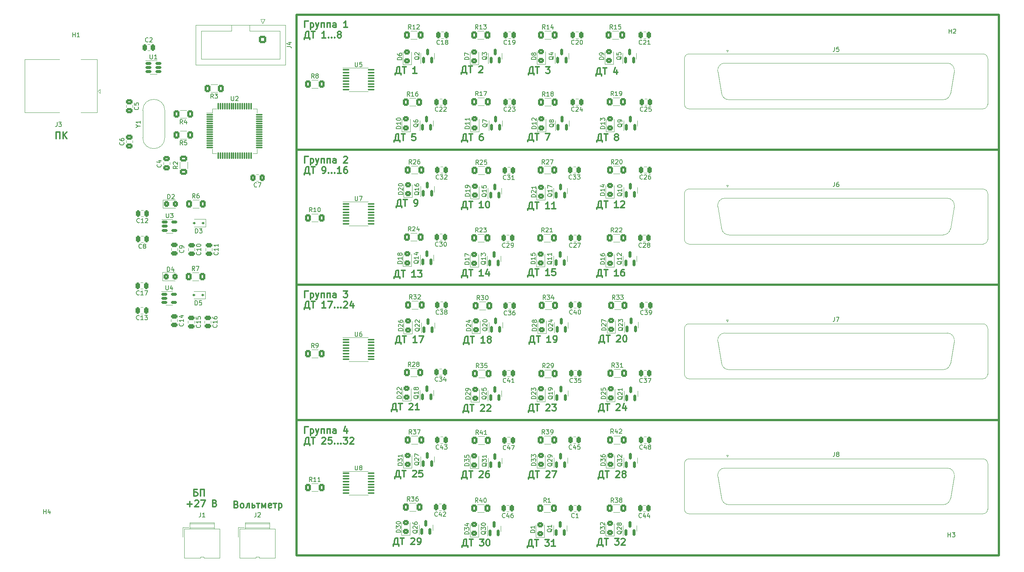
<source format=gbr>
G04 #@! TF.GenerationSoftware,KiCad,Pcbnew,7.0.6*
G04 #@! TF.CreationDate,2024-04-22T15:15:48+03:00*
G04 #@! TF.ProjectId,sensor_current_stand,73656e73-6f72-45f6-9375-7272656e745f,rev?*
G04 #@! TF.SameCoordinates,Original*
G04 #@! TF.FileFunction,Legend,Top*
G04 #@! TF.FilePolarity,Positive*
%FSLAX46Y46*%
G04 Gerber Fmt 4.6, Leading zero omitted, Abs format (unit mm)*
G04 Created by KiCad (PCBNEW 7.0.6) date 2024-04-22 15:15:48*
%MOMM*%
%LPD*%
G01*
G04 APERTURE LIST*
G04 Aperture macros list*
%AMRoundRect*
0 Rectangle with rounded corners*
0 $1 Rounding radius*
0 $2 $3 $4 $5 $6 $7 $8 $9 X,Y pos of 4 corners*
0 Add a 4 corners polygon primitive as box body*
4,1,4,$2,$3,$4,$5,$6,$7,$8,$9,$2,$3,0*
0 Add four circle primitives for the rounded corners*
1,1,$1+$1,$2,$3*
1,1,$1+$1,$4,$5*
1,1,$1+$1,$6,$7*
1,1,$1+$1,$8,$9*
0 Add four rect primitives between the rounded corners*
20,1,$1+$1,$2,$3,$4,$5,0*
20,1,$1+$1,$4,$5,$6,$7,0*
20,1,$1+$1,$6,$7,$8,$9,0*
20,1,$1+$1,$8,$9,$2,$3,0*%
G04 Aperture macros list end*
%ADD10C,0.300000*%
%ADD11C,0.500000*%
%ADD12C,0.150000*%
%ADD13C,0.120000*%
%ADD14RoundRect,0.250000X0.250000X0.475000X-0.250000X0.475000X-0.250000X-0.475000X0.250000X-0.475000X0*%
%ADD15RoundRect,0.250000X-0.475000X0.250000X-0.475000X-0.250000X0.475000X-0.250000X0.475000X0.250000X0*%
%ADD16RoundRect,0.250000X0.337500X0.475000X-0.337500X0.475000X-0.337500X-0.475000X0.337500X-0.475000X0*%
%ADD17C,4.700000*%
%ADD18C,8.600000*%
%ADD19C,4.000000*%
%ADD20R,1.600000X1.600000*%
%ADD21C,1.600000*%
%ADD22RoundRect,0.150000X0.150000X-0.587500X0.150000X0.587500X-0.150000X0.587500X-0.150000X-0.587500X0*%
%ADD23RoundRect,0.112500X0.187500X0.112500X-0.187500X0.112500X-0.187500X-0.112500X0.187500X-0.112500X0*%
%ADD24RoundRect,0.250000X-0.400000X-0.625000X0.400000X-0.625000X0.400000X0.625000X-0.400000X0.625000X0*%
%ADD25RoundRect,0.250000X0.450000X-0.325000X0.450000X0.325000X-0.450000X0.325000X-0.450000X-0.325000X0*%
%ADD26RoundRect,0.150000X-0.512500X-0.150000X0.512500X-0.150000X0.512500X0.150000X-0.512500X0.150000X0*%
%ADD27RoundRect,0.250000X-0.325000X-0.450000X0.325000X-0.450000X0.325000X0.450000X-0.325000X0.450000X0*%
%ADD28C,3.000000*%
%ADD29R,3.000000X3.000000*%
%ADD30RoundRect,0.100000X-0.637500X-0.100000X0.637500X-0.100000X0.637500X0.100000X-0.637500X0.100000X0*%
%ADD31RoundRect,0.250000X0.475000X-0.337500X0.475000X0.337500X-0.475000X0.337500X-0.475000X-0.337500X0*%
%ADD32RoundRect,0.250000X0.400000X0.625000X-0.400000X0.625000X-0.400000X-0.625000X0.400000X-0.625000X0*%
%ADD33RoundRect,0.250000X0.625000X-0.400000X0.625000X0.400000X-0.625000X0.400000X-0.625000X-0.400000X0*%
%ADD34C,1.500000*%
%ADD35RoundRect,0.250000X-0.600000X0.600000X-0.600000X-0.600000X0.600000X-0.600000X0.600000X0.600000X0*%
%ADD36C,1.700000*%
%ADD37RoundRect,0.250000X-0.475000X0.337500X-0.475000X-0.337500X0.475000X-0.337500X0.475000X0.337500X0*%
%ADD38RoundRect,0.075000X-0.700000X-0.075000X0.700000X-0.075000X0.700000X0.075000X-0.700000X0.075000X0*%
%ADD39RoundRect,0.075000X-0.075000X-0.700000X0.075000X-0.700000X0.075000X0.700000X-0.075000X0.700000X0*%
G04 APERTURE END LIST*
D10*
X90964285Y-140785828D02*
X90249999Y-140785828D01*
X90249999Y-140785828D02*
X90249999Y-142285828D01*
X90249999Y-142285828D02*
X90678571Y-142285828D01*
X90678571Y-142285828D02*
X90892857Y-142214400D01*
X90892857Y-142214400D02*
X91035714Y-142071542D01*
X91035714Y-142071542D02*
X91107142Y-141928685D01*
X91107142Y-141928685D02*
X91107142Y-141714400D01*
X91107142Y-141714400D02*
X91035714Y-141571542D01*
X91035714Y-141571542D02*
X90892857Y-141428685D01*
X90892857Y-141428685D02*
X90678571Y-141357257D01*
X90678571Y-141357257D02*
X90249999Y-141357257D01*
X91749999Y-142285828D02*
X91749999Y-140785828D01*
X91749999Y-140785828D02*
X92607142Y-140785828D01*
X92607142Y-140785828D02*
X92607142Y-142285828D01*
X88678571Y-144129400D02*
X89821429Y-144129400D01*
X89250000Y-144700828D02*
X89250000Y-143557971D01*
X90464286Y-143343685D02*
X90535714Y-143272257D01*
X90535714Y-143272257D02*
X90678572Y-143200828D01*
X90678572Y-143200828D02*
X91035714Y-143200828D01*
X91035714Y-143200828D02*
X91178572Y-143272257D01*
X91178572Y-143272257D02*
X91250000Y-143343685D01*
X91250000Y-143343685D02*
X91321429Y-143486542D01*
X91321429Y-143486542D02*
X91321429Y-143629400D01*
X91321429Y-143629400D02*
X91250000Y-143843685D01*
X91250000Y-143843685D02*
X90392857Y-144700828D01*
X90392857Y-144700828D02*
X91321429Y-144700828D01*
X91821428Y-143200828D02*
X92821428Y-143200828D01*
X92821428Y-143200828D02*
X92178571Y-144700828D01*
X95035713Y-143915114D02*
X95249999Y-143986542D01*
X95249999Y-143986542D02*
X95321428Y-144057971D01*
X95321428Y-144057971D02*
X95392856Y-144200828D01*
X95392856Y-144200828D02*
X95392856Y-144415114D01*
X95392856Y-144415114D02*
X95321428Y-144557971D01*
X95321428Y-144557971D02*
X95249999Y-144629400D01*
X95249999Y-144629400D02*
X95107142Y-144700828D01*
X95107142Y-144700828D02*
X94535713Y-144700828D01*
X94535713Y-144700828D02*
X94535713Y-143200828D01*
X94535713Y-143200828D02*
X95035713Y-143200828D01*
X95035713Y-143200828D02*
X95178571Y-143272257D01*
X95178571Y-143272257D02*
X95249999Y-143343685D01*
X95249999Y-143343685D02*
X95321428Y-143486542D01*
X95321428Y-143486542D02*
X95321428Y-143629400D01*
X95321428Y-143629400D02*
X95249999Y-143772257D01*
X95249999Y-143772257D02*
X95178571Y-143843685D01*
X95178571Y-143843685D02*
X95035713Y-143915114D01*
X95035713Y-143915114D02*
X94535713Y-143915114D01*
X99954510Y-144215114D02*
X100168796Y-144286542D01*
X100168796Y-144286542D02*
X100240225Y-144357971D01*
X100240225Y-144357971D02*
X100311653Y-144500828D01*
X100311653Y-144500828D02*
X100311653Y-144715114D01*
X100311653Y-144715114D02*
X100240225Y-144857971D01*
X100240225Y-144857971D02*
X100168796Y-144929400D01*
X100168796Y-144929400D02*
X100025939Y-145000828D01*
X100025939Y-145000828D02*
X99454510Y-145000828D01*
X99454510Y-145000828D02*
X99454510Y-143500828D01*
X99454510Y-143500828D02*
X99954510Y-143500828D01*
X99954510Y-143500828D02*
X100097368Y-143572257D01*
X100097368Y-143572257D02*
X100168796Y-143643685D01*
X100168796Y-143643685D02*
X100240225Y-143786542D01*
X100240225Y-143786542D02*
X100240225Y-143929400D01*
X100240225Y-143929400D02*
X100168796Y-144072257D01*
X100168796Y-144072257D02*
X100097368Y-144143685D01*
X100097368Y-144143685D02*
X99954510Y-144215114D01*
X99954510Y-144215114D02*
X99454510Y-144215114D01*
X101168796Y-145000828D02*
X101025939Y-144929400D01*
X101025939Y-144929400D02*
X100954510Y-144857971D01*
X100954510Y-144857971D02*
X100883082Y-144715114D01*
X100883082Y-144715114D02*
X100883082Y-144286542D01*
X100883082Y-144286542D02*
X100954510Y-144143685D01*
X100954510Y-144143685D02*
X101025939Y-144072257D01*
X101025939Y-144072257D02*
X101168796Y-144000828D01*
X101168796Y-144000828D02*
X101383082Y-144000828D01*
X101383082Y-144000828D02*
X101525939Y-144072257D01*
X101525939Y-144072257D02*
X101597368Y-144143685D01*
X101597368Y-144143685D02*
X101668796Y-144286542D01*
X101668796Y-144286542D02*
X101668796Y-144715114D01*
X101668796Y-144715114D02*
X101597368Y-144857971D01*
X101597368Y-144857971D02*
X101525939Y-144929400D01*
X101525939Y-144929400D02*
X101383082Y-145000828D01*
X101383082Y-145000828D02*
X101168796Y-145000828D01*
X102883082Y-145000828D02*
X102883082Y-144000828D01*
X102883082Y-144000828D02*
X102668796Y-144000828D01*
X102668796Y-144000828D02*
X102525939Y-144072257D01*
X102525939Y-144072257D02*
X102454511Y-144215114D01*
X102454511Y-144215114D02*
X102383082Y-144786542D01*
X102383082Y-144786542D02*
X102311653Y-144929400D01*
X102311653Y-144929400D02*
X102168796Y-145000828D01*
X103597367Y-144000828D02*
X103597367Y-145000828D01*
X103597367Y-145000828D02*
X103954510Y-145000828D01*
X103954510Y-145000828D02*
X104097367Y-144929400D01*
X104097367Y-144929400D02*
X104168796Y-144786542D01*
X104168796Y-144786542D02*
X104168796Y-144572257D01*
X104168796Y-144572257D02*
X104097367Y-144429400D01*
X104097367Y-144429400D02*
X103954510Y-144357971D01*
X103954510Y-144357971D02*
X103597367Y-144357971D01*
X104597368Y-144000828D02*
X105311653Y-144000828D01*
X104954511Y-144000828D02*
X104954511Y-145000828D01*
X105811653Y-145000828D02*
X105811653Y-144000828D01*
X105811653Y-144000828D02*
X106240225Y-144786542D01*
X106240225Y-144786542D02*
X106668796Y-144000828D01*
X106668796Y-144000828D02*
X106668796Y-145000828D01*
X107954511Y-144929400D02*
X107811654Y-145000828D01*
X107811654Y-145000828D02*
X107525940Y-145000828D01*
X107525940Y-145000828D02*
X107383082Y-144929400D01*
X107383082Y-144929400D02*
X107311654Y-144786542D01*
X107311654Y-144786542D02*
X107311654Y-144215114D01*
X107311654Y-144215114D02*
X107383082Y-144072257D01*
X107383082Y-144072257D02*
X107525940Y-144000828D01*
X107525940Y-144000828D02*
X107811654Y-144000828D01*
X107811654Y-144000828D02*
X107954511Y-144072257D01*
X107954511Y-144072257D02*
X108025940Y-144215114D01*
X108025940Y-144215114D02*
X108025940Y-144357971D01*
X108025940Y-144357971D02*
X107311654Y-144500828D01*
X108454511Y-144000828D02*
X109168796Y-144000828D01*
X108811654Y-144000828D02*
X108811654Y-145000828D01*
X109668796Y-144000828D02*
X109668796Y-145500828D01*
X109668796Y-144072257D02*
X109811654Y-144000828D01*
X109811654Y-144000828D02*
X110097368Y-144000828D01*
X110097368Y-144000828D02*
X110240225Y-144072257D01*
X110240225Y-144072257D02*
X110311654Y-144143685D01*
X110311654Y-144143685D02*
X110383082Y-144286542D01*
X110383082Y-144286542D02*
X110383082Y-144715114D01*
X110383082Y-144715114D02*
X110311654Y-144857971D01*
X110311654Y-144857971D02*
X110240225Y-144929400D01*
X110240225Y-144929400D02*
X110097368Y-145000828D01*
X110097368Y-145000828D02*
X109811654Y-145000828D01*
X109811654Y-145000828D02*
X109668796Y-144929400D01*
X58654510Y-60200828D02*
X58654510Y-58700828D01*
X58654510Y-58700828D02*
X59511653Y-58700828D01*
X59511653Y-58700828D02*
X59511653Y-60200828D01*
X60225939Y-60200828D02*
X60225939Y-58700828D01*
X61083082Y-60200828D02*
X60440225Y-59343685D01*
X61083082Y-58700828D02*
X60225939Y-59557971D01*
D11*
X113900000Y-62800000D02*
X274700000Y-62800000D01*
X113750000Y-93800000D02*
X274700000Y-93800000D01*
X113750000Y-31800000D02*
X274750000Y-31800000D01*
X274750000Y-155900000D01*
X113750000Y-155900000D01*
X113750000Y-31800000D01*
X113800000Y-124800000D02*
X274700000Y-124800000D01*
D10*
X167997368Y-154157971D02*
X167997368Y-153800828D01*
X167997368Y-153800828D02*
X166711653Y-153800828D01*
X166711653Y-153800828D02*
X166711653Y-154157971D01*
X167711653Y-153800828D02*
X167711653Y-152300828D01*
X167711653Y-152300828D02*
X167354510Y-152300828D01*
X167354510Y-152300828D02*
X167211653Y-152372257D01*
X167211653Y-152372257D02*
X167140225Y-152443685D01*
X167140225Y-152443685D02*
X167068796Y-152586542D01*
X167068796Y-152586542D02*
X166925939Y-153800828D01*
X168354511Y-152300828D02*
X169211654Y-152300828D01*
X168783082Y-153800828D02*
X168783082Y-152300828D01*
X170711653Y-152300828D02*
X171640225Y-152300828D01*
X171640225Y-152300828D02*
X171140225Y-152872257D01*
X171140225Y-152872257D02*
X171354510Y-152872257D01*
X171354510Y-152872257D02*
X171497368Y-152943685D01*
X171497368Y-152943685D02*
X171568796Y-153015114D01*
X171568796Y-153015114D02*
X171640225Y-153157971D01*
X171640225Y-153157971D02*
X171640225Y-153515114D01*
X171640225Y-153515114D02*
X171568796Y-153657971D01*
X171568796Y-153657971D02*
X171497368Y-153729400D01*
X171497368Y-153729400D02*
X171354510Y-153800828D01*
X171354510Y-153800828D02*
X170925939Y-153800828D01*
X170925939Y-153800828D02*
X170783082Y-153729400D01*
X170783082Y-153729400D02*
X170711653Y-153657971D01*
X173068796Y-153800828D02*
X172211653Y-153800828D01*
X172640224Y-153800828D02*
X172640224Y-152300828D01*
X172640224Y-152300828D02*
X172497367Y-152515114D01*
X172497367Y-152515114D02*
X172354510Y-152657971D01*
X172354510Y-152657971D02*
X172211653Y-152729400D01*
X153297368Y-107457971D02*
X153297368Y-107100828D01*
X153297368Y-107100828D02*
X152011653Y-107100828D01*
X152011653Y-107100828D02*
X152011653Y-107457971D01*
X153011653Y-107100828D02*
X153011653Y-105600828D01*
X153011653Y-105600828D02*
X152654510Y-105600828D01*
X152654510Y-105600828D02*
X152511653Y-105672257D01*
X152511653Y-105672257D02*
X152440225Y-105743685D01*
X152440225Y-105743685D02*
X152368796Y-105886542D01*
X152368796Y-105886542D02*
X152225939Y-107100828D01*
X153654511Y-105600828D02*
X154511654Y-105600828D01*
X154083082Y-107100828D02*
X154083082Y-105600828D01*
X156940225Y-107100828D02*
X156083082Y-107100828D01*
X156511653Y-107100828D02*
X156511653Y-105600828D01*
X156511653Y-105600828D02*
X156368796Y-105815114D01*
X156368796Y-105815114D02*
X156225939Y-105957971D01*
X156225939Y-105957971D02*
X156083082Y-106029400D01*
X157797367Y-106243685D02*
X157654510Y-106172257D01*
X157654510Y-106172257D02*
X157583081Y-106100828D01*
X157583081Y-106100828D02*
X157511653Y-105957971D01*
X157511653Y-105957971D02*
X157511653Y-105886542D01*
X157511653Y-105886542D02*
X157583081Y-105743685D01*
X157583081Y-105743685D02*
X157654510Y-105672257D01*
X157654510Y-105672257D02*
X157797367Y-105600828D01*
X157797367Y-105600828D02*
X158083081Y-105600828D01*
X158083081Y-105600828D02*
X158225939Y-105672257D01*
X158225939Y-105672257D02*
X158297367Y-105743685D01*
X158297367Y-105743685D02*
X158368796Y-105886542D01*
X158368796Y-105886542D02*
X158368796Y-105957971D01*
X158368796Y-105957971D02*
X158297367Y-106100828D01*
X158297367Y-106100828D02*
X158225939Y-106172257D01*
X158225939Y-106172257D02*
X158083081Y-106243685D01*
X158083081Y-106243685D02*
X157797367Y-106243685D01*
X157797367Y-106243685D02*
X157654510Y-106315114D01*
X157654510Y-106315114D02*
X157583081Y-106386542D01*
X157583081Y-106386542D02*
X157511653Y-106529400D01*
X157511653Y-106529400D02*
X157511653Y-106815114D01*
X157511653Y-106815114D02*
X157583081Y-106957971D01*
X157583081Y-106957971D02*
X157654510Y-107029400D01*
X157654510Y-107029400D02*
X157797367Y-107100828D01*
X157797367Y-107100828D02*
X158083081Y-107100828D01*
X158083081Y-107100828D02*
X158225939Y-107029400D01*
X158225939Y-107029400D02*
X158297367Y-106957971D01*
X158297367Y-106957971D02*
X158368796Y-106815114D01*
X158368796Y-106815114D02*
X158368796Y-106529400D01*
X158368796Y-106529400D02*
X158297367Y-106386542D01*
X158297367Y-106386542D02*
X158225939Y-106315114D01*
X158225939Y-106315114D02*
X158083081Y-106243685D01*
X184197368Y-138357971D02*
X184197368Y-138000828D01*
X184197368Y-138000828D02*
X182911653Y-138000828D01*
X182911653Y-138000828D02*
X182911653Y-138357971D01*
X183911653Y-138000828D02*
X183911653Y-136500828D01*
X183911653Y-136500828D02*
X183554510Y-136500828D01*
X183554510Y-136500828D02*
X183411653Y-136572257D01*
X183411653Y-136572257D02*
X183340225Y-136643685D01*
X183340225Y-136643685D02*
X183268796Y-136786542D01*
X183268796Y-136786542D02*
X183125939Y-138000828D01*
X184554511Y-136500828D02*
X185411654Y-136500828D01*
X184983082Y-138000828D02*
X184983082Y-136500828D01*
X186983082Y-136643685D02*
X187054510Y-136572257D01*
X187054510Y-136572257D02*
X187197368Y-136500828D01*
X187197368Y-136500828D02*
X187554510Y-136500828D01*
X187554510Y-136500828D02*
X187697368Y-136572257D01*
X187697368Y-136572257D02*
X187768796Y-136643685D01*
X187768796Y-136643685D02*
X187840225Y-136786542D01*
X187840225Y-136786542D02*
X187840225Y-136929400D01*
X187840225Y-136929400D02*
X187768796Y-137143685D01*
X187768796Y-137143685D02*
X186911653Y-138000828D01*
X186911653Y-138000828D02*
X187840225Y-138000828D01*
X188697367Y-137143685D02*
X188554510Y-137072257D01*
X188554510Y-137072257D02*
X188483081Y-137000828D01*
X188483081Y-137000828D02*
X188411653Y-136857971D01*
X188411653Y-136857971D02*
X188411653Y-136786542D01*
X188411653Y-136786542D02*
X188483081Y-136643685D01*
X188483081Y-136643685D02*
X188554510Y-136572257D01*
X188554510Y-136572257D02*
X188697367Y-136500828D01*
X188697367Y-136500828D02*
X188983081Y-136500828D01*
X188983081Y-136500828D02*
X189125939Y-136572257D01*
X189125939Y-136572257D02*
X189197367Y-136643685D01*
X189197367Y-136643685D02*
X189268796Y-136786542D01*
X189268796Y-136786542D02*
X189268796Y-136857971D01*
X189268796Y-136857971D02*
X189197367Y-137000828D01*
X189197367Y-137000828D02*
X189125939Y-137072257D01*
X189125939Y-137072257D02*
X188983081Y-137143685D01*
X188983081Y-137143685D02*
X188697367Y-137143685D01*
X188697367Y-137143685D02*
X188554510Y-137215114D01*
X188554510Y-137215114D02*
X188483081Y-137286542D01*
X188483081Y-137286542D02*
X188411653Y-137429400D01*
X188411653Y-137429400D02*
X188411653Y-137715114D01*
X188411653Y-137715114D02*
X188483081Y-137857971D01*
X188483081Y-137857971D02*
X188554510Y-137929400D01*
X188554510Y-137929400D02*
X188697367Y-138000828D01*
X188697367Y-138000828D02*
X188983081Y-138000828D01*
X188983081Y-138000828D02*
X189125939Y-137929400D01*
X189125939Y-137929400D02*
X189197367Y-137857971D01*
X189197367Y-137857971D02*
X189268796Y-137715114D01*
X189268796Y-137715114D02*
X189268796Y-137429400D01*
X189268796Y-137429400D02*
X189197367Y-137286542D01*
X189197367Y-137286542D02*
X189125939Y-137215114D01*
X189125939Y-137215114D02*
X188983081Y-137143685D01*
X168197368Y-123057971D02*
X168197368Y-122700828D01*
X168197368Y-122700828D02*
X166911653Y-122700828D01*
X166911653Y-122700828D02*
X166911653Y-123057971D01*
X167911653Y-122700828D02*
X167911653Y-121200828D01*
X167911653Y-121200828D02*
X167554510Y-121200828D01*
X167554510Y-121200828D02*
X167411653Y-121272257D01*
X167411653Y-121272257D02*
X167340225Y-121343685D01*
X167340225Y-121343685D02*
X167268796Y-121486542D01*
X167268796Y-121486542D02*
X167125939Y-122700828D01*
X168554511Y-121200828D02*
X169411654Y-121200828D01*
X168983082Y-122700828D02*
X168983082Y-121200828D01*
X170983082Y-121343685D02*
X171054510Y-121272257D01*
X171054510Y-121272257D02*
X171197368Y-121200828D01*
X171197368Y-121200828D02*
X171554510Y-121200828D01*
X171554510Y-121200828D02*
X171697368Y-121272257D01*
X171697368Y-121272257D02*
X171768796Y-121343685D01*
X171768796Y-121343685D02*
X171840225Y-121486542D01*
X171840225Y-121486542D02*
X171840225Y-121629400D01*
X171840225Y-121629400D02*
X171768796Y-121843685D01*
X171768796Y-121843685D02*
X170911653Y-122700828D01*
X170911653Y-122700828D02*
X171840225Y-122700828D01*
X172340224Y-121200828D02*
X173268796Y-121200828D01*
X173268796Y-121200828D02*
X172768796Y-121772257D01*
X172768796Y-121772257D02*
X172983081Y-121772257D01*
X172983081Y-121772257D02*
X173125939Y-121843685D01*
X173125939Y-121843685D02*
X173197367Y-121915114D01*
X173197367Y-121915114D02*
X173268796Y-122057971D01*
X173268796Y-122057971D02*
X173268796Y-122415114D01*
X173268796Y-122415114D02*
X173197367Y-122557971D01*
X173197367Y-122557971D02*
X173125939Y-122629400D01*
X173125939Y-122629400D02*
X172983081Y-122700828D01*
X172983081Y-122700828D02*
X172554510Y-122700828D01*
X172554510Y-122700828D02*
X172411653Y-122629400D01*
X172411653Y-122629400D02*
X172340224Y-122557971D01*
X168205700Y-45612971D02*
X168205700Y-45255828D01*
X168205700Y-45255828D02*
X166919985Y-45255828D01*
X166919985Y-45255828D02*
X166919985Y-45612971D01*
X167919985Y-45255828D02*
X167919985Y-43755828D01*
X167919985Y-43755828D02*
X167562842Y-43755828D01*
X167562842Y-43755828D02*
X167419985Y-43827257D01*
X167419985Y-43827257D02*
X167348557Y-43898685D01*
X167348557Y-43898685D02*
X167277128Y-44041542D01*
X167277128Y-44041542D02*
X167134271Y-45255828D01*
X168562843Y-43755828D02*
X169419986Y-43755828D01*
X168991414Y-45255828D02*
X168991414Y-43755828D01*
X170919985Y-43755828D02*
X171848557Y-43755828D01*
X171848557Y-43755828D02*
X171348557Y-44327257D01*
X171348557Y-44327257D02*
X171562842Y-44327257D01*
X171562842Y-44327257D02*
X171705700Y-44398685D01*
X171705700Y-44398685D02*
X171777128Y-44470114D01*
X171777128Y-44470114D02*
X171848557Y-44612971D01*
X171848557Y-44612971D02*
X171848557Y-44970114D01*
X171848557Y-44970114D02*
X171777128Y-45112971D01*
X171777128Y-45112971D02*
X171705700Y-45184400D01*
X171705700Y-45184400D02*
X171562842Y-45255828D01*
X171562842Y-45255828D02*
X171134271Y-45255828D01*
X171134271Y-45255828D02*
X170991414Y-45184400D01*
X170991414Y-45184400D02*
X170919985Y-45112971D01*
X183897368Y-92107971D02*
X183897368Y-91750828D01*
X183897368Y-91750828D02*
X182611653Y-91750828D01*
X182611653Y-91750828D02*
X182611653Y-92107971D01*
X183611653Y-91750828D02*
X183611653Y-90250828D01*
X183611653Y-90250828D02*
X183254510Y-90250828D01*
X183254510Y-90250828D02*
X183111653Y-90322257D01*
X183111653Y-90322257D02*
X183040225Y-90393685D01*
X183040225Y-90393685D02*
X182968796Y-90536542D01*
X182968796Y-90536542D02*
X182825939Y-91750828D01*
X184254511Y-90250828D02*
X185111654Y-90250828D01*
X184683082Y-91750828D02*
X184683082Y-90250828D01*
X187540225Y-91750828D02*
X186683082Y-91750828D01*
X187111653Y-91750828D02*
X187111653Y-90250828D01*
X187111653Y-90250828D02*
X186968796Y-90465114D01*
X186968796Y-90465114D02*
X186825939Y-90607971D01*
X186825939Y-90607971D02*
X186683082Y-90679400D01*
X188825939Y-90250828D02*
X188540224Y-90250828D01*
X188540224Y-90250828D02*
X188397367Y-90322257D01*
X188397367Y-90322257D02*
X188325939Y-90393685D01*
X188325939Y-90393685D02*
X188183081Y-90607971D01*
X188183081Y-90607971D02*
X188111653Y-90893685D01*
X188111653Y-90893685D02*
X188111653Y-91465114D01*
X188111653Y-91465114D02*
X188183081Y-91607971D01*
X188183081Y-91607971D02*
X188254510Y-91679400D01*
X188254510Y-91679400D02*
X188397367Y-91750828D01*
X188397367Y-91750828D02*
X188683081Y-91750828D01*
X188683081Y-91750828D02*
X188825939Y-91679400D01*
X188825939Y-91679400D02*
X188897367Y-91607971D01*
X188897367Y-91607971D02*
X188968796Y-91465114D01*
X188968796Y-91465114D02*
X188968796Y-91107971D01*
X188968796Y-91107971D02*
X188897367Y-90965114D01*
X188897367Y-90965114D02*
X188825939Y-90893685D01*
X188825939Y-90893685D02*
X188683081Y-90822257D01*
X188683081Y-90822257D02*
X188397367Y-90822257D01*
X188397367Y-90822257D02*
X188254510Y-90893685D01*
X188254510Y-90893685D02*
X188183081Y-90965114D01*
X188183081Y-90965114D02*
X188111653Y-91107971D01*
X184397368Y-107257971D02*
X184397368Y-106900828D01*
X184397368Y-106900828D02*
X183111653Y-106900828D01*
X183111653Y-106900828D02*
X183111653Y-107257971D01*
X184111653Y-106900828D02*
X184111653Y-105400828D01*
X184111653Y-105400828D02*
X183754510Y-105400828D01*
X183754510Y-105400828D02*
X183611653Y-105472257D01*
X183611653Y-105472257D02*
X183540225Y-105543685D01*
X183540225Y-105543685D02*
X183468796Y-105686542D01*
X183468796Y-105686542D02*
X183325939Y-106900828D01*
X184754511Y-105400828D02*
X185611654Y-105400828D01*
X185183082Y-106900828D02*
X185183082Y-105400828D01*
X187183082Y-105543685D02*
X187254510Y-105472257D01*
X187254510Y-105472257D02*
X187397368Y-105400828D01*
X187397368Y-105400828D02*
X187754510Y-105400828D01*
X187754510Y-105400828D02*
X187897368Y-105472257D01*
X187897368Y-105472257D02*
X187968796Y-105543685D01*
X187968796Y-105543685D02*
X188040225Y-105686542D01*
X188040225Y-105686542D02*
X188040225Y-105829400D01*
X188040225Y-105829400D02*
X187968796Y-106043685D01*
X187968796Y-106043685D02*
X187111653Y-106900828D01*
X187111653Y-106900828D02*
X188040225Y-106900828D01*
X188968796Y-105400828D02*
X189111653Y-105400828D01*
X189111653Y-105400828D02*
X189254510Y-105472257D01*
X189254510Y-105472257D02*
X189325939Y-105543685D01*
X189325939Y-105543685D02*
X189397367Y-105686542D01*
X189397367Y-105686542D02*
X189468796Y-105972257D01*
X189468796Y-105972257D02*
X189468796Y-106329400D01*
X189468796Y-106329400D02*
X189397367Y-106615114D01*
X189397367Y-106615114D02*
X189325939Y-106757971D01*
X189325939Y-106757971D02*
X189254510Y-106829400D01*
X189254510Y-106829400D02*
X189111653Y-106900828D01*
X189111653Y-106900828D02*
X188968796Y-106900828D01*
X188968796Y-106900828D02*
X188825939Y-106829400D01*
X188825939Y-106829400D02*
X188754510Y-106757971D01*
X188754510Y-106757971D02*
X188683081Y-106615114D01*
X188683081Y-106615114D02*
X188611653Y-106329400D01*
X188611653Y-106329400D02*
X188611653Y-105972257D01*
X188611653Y-105972257D02*
X188683081Y-105686542D01*
X188683081Y-105686542D02*
X188754510Y-105543685D01*
X188754510Y-105543685D02*
X188825939Y-105472257D01*
X188825939Y-105472257D02*
X188968796Y-105400828D01*
X115654510Y-65785828D02*
X115654510Y-64285828D01*
X115654510Y-64285828D02*
X116440225Y-64285828D01*
X116940224Y-64785828D02*
X116940224Y-66285828D01*
X116940224Y-64857257D02*
X117083082Y-64785828D01*
X117083082Y-64785828D02*
X117368796Y-64785828D01*
X117368796Y-64785828D02*
X117511653Y-64857257D01*
X117511653Y-64857257D02*
X117583082Y-64928685D01*
X117583082Y-64928685D02*
X117654510Y-65071542D01*
X117654510Y-65071542D02*
X117654510Y-65500114D01*
X117654510Y-65500114D02*
X117583082Y-65642971D01*
X117583082Y-65642971D02*
X117511653Y-65714400D01*
X117511653Y-65714400D02*
X117368796Y-65785828D01*
X117368796Y-65785828D02*
X117083082Y-65785828D01*
X117083082Y-65785828D02*
X116940224Y-65714400D01*
X118154510Y-64785828D02*
X118511653Y-65785828D01*
X118868796Y-64785828D02*
X118511653Y-65785828D01*
X118511653Y-65785828D02*
X118368796Y-66142971D01*
X118368796Y-66142971D02*
X118297367Y-66214400D01*
X118297367Y-66214400D02*
X118154510Y-66285828D01*
X119440224Y-65785828D02*
X119440224Y-64785828D01*
X119440224Y-64785828D02*
X120083082Y-64785828D01*
X120083082Y-64785828D02*
X120083082Y-65785828D01*
X120797367Y-65785828D02*
X120797367Y-64785828D01*
X120797367Y-64785828D02*
X121440225Y-64785828D01*
X121440225Y-64785828D02*
X121440225Y-65785828D01*
X122797368Y-65785828D02*
X122797368Y-65000114D01*
X122797368Y-65000114D02*
X122725939Y-64857257D01*
X122725939Y-64857257D02*
X122583082Y-64785828D01*
X122583082Y-64785828D02*
X122297368Y-64785828D01*
X122297368Y-64785828D02*
X122154510Y-64857257D01*
X122797368Y-65714400D02*
X122654510Y-65785828D01*
X122654510Y-65785828D02*
X122297368Y-65785828D01*
X122297368Y-65785828D02*
X122154510Y-65714400D01*
X122154510Y-65714400D02*
X122083082Y-65571542D01*
X122083082Y-65571542D02*
X122083082Y-65428685D01*
X122083082Y-65428685D02*
X122154510Y-65285828D01*
X122154510Y-65285828D02*
X122297368Y-65214400D01*
X122297368Y-65214400D02*
X122654510Y-65214400D01*
X122654510Y-65214400D02*
X122797368Y-65142971D01*
X124583082Y-64428685D02*
X124654510Y-64357257D01*
X124654510Y-64357257D02*
X124797368Y-64285828D01*
X124797368Y-64285828D02*
X125154510Y-64285828D01*
X125154510Y-64285828D02*
X125297368Y-64357257D01*
X125297368Y-64357257D02*
X125368796Y-64428685D01*
X125368796Y-64428685D02*
X125440225Y-64571542D01*
X125440225Y-64571542D02*
X125440225Y-64714400D01*
X125440225Y-64714400D02*
X125368796Y-64928685D01*
X125368796Y-64928685D02*
X124511653Y-65785828D01*
X124511653Y-65785828D02*
X125440225Y-65785828D01*
X116797368Y-68557971D02*
X116797368Y-68200828D01*
X116797368Y-68200828D02*
X115511653Y-68200828D01*
X115511653Y-68200828D02*
X115511653Y-68557971D01*
X116511653Y-68200828D02*
X116511653Y-66700828D01*
X116511653Y-66700828D02*
X116154510Y-66700828D01*
X116154510Y-66700828D02*
X116011653Y-66772257D01*
X116011653Y-66772257D02*
X115940225Y-66843685D01*
X115940225Y-66843685D02*
X115868796Y-66986542D01*
X115868796Y-66986542D02*
X115725939Y-68200828D01*
X117154511Y-66700828D02*
X118011654Y-66700828D01*
X117583082Y-68200828D02*
X117583082Y-66700828D01*
X119725939Y-68200828D02*
X120011653Y-68200828D01*
X120011653Y-68200828D02*
X120154510Y-68129400D01*
X120154510Y-68129400D02*
X120225939Y-68057971D01*
X120225939Y-68057971D02*
X120368796Y-67843685D01*
X120368796Y-67843685D02*
X120440225Y-67557971D01*
X120440225Y-67557971D02*
X120440225Y-66986542D01*
X120440225Y-66986542D02*
X120368796Y-66843685D01*
X120368796Y-66843685D02*
X120297368Y-66772257D01*
X120297368Y-66772257D02*
X120154510Y-66700828D01*
X120154510Y-66700828D02*
X119868796Y-66700828D01*
X119868796Y-66700828D02*
X119725939Y-66772257D01*
X119725939Y-66772257D02*
X119654510Y-66843685D01*
X119654510Y-66843685D02*
X119583082Y-66986542D01*
X119583082Y-66986542D02*
X119583082Y-67343685D01*
X119583082Y-67343685D02*
X119654510Y-67486542D01*
X119654510Y-67486542D02*
X119725939Y-67557971D01*
X119725939Y-67557971D02*
X119868796Y-67629400D01*
X119868796Y-67629400D02*
X120154510Y-67629400D01*
X120154510Y-67629400D02*
X120297368Y-67557971D01*
X120297368Y-67557971D02*
X120368796Y-67486542D01*
X120368796Y-67486542D02*
X120440225Y-67343685D01*
X121083081Y-68057971D02*
X121154510Y-68129400D01*
X121154510Y-68129400D02*
X121083081Y-68200828D01*
X121083081Y-68200828D02*
X121011653Y-68129400D01*
X121011653Y-68129400D02*
X121083081Y-68057971D01*
X121083081Y-68057971D02*
X121083081Y-68200828D01*
X121797367Y-68057971D02*
X121868796Y-68129400D01*
X121868796Y-68129400D02*
X121797367Y-68200828D01*
X121797367Y-68200828D02*
X121725939Y-68129400D01*
X121725939Y-68129400D02*
X121797367Y-68057971D01*
X121797367Y-68057971D02*
X121797367Y-68200828D01*
X122511653Y-68057971D02*
X122583082Y-68129400D01*
X122583082Y-68129400D02*
X122511653Y-68200828D01*
X122511653Y-68200828D02*
X122440225Y-68129400D01*
X122440225Y-68129400D02*
X122511653Y-68057971D01*
X122511653Y-68057971D02*
X122511653Y-68200828D01*
X124011654Y-68200828D02*
X123154511Y-68200828D01*
X123583082Y-68200828D02*
X123583082Y-66700828D01*
X123583082Y-66700828D02*
X123440225Y-66915114D01*
X123440225Y-66915114D02*
X123297368Y-67057971D01*
X123297368Y-67057971D02*
X123154511Y-67129400D01*
X125297368Y-66700828D02*
X125011653Y-66700828D01*
X125011653Y-66700828D02*
X124868796Y-66772257D01*
X124868796Y-66772257D02*
X124797368Y-66843685D01*
X124797368Y-66843685D02*
X124654510Y-67057971D01*
X124654510Y-67057971D02*
X124583082Y-67343685D01*
X124583082Y-67343685D02*
X124583082Y-67915114D01*
X124583082Y-67915114D02*
X124654510Y-68057971D01*
X124654510Y-68057971D02*
X124725939Y-68129400D01*
X124725939Y-68129400D02*
X124868796Y-68200828D01*
X124868796Y-68200828D02*
X125154510Y-68200828D01*
X125154510Y-68200828D02*
X125297368Y-68129400D01*
X125297368Y-68129400D02*
X125368796Y-68057971D01*
X125368796Y-68057971D02*
X125440225Y-67915114D01*
X125440225Y-67915114D02*
X125440225Y-67557971D01*
X125440225Y-67557971D02*
X125368796Y-67415114D01*
X125368796Y-67415114D02*
X125297368Y-67343685D01*
X125297368Y-67343685D02*
X125154510Y-67272257D01*
X125154510Y-67272257D02*
X124868796Y-67272257D01*
X124868796Y-67272257D02*
X124725939Y-67343685D01*
X124725939Y-67343685D02*
X124654510Y-67415114D01*
X124654510Y-67415114D02*
X124583082Y-67557971D01*
X152914034Y-92127971D02*
X152914034Y-91770828D01*
X152914034Y-91770828D02*
X151628319Y-91770828D01*
X151628319Y-91770828D02*
X151628319Y-92127971D01*
X152628319Y-91770828D02*
X152628319Y-90270828D01*
X152628319Y-90270828D02*
X152271176Y-90270828D01*
X152271176Y-90270828D02*
X152128319Y-90342257D01*
X152128319Y-90342257D02*
X152056891Y-90413685D01*
X152056891Y-90413685D02*
X151985462Y-90556542D01*
X151985462Y-90556542D02*
X151842605Y-91770828D01*
X153271177Y-90270828D02*
X154128320Y-90270828D01*
X153699748Y-91770828D02*
X153699748Y-90270828D01*
X156556891Y-91770828D02*
X155699748Y-91770828D01*
X156128319Y-91770828D02*
X156128319Y-90270828D01*
X156128319Y-90270828D02*
X155985462Y-90485114D01*
X155985462Y-90485114D02*
X155842605Y-90627971D01*
X155842605Y-90627971D02*
X155699748Y-90699400D01*
X157842605Y-90770828D02*
X157842605Y-91770828D01*
X157485462Y-90199400D02*
X157128319Y-91270828D01*
X157128319Y-91270828D02*
X158056890Y-91270828D01*
X137197368Y-153757971D02*
X137197368Y-153400828D01*
X137197368Y-153400828D02*
X135911653Y-153400828D01*
X135911653Y-153400828D02*
X135911653Y-153757971D01*
X136911653Y-153400828D02*
X136911653Y-151900828D01*
X136911653Y-151900828D02*
X136554510Y-151900828D01*
X136554510Y-151900828D02*
X136411653Y-151972257D01*
X136411653Y-151972257D02*
X136340225Y-152043685D01*
X136340225Y-152043685D02*
X136268796Y-152186542D01*
X136268796Y-152186542D02*
X136125939Y-153400828D01*
X137554511Y-151900828D02*
X138411654Y-151900828D01*
X137983082Y-153400828D02*
X137983082Y-151900828D01*
X139983082Y-152043685D02*
X140054510Y-151972257D01*
X140054510Y-151972257D02*
X140197368Y-151900828D01*
X140197368Y-151900828D02*
X140554510Y-151900828D01*
X140554510Y-151900828D02*
X140697368Y-151972257D01*
X140697368Y-151972257D02*
X140768796Y-152043685D01*
X140768796Y-152043685D02*
X140840225Y-152186542D01*
X140840225Y-152186542D02*
X140840225Y-152329400D01*
X140840225Y-152329400D02*
X140768796Y-152543685D01*
X140768796Y-152543685D02*
X139911653Y-153400828D01*
X139911653Y-153400828D02*
X140840225Y-153400828D01*
X141554510Y-153400828D02*
X141840224Y-153400828D01*
X141840224Y-153400828D02*
X141983081Y-153329400D01*
X141983081Y-153329400D02*
X142054510Y-153257971D01*
X142054510Y-153257971D02*
X142197367Y-153043685D01*
X142197367Y-153043685D02*
X142268796Y-152757971D01*
X142268796Y-152757971D02*
X142268796Y-152186542D01*
X142268796Y-152186542D02*
X142197367Y-152043685D01*
X142197367Y-152043685D02*
X142125939Y-151972257D01*
X142125939Y-151972257D02*
X141983081Y-151900828D01*
X141983081Y-151900828D02*
X141697367Y-151900828D01*
X141697367Y-151900828D02*
X141554510Y-151972257D01*
X141554510Y-151972257D02*
X141483081Y-152043685D01*
X141483081Y-152043685D02*
X141411653Y-152186542D01*
X141411653Y-152186542D02*
X141411653Y-152543685D01*
X141411653Y-152543685D02*
X141483081Y-152686542D01*
X141483081Y-152686542D02*
X141554510Y-152757971D01*
X141554510Y-152757971D02*
X141697367Y-152829400D01*
X141697367Y-152829400D02*
X141983081Y-152829400D01*
X141983081Y-152829400D02*
X142125939Y-152757971D01*
X142125939Y-152757971D02*
X142197367Y-152686542D01*
X142197367Y-152686542D02*
X142268796Y-152543685D01*
X153197368Y-123157971D02*
X153197368Y-122800828D01*
X153197368Y-122800828D02*
X151911653Y-122800828D01*
X151911653Y-122800828D02*
X151911653Y-123157971D01*
X152911653Y-122800828D02*
X152911653Y-121300828D01*
X152911653Y-121300828D02*
X152554510Y-121300828D01*
X152554510Y-121300828D02*
X152411653Y-121372257D01*
X152411653Y-121372257D02*
X152340225Y-121443685D01*
X152340225Y-121443685D02*
X152268796Y-121586542D01*
X152268796Y-121586542D02*
X152125939Y-122800828D01*
X153554511Y-121300828D02*
X154411654Y-121300828D01*
X153983082Y-122800828D02*
X153983082Y-121300828D01*
X155983082Y-121443685D02*
X156054510Y-121372257D01*
X156054510Y-121372257D02*
X156197368Y-121300828D01*
X156197368Y-121300828D02*
X156554510Y-121300828D01*
X156554510Y-121300828D02*
X156697368Y-121372257D01*
X156697368Y-121372257D02*
X156768796Y-121443685D01*
X156768796Y-121443685D02*
X156840225Y-121586542D01*
X156840225Y-121586542D02*
X156840225Y-121729400D01*
X156840225Y-121729400D02*
X156768796Y-121943685D01*
X156768796Y-121943685D02*
X155911653Y-122800828D01*
X155911653Y-122800828D02*
X156840225Y-122800828D01*
X157411653Y-121443685D02*
X157483081Y-121372257D01*
X157483081Y-121372257D02*
X157625939Y-121300828D01*
X157625939Y-121300828D02*
X157983081Y-121300828D01*
X157983081Y-121300828D02*
X158125939Y-121372257D01*
X158125939Y-121372257D02*
X158197367Y-121443685D01*
X158197367Y-121443685D02*
X158268796Y-121586542D01*
X158268796Y-121586542D02*
X158268796Y-121729400D01*
X158268796Y-121729400D02*
X158197367Y-121943685D01*
X158197367Y-121943685D02*
X157340224Y-122800828D01*
X157340224Y-122800828D02*
X158268796Y-122800828D01*
X137897368Y-76057971D02*
X137897368Y-75700828D01*
X137897368Y-75700828D02*
X136611653Y-75700828D01*
X136611653Y-75700828D02*
X136611653Y-76057971D01*
X137611653Y-75700828D02*
X137611653Y-74200828D01*
X137611653Y-74200828D02*
X137254510Y-74200828D01*
X137254510Y-74200828D02*
X137111653Y-74272257D01*
X137111653Y-74272257D02*
X137040225Y-74343685D01*
X137040225Y-74343685D02*
X136968796Y-74486542D01*
X136968796Y-74486542D02*
X136825939Y-75700828D01*
X138254511Y-74200828D02*
X139111654Y-74200828D01*
X138683082Y-75700828D02*
X138683082Y-74200828D01*
X140825939Y-75700828D02*
X141111653Y-75700828D01*
X141111653Y-75700828D02*
X141254510Y-75629400D01*
X141254510Y-75629400D02*
X141325939Y-75557971D01*
X141325939Y-75557971D02*
X141468796Y-75343685D01*
X141468796Y-75343685D02*
X141540225Y-75057971D01*
X141540225Y-75057971D02*
X141540225Y-74486542D01*
X141540225Y-74486542D02*
X141468796Y-74343685D01*
X141468796Y-74343685D02*
X141397368Y-74272257D01*
X141397368Y-74272257D02*
X141254510Y-74200828D01*
X141254510Y-74200828D02*
X140968796Y-74200828D01*
X140968796Y-74200828D02*
X140825939Y-74272257D01*
X140825939Y-74272257D02*
X140754510Y-74343685D01*
X140754510Y-74343685D02*
X140683082Y-74486542D01*
X140683082Y-74486542D02*
X140683082Y-74843685D01*
X140683082Y-74843685D02*
X140754510Y-74986542D01*
X140754510Y-74986542D02*
X140825939Y-75057971D01*
X140825939Y-75057971D02*
X140968796Y-75129400D01*
X140968796Y-75129400D02*
X141254510Y-75129400D01*
X141254510Y-75129400D02*
X141397368Y-75057971D01*
X141397368Y-75057971D02*
X141468796Y-74986542D01*
X141468796Y-74986542D02*
X141540225Y-74843685D01*
X183997368Y-153857971D02*
X183997368Y-153500828D01*
X183997368Y-153500828D02*
X182711653Y-153500828D01*
X182711653Y-153500828D02*
X182711653Y-153857971D01*
X183711653Y-153500828D02*
X183711653Y-152000828D01*
X183711653Y-152000828D02*
X183354510Y-152000828D01*
X183354510Y-152000828D02*
X183211653Y-152072257D01*
X183211653Y-152072257D02*
X183140225Y-152143685D01*
X183140225Y-152143685D02*
X183068796Y-152286542D01*
X183068796Y-152286542D02*
X182925939Y-153500828D01*
X184354511Y-152000828D02*
X185211654Y-152000828D01*
X184783082Y-153500828D02*
X184783082Y-152000828D01*
X186711653Y-152000828D02*
X187640225Y-152000828D01*
X187640225Y-152000828D02*
X187140225Y-152572257D01*
X187140225Y-152572257D02*
X187354510Y-152572257D01*
X187354510Y-152572257D02*
X187497368Y-152643685D01*
X187497368Y-152643685D02*
X187568796Y-152715114D01*
X187568796Y-152715114D02*
X187640225Y-152857971D01*
X187640225Y-152857971D02*
X187640225Y-153215114D01*
X187640225Y-153215114D02*
X187568796Y-153357971D01*
X187568796Y-153357971D02*
X187497368Y-153429400D01*
X187497368Y-153429400D02*
X187354510Y-153500828D01*
X187354510Y-153500828D02*
X186925939Y-153500828D01*
X186925939Y-153500828D02*
X186783082Y-153429400D01*
X186783082Y-153429400D02*
X186711653Y-153357971D01*
X188211653Y-152143685D02*
X188283081Y-152072257D01*
X188283081Y-152072257D02*
X188425939Y-152000828D01*
X188425939Y-152000828D02*
X188783081Y-152000828D01*
X188783081Y-152000828D02*
X188925939Y-152072257D01*
X188925939Y-152072257D02*
X188997367Y-152143685D01*
X188997367Y-152143685D02*
X189068796Y-152286542D01*
X189068796Y-152286542D02*
X189068796Y-152429400D01*
X189068796Y-152429400D02*
X188997367Y-152643685D01*
X188997367Y-152643685D02*
X188140224Y-153500828D01*
X188140224Y-153500828D02*
X189068796Y-153500828D01*
X152914034Y-76457971D02*
X152914034Y-76100828D01*
X152914034Y-76100828D02*
X151628319Y-76100828D01*
X151628319Y-76100828D02*
X151628319Y-76457971D01*
X152628319Y-76100828D02*
X152628319Y-74600828D01*
X152628319Y-74600828D02*
X152271176Y-74600828D01*
X152271176Y-74600828D02*
X152128319Y-74672257D01*
X152128319Y-74672257D02*
X152056891Y-74743685D01*
X152056891Y-74743685D02*
X151985462Y-74886542D01*
X151985462Y-74886542D02*
X151842605Y-76100828D01*
X153271177Y-74600828D02*
X154128320Y-74600828D01*
X153699748Y-76100828D02*
X153699748Y-74600828D01*
X156556891Y-76100828D02*
X155699748Y-76100828D01*
X156128319Y-76100828D02*
X156128319Y-74600828D01*
X156128319Y-74600828D02*
X155985462Y-74815114D01*
X155985462Y-74815114D02*
X155842605Y-74957971D01*
X155842605Y-74957971D02*
X155699748Y-75029400D01*
X157485462Y-74600828D02*
X157628319Y-74600828D01*
X157628319Y-74600828D02*
X157771176Y-74672257D01*
X157771176Y-74672257D02*
X157842605Y-74743685D01*
X157842605Y-74743685D02*
X157914033Y-74886542D01*
X157914033Y-74886542D02*
X157985462Y-75172257D01*
X157985462Y-75172257D02*
X157985462Y-75529400D01*
X157985462Y-75529400D02*
X157914033Y-75815114D01*
X157914033Y-75815114D02*
X157842605Y-75957971D01*
X157842605Y-75957971D02*
X157771176Y-76029400D01*
X157771176Y-76029400D02*
X157628319Y-76100828D01*
X157628319Y-76100828D02*
X157485462Y-76100828D01*
X157485462Y-76100828D02*
X157342605Y-76029400D01*
X157342605Y-76029400D02*
X157271176Y-75957971D01*
X157271176Y-75957971D02*
X157199747Y-75815114D01*
X157199747Y-75815114D02*
X157128319Y-75529400D01*
X157128319Y-75529400D02*
X157128319Y-75172257D01*
X157128319Y-75172257D02*
X157199747Y-74886542D01*
X157199747Y-74886542D02*
X157271176Y-74743685D01*
X157271176Y-74743685D02*
X157342605Y-74672257D01*
X157342605Y-74672257D02*
X157485462Y-74600828D01*
X152997368Y-154057971D02*
X152997368Y-153700828D01*
X152997368Y-153700828D02*
X151711653Y-153700828D01*
X151711653Y-153700828D02*
X151711653Y-154057971D01*
X152711653Y-153700828D02*
X152711653Y-152200828D01*
X152711653Y-152200828D02*
X152354510Y-152200828D01*
X152354510Y-152200828D02*
X152211653Y-152272257D01*
X152211653Y-152272257D02*
X152140225Y-152343685D01*
X152140225Y-152343685D02*
X152068796Y-152486542D01*
X152068796Y-152486542D02*
X151925939Y-153700828D01*
X153354511Y-152200828D02*
X154211654Y-152200828D01*
X153783082Y-153700828D02*
X153783082Y-152200828D01*
X155711653Y-152200828D02*
X156640225Y-152200828D01*
X156640225Y-152200828D02*
X156140225Y-152772257D01*
X156140225Y-152772257D02*
X156354510Y-152772257D01*
X156354510Y-152772257D02*
X156497368Y-152843685D01*
X156497368Y-152843685D02*
X156568796Y-152915114D01*
X156568796Y-152915114D02*
X156640225Y-153057971D01*
X156640225Y-153057971D02*
X156640225Y-153415114D01*
X156640225Y-153415114D02*
X156568796Y-153557971D01*
X156568796Y-153557971D02*
X156497368Y-153629400D01*
X156497368Y-153629400D02*
X156354510Y-153700828D01*
X156354510Y-153700828D02*
X155925939Y-153700828D01*
X155925939Y-153700828D02*
X155783082Y-153629400D01*
X155783082Y-153629400D02*
X155711653Y-153557971D01*
X157568796Y-152200828D02*
X157711653Y-152200828D01*
X157711653Y-152200828D02*
X157854510Y-152272257D01*
X157854510Y-152272257D02*
X157925939Y-152343685D01*
X157925939Y-152343685D02*
X157997367Y-152486542D01*
X157997367Y-152486542D02*
X158068796Y-152772257D01*
X158068796Y-152772257D02*
X158068796Y-153129400D01*
X158068796Y-153129400D02*
X157997367Y-153415114D01*
X157997367Y-153415114D02*
X157925939Y-153557971D01*
X157925939Y-153557971D02*
X157854510Y-153629400D01*
X157854510Y-153629400D02*
X157711653Y-153700828D01*
X157711653Y-153700828D02*
X157568796Y-153700828D01*
X157568796Y-153700828D02*
X157425939Y-153629400D01*
X157425939Y-153629400D02*
X157354510Y-153557971D01*
X157354510Y-153557971D02*
X157283081Y-153415114D01*
X157283081Y-153415114D02*
X157211653Y-153129400D01*
X157211653Y-153129400D02*
X157211653Y-152772257D01*
X157211653Y-152772257D02*
X157283081Y-152486542D01*
X157283081Y-152486542D02*
X157354510Y-152343685D01*
X157354510Y-152343685D02*
X157425939Y-152272257D01*
X157425939Y-152272257D02*
X157568796Y-152200828D01*
X137422368Y-61012971D02*
X137422368Y-60655828D01*
X137422368Y-60655828D02*
X136136653Y-60655828D01*
X136136653Y-60655828D02*
X136136653Y-61012971D01*
X137136653Y-60655828D02*
X137136653Y-59155828D01*
X137136653Y-59155828D02*
X136779510Y-59155828D01*
X136779510Y-59155828D02*
X136636653Y-59227257D01*
X136636653Y-59227257D02*
X136565225Y-59298685D01*
X136565225Y-59298685D02*
X136493796Y-59441542D01*
X136493796Y-59441542D02*
X136350939Y-60655828D01*
X137779511Y-59155828D02*
X138636654Y-59155828D01*
X138208082Y-60655828D02*
X138208082Y-59155828D01*
X140993796Y-59155828D02*
X140279510Y-59155828D01*
X140279510Y-59155828D02*
X140208082Y-59870114D01*
X140208082Y-59870114D02*
X140279510Y-59798685D01*
X140279510Y-59798685D02*
X140422368Y-59727257D01*
X140422368Y-59727257D02*
X140779510Y-59727257D01*
X140779510Y-59727257D02*
X140922368Y-59798685D01*
X140922368Y-59798685D02*
X140993796Y-59870114D01*
X140993796Y-59870114D02*
X141065225Y-60012971D01*
X141065225Y-60012971D02*
X141065225Y-60370114D01*
X141065225Y-60370114D02*
X140993796Y-60512971D01*
X140993796Y-60512971D02*
X140922368Y-60584400D01*
X140922368Y-60584400D02*
X140779510Y-60655828D01*
X140779510Y-60655828D02*
X140422368Y-60655828D01*
X140422368Y-60655828D02*
X140279510Y-60584400D01*
X140279510Y-60584400D02*
X140208082Y-60512971D01*
X115654510Y-127885828D02*
X115654510Y-126385828D01*
X115654510Y-126385828D02*
X116440225Y-126385828D01*
X116940224Y-126885828D02*
X116940224Y-128385828D01*
X116940224Y-126957257D02*
X117083082Y-126885828D01*
X117083082Y-126885828D02*
X117368796Y-126885828D01*
X117368796Y-126885828D02*
X117511653Y-126957257D01*
X117511653Y-126957257D02*
X117583082Y-127028685D01*
X117583082Y-127028685D02*
X117654510Y-127171542D01*
X117654510Y-127171542D02*
X117654510Y-127600114D01*
X117654510Y-127600114D02*
X117583082Y-127742971D01*
X117583082Y-127742971D02*
X117511653Y-127814400D01*
X117511653Y-127814400D02*
X117368796Y-127885828D01*
X117368796Y-127885828D02*
X117083082Y-127885828D01*
X117083082Y-127885828D02*
X116940224Y-127814400D01*
X118154510Y-126885828D02*
X118511653Y-127885828D01*
X118868796Y-126885828D02*
X118511653Y-127885828D01*
X118511653Y-127885828D02*
X118368796Y-128242971D01*
X118368796Y-128242971D02*
X118297367Y-128314400D01*
X118297367Y-128314400D02*
X118154510Y-128385828D01*
X119440224Y-127885828D02*
X119440224Y-126885828D01*
X119440224Y-126885828D02*
X120083082Y-126885828D01*
X120083082Y-126885828D02*
X120083082Y-127885828D01*
X120797367Y-127885828D02*
X120797367Y-126885828D01*
X120797367Y-126885828D02*
X121440225Y-126885828D01*
X121440225Y-126885828D02*
X121440225Y-127885828D01*
X122797368Y-127885828D02*
X122797368Y-127100114D01*
X122797368Y-127100114D02*
X122725939Y-126957257D01*
X122725939Y-126957257D02*
X122583082Y-126885828D01*
X122583082Y-126885828D02*
X122297368Y-126885828D01*
X122297368Y-126885828D02*
X122154510Y-126957257D01*
X122797368Y-127814400D02*
X122654510Y-127885828D01*
X122654510Y-127885828D02*
X122297368Y-127885828D01*
X122297368Y-127885828D02*
X122154510Y-127814400D01*
X122154510Y-127814400D02*
X122083082Y-127671542D01*
X122083082Y-127671542D02*
X122083082Y-127528685D01*
X122083082Y-127528685D02*
X122154510Y-127385828D01*
X122154510Y-127385828D02*
X122297368Y-127314400D01*
X122297368Y-127314400D02*
X122654510Y-127314400D01*
X122654510Y-127314400D02*
X122797368Y-127242971D01*
X125297368Y-126885828D02*
X125297368Y-127885828D01*
X124940225Y-126314400D02*
X124583082Y-127385828D01*
X124583082Y-127385828D02*
X125511653Y-127385828D01*
X116797368Y-130657971D02*
X116797368Y-130300828D01*
X116797368Y-130300828D02*
X115511653Y-130300828D01*
X115511653Y-130300828D02*
X115511653Y-130657971D01*
X116511653Y-130300828D02*
X116511653Y-128800828D01*
X116511653Y-128800828D02*
X116154510Y-128800828D01*
X116154510Y-128800828D02*
X116011653Y-128872257D01*
X116011653Y-128872257D02*
X115940225Y-128943685D01*
X115940225Y-128943685D02*
X115868796Y-129086542D01*
X115868796Y-129086542D02*
X115725939Y-130300828D01*
X117154511Y-128800828D02*
X118011654Y-128800828D01*
X117583082Y-130300828D02*
X117583082Y-128800828D01*
X119583082Y-128943685D02*
X119654510Y-128872257D01*
X119654510Y-128872257D02*
X119797368Y-128800828D01*
X119797368Y-128800828D02*
X120154510Y-128800828D01*
X120154510Y-128800828D02*
X120297368Y-128872257D01*
X120297368Y-128872257D02*
X120368796Y-128943685D01*
X120368796Y-128943685D02*
X120440225Y-129086542D01*
X120440225Y-129086542D02*
X120440225Y-129229400D01*
X120440225Y-129229400D02*
X120368796Y-129443685D01*
X120368796Y-129443685D02*
X119511653Y-130300828D01*
X119511653Y-130300828D02*
X120440225Y-130300828D01*
X121797367Y-128800828D02*
X121083081Y-128800828D01*
X121083081Y-128800828D02*
X121011653Y-129515114D01*
X121011653Y-129515114D02*
X121083081Y-129443685D01*
X121083081Y-129443685D02*
X121225939Y-129372257D01*
X121225939Y-129372257D02*
X121583081Y-129372257D01*
X121583081Y-129372257D02*
X121725939Y-129443685D01*
X121725939Y-129443685D02*
X121797367Y-129515114D01*
X121797367Y-129515114D02*
X121868796Y-129657971D01*
X121868796Y-129657971D02*
X121868796Y-130015114D01*
X121868796Y-130015114D02*
X121797367Y-130157971D01*
X121797367Y-130157971D02*
X121725939Y-130229400D01*
X121725939Y-130229400D02*
X121583081Y-130300828D01*
X121583081Y-130300828D02*
X121225939Y-130300828D01*
X121225939Y-130300828D02*
X121083081Y-130229400D01*
X121083081Y-130229400D02*
X121011653Y-130157971D01*
X122511652Y-130157971D02*
X122583081Y-130229400D01*
X122583081Y-130229400D02*
X122511652Y-130300828D01*
X122511652Y-130300828D02*
X122440224Y-130229400D01*
X122440224Y-130229400D02*
X122511652Y-130157971D01*
X122511652Y-130157971D02*
X122511652Y-130300828D01*
X123225938Y-130157971D02*
X123297367Y-130229400D01*
X123297367Y-130229400D02*
X123225938Y-130300828D01*
X123225938Y-130300828D02*
X123154510Y-130229400D01*
X123154510Y-130229400D02*
X123225938Y-130157971D01*
X123225938Y-130157971D02*
X123225938Y-130300828D01*
X123940224Y-130157971D02*
X124011653Y-130229400D01*
X124011653Y-130229400D02*
X123940224Y-130300828D01*
X123940224Y-130300828D02*
X123868796Y-130229400D01*
X123868796Y-130229400D02*
X123940224Y-130157971D01*
X123940224Y-130157971D02*
X123940224Y-130300828D01*
X124511653Y-128800828D02*
X125440225Y-128800828D01*
X125440225Y-128800828D02*
X124940225Y-129372257D01*
X124940225Y-129372257D02*
X125154510Y-129372257D01*
X125154510Y-129372257D02*
X125297368Y-129443685D01*
X125297368Y-129443685D02*
X125368796Y-129515114D01*
X125368796Y-129515114D02*
X125440225Y-129657971D01*
X125440225Y-129657971D02*
X125440225Y-130015114D01*
X125440225Y-130015114D02*
X125368796Y-130157971D01*
X125368796Y-130157971D02*
X125297368Y-130229400D01*
X125297368Y-130229400D02*
X125154510Y-130300828D01*
X125154510Y-130300828D02*
X124725939Y-130300828D01*
X124725939Y-130300828D02*
X124583082Y-130229400D01*
X124583082Y-130229400D02*
X124511653Y-130157971D01*
X126011653Y-128943685D02*
X126083081Y-128872257D01*
X126083081Y-128872257D02*
X126225939Y-128800828D01*
X126225939Y-128800828D02*
X126583081Y-128800828D01*
X126583081Y-128800828D02*
X126725939Y-128872257D01*
X126725939Y-128872257D02*
X126797367Y-128943685D01*
X126797367Y-128943685D02*
X126868796Y-129086542D01*
X126868796Y-129086542D02*
X126868796Y-129229400D01*
X126868796Y-129229400D02*
X126797367Y-129443685D01*
X126797367Y-129443685D02*
X125940224Y-130300828D01*
X125940224Y-130300828D02*
X126868796Y-130300828D01*
X168197368Y-138357971D02*
X168197368Y-138000828D01*
X168197368Y-138000828D02*
X166911653Y-138000828D01*
X166911653Y-138000828D02*
X166911653Y-138357971D01*
X167911653Y-138000828D02*
X167911653Y-136500828D01*
X167911653Y-136500828D02*
X167554510Y-136500828D01*
X167554510Y-136500828D02*
X167411653Y-136572257D01*
X167411653Y-136572257D02*
X167340225Y-136643685D01*
X167340225Y-136643685D02*
X167268796Y-136786542D01*
X167268796Y-136786542D02*
X167125939Y-138000828D01*
X168554511Y-136500828D02*
X169411654Y-136500828D01*
X168983082Y-138000828D02*
X168983082Y-136500828D01*
X170983082Y-136643685D02*
X171054510Y-136572257D01*
X171054510Y-136572257D02*
X171197368Y-136500828D01*
X171197368Y-136500828D02*
X171554510Y-136500828D01*
X171554510Y-136500828D02*
X171697368Y-136572257D01*
X171697368Y-136572257D02*
X171768796Y-136643685D01*
X171768796Y-136643685D02*
X171840225Y-136786542D01*
X171840225Y-136786542D02*
X171840225Y-136929400D01*
X171840225Y-136929400D02*
X171768796Y-137143685D01*
X171768796Y-137143685D02*
X170911653Y-138000828D01*
X170911653Y-138000828D02*
X171840225Y-138000828D01*
X172340224Y-136500828D02*
X173340224Y-136500828D01*
X173340224Y-136500828D02*
X172697367Y-138000828D01*
X137597368Y-138257971D02*
X137597368Y-137900828D01*
X137597368Y-137900828D02*
X136311653Y-137900828D01*
X136311653Y-137900828D02*
X136311653Y-138257971D01*
X137311653Y-137900828D02*
X137311653Y-136400828D01*
X137311653Y-136400828D02*
X136954510Y-136400828D01*
X136954510Y-136400828D02*
X136811653Y-136472257D01*
X136811653Y-136472257D02*
X136740225Y-136543685D01*
X136740225Y-136543685D02*
X136668796Y-136686542D01*
X136668796Y-136686542D02*
X136525939Y-137900828D01*
X137954511Y-136400828D02*
X138811654Y-136400828D01*
X138383082Y-137900828D02*
X138383082Y-136400828D01*
X140383082Y-136543685D02*
X140454510Y-136472257D01*
X140454510Y-136472257D02*
X140597368Y-136400828D01*
X140597368Y-136400828D02*
X140954510Y-136400828D01*
X140954510Y-136400828D02*
X141097368Y-136472257D01*
X141097368Y-136472257D02*
X141168796Y-136543685D01*
X141168796Y-136543685D02*
X141240225Y-136686542D01*
X141240225Y-136686542D02*
X141240225Y-136829400D01*
X141240225Y-136829400D02*
X141168796Y-137043685D01*
X141168796Y-137043685D02*
X140311653Y-137900828D01*
X140311653Y-137900828D02*
X141240225Y-137900828D01*
X142597367Y-136400828D02*
X141883081Y-136400828D01*
X141883081Y-136400828D02*
X141811653Y-137115114D01*
X141811653Y-137115114D02*
X141883081Y-137043685D01*
X141883081Y-137043685D02*
X142025939Y-136972257D01*
X142025939Y-136972257D02*
X142383081Y-136972257D01*
X142383081Y-136972257D02*
X142525939Y-137043685D01*
X142525939Y-137043685D02*
X142597367Y-137115114D01*
X142597367Y-137115114D02*
X142668796Y-137257971D01*
X142668796Y-137257971D02*
X142668796Y-137615114D01*
X142668796Y-137615114D02*
X142597367Y-137757971D01*
X142597367Y-137757971D02*
X142525939Y-137829400D01*
X142525939Y-137829400D02*
X142383081Y-137900828D01*
X142383081Y-137900828D02*
X142025939Y-137900828D01*
X142025939Y-137900828D02*
X141883081Y-137829400D01*
X141883081Y-137829400D02*
X141811653Y-137757971D01*
X137697368Y-107382971D02*
X137697368Y-107025828D01*
X137697368Y-107025828D02*
X136411653Y-107025828D01*
X136411653Y-107025828D02*
X136411653Y-107382971D01*
X137411653Y-107025828D02*
X137411653Y-105525828D01*
X137411653Y-105525828D02*
X137054510Y-105525828D01*
X137054510Y-105525828D02*
X136911653Y-105597257D01*
X136911653Y-105597257D02*
X136840225Y-105668685D01*
X136840225Y-105668685D02*
X136768796Y-105811542D01*
X136768796Y-105811542D02*
X136625939Y-107025828D01*
X138054511Y-105525828D02*
X138911654Y-105525828D01*
X138483082Y-107025828D02*
X138483082Y-105525828D01*
X141340225Y-107025828D02*
X140483082Y-107025828D01*
X140911653Y-107025828D02*
X140911653Y-105525828D01*
X140911653Y-105525828D02*
X140768796Y-105740114D01*
X140768796Y-105740114D02*
X140625939Y-105882971D01*
X140625939Y-105882971D02*
X140483082Y-105954400D01*
X141840224Y-105525828D02*
X142840224Y-105525828D01*
X142840224Y-105525828D02*
X142197367Y-107025828D01*
X183672368Y-45812971D02*
X183672368Y-45455828D01*
X183672368Y-45455828D02*
X182386653Y-45455828D01*
X182386653Y-45455828D02*
X182386653Y-45812971D01*
X183386653Y-45455828D02*
X183386653Y-43955828D01*
X183386653Y-43955828D02*
X183029510Y-43955828D01*
X183029510Y-43955828D02*
X182886653Y-44027257D01*
X182886653Y-44027257D02*
X182815225Y-44098685D01*
X182815225Y-44098685D02*
X182743796Y-44241542D01*
X182743796Y-44241542D02*
X182600939Y-45455828D01*
X184029511Y-43955828D02*
X184886654Y-43955828D01*
X184458082Y-45455828D02*
X184458082Y-43955828D01*
X187172368Y-44455828D02*
X187172368Y-45455828D01*
X186815225Y-43884400D02*
X186458082Y-44955828D01*
X186458082Y-44955828D02*
X187386653Y-44955828D01*
X168080700Y-60912971D02*
X168080700Y-60555828D01*
X168080700Y-60555828D02*
X166794985Y-60555828D01*
X166794985Y-60555828D02*
X166794985Y-60912971D01*
X167794985Y-60555828D02*
X167794985Y-59055828D01*
X167794985Y-59055828D02*
X167437842Y-59055828D01*
X167437842Y-59055828D02*
X167294985Y-59127257D01*
X167294985Y-59127257D02*
X167223557Y-59198685D01*
X167223557Y-59198685D02*
X167152128Y-59341542D01*
X167152128Y-59341542D02*
X167009271Y-60555828D01*
X168437843Y-59055828D02*
X169294986Y-59055828D01*
X168866414Y-60555828D02*
X168866414Y-59055828D01*
X170794985Y-59055828D02*
X171794985Y-59055828D01*
X171794985Y-59055828D02*
X171152128Y-60555828D01*
X115654510Y-34685828D02*
X115654510Y-33185828D01*
X115654510Y-33185828D02*
X116440225Y-33185828D01*
X116940224Y-33685828D02*
X116940224Y-35185828D01*
X116940224Y-33757257D02*
X117083082Y-33685828D01*
X117083082Y-33685828D02*
X117368796Y-33685828D01*
X117368796Y-33685828D02*
X117511653Y-33757257D01*
X117511653Y-33757257D02*
X117583082Y-33828685D01*
X117583082Y-33828685D02*
X117654510Y-33971542D01*
X117654510Y-33971542D02*
X117654510Y-34400114D01*
X117654510Y-34400114D02*
X117583082Y-34542971D01*
X117583082Y-34542971D02*
X117511653Y-34614400D01*
X117511653Y-34614400D02*
X117368796Y-34685828D01*
X117368796Y-34685828D02*
X117083082Y-34685828D01*
X117083082Y-34685828D02*
X116940224Y-34614400D01*
X118154510Y-33685828D02*
X118511653Y-34685828D01*
X118868796Y-33685828D02*
X118511653Y-34685828D01*
X118511653Y-34685828D02*
X118368796Y-35042971D01*
X118368796Y-35042971D02*
X118297367Y-35114400D01*
X118297367Y-35114400D02*
X118154510Y-35185828D01*
X119440224Y-34685828D02*
X119440224Y-33685828D01*
X119440224Y-33685828D02*
X120083082Y-33685828D01*
X120083082Y-33685828D02*
X120083082Y-34685828D01*
X120797367Y-34685828D02*
X120797367Y-33685828D01*
X120797367Y-33685828D02*
X121440225Y-33685828D01*
X121440225Y-33685828D02*
X121440225Y-34685828D01*
X122797368Y-34685828D02*
X122797368Y-33900114D01*
X122797368Y-33900114D02*
X122725939Y-33757257D01*
X122725939Y-33757257D02*
X122583082Y-33685828D01*
X122583082Y-33685828D02*
X122297368Y-33685828D01*
X122297368Y-33685828D02*
X122154510Y-33757257D01*
X122797368Y-34614400D02*
X122654510Y-34685828D01*
X122654510Y-34685828D02*
X122297368Y-34685828D01*
X122297368Y-34685828D02*
X122154510Y-34614400D01*
X122154510Y-34614400D02*
X122083082Y-34471542D01*
X122083082Y-34471542D02*
X122083082Y-34328685D01*
X122083082Y-34328685D02*
X122154510Y-34185828D01*
X122154510Y-34185828D02*
X122297368Y-34114400D01*
X122297368Y-34114400D02*
X122654510Y-34114400D01*
X122654510Y-34114400D02*
X122797368Y-34042971D01*
X125440225Y-34685828D02*
X124583082Y-34685828D01*
X125011653Y-34685828D02*
X125011653Y-33185828D01*
X125011653Y-33185828D02*
X124868796Y-33400114D01*
X124868796Y-33400114D02*
X124725939Y-33542971D01*
X124725939Y-33542971D02*
X124583082Y-33614400D01*
X116797368Y-37457971D02*
X116797368Y-37100828D01*
X116797368Y-37100828D02*
X115511653Y-37100828D01*
X115511653Y-37100828D02*
X115511653Y-37457971D01*
X116511653Y-37100828D02*
X116511653Y-35600828D01*
X116511653Y-35600828D02*
X116154510Y-35600828D01*
X116154510Y-35600828D02*
X116011653Y-35672257D01*
X116011653Y-35672257D02*
X115940225Y-35743685D01*
X115940225Y-35743685D02*
X115868796Y-35886542D01*
X115868796Y-35886542D02*
X115725939Y-37100828D01*
X117154511Y-35600828D02*
X118011654Y-35600828D01*
X117583082Y-37100828D02*
X117583082Y-35600828D01*
X120440225Y-37100828D02*
X119583082Y-37100828D01*
X120011653Y-37100828D02*
X120011653Y-35600828D01*
X120011653Y-35600828D02*
X119868796Y-35815114D01*
X119868796Y-35815114D02*
X119725939Y-35957971D01*
X119725939Y-35957971D02*
X119583082Y-36029400D01*
X121083081Y-36957971D02*
X121154510Y-37029400D01*
X121154510Y-37029400D02*
X121083081Y-37100828D01*
X121083081Y-37100828D02*
X121011653Y-37029400D01*
X121011653Y-37029400D02*
X121083081Y-36957971D01*
X121083081Y-36957971D02*
X121083081Y-37100828D01*
X121797367Y-36957971D02*
X121868796Y-37029400D01*
X121868796Y-37029400D02*
X121797367Y-37100828D01*
X121797367Y-37100828D02*
X121725939Y-37029400D01*
X121725939Y-37029400D02*
X121797367Y-36957971D01*
X121797367Y-36957971D02*
X121797367Y-37100828D01*
X122511653Y-36957971D02*
X122583082Y-37029400D01*
X122583082Y-37029400D02*
X122511653Y-37100828D01*
X122511653Y-37100828D02*
X122440225Y-37029400D01*
X122440225Y-37029400D02*
X122511653Y-36957971D01*
X122511653Y-36957971D02*
X122511653Y-37100828D01*
X123440225Y-36243685D02*
X123297368Y-36172257D01*
X123297368Y-36172257D02*
X123225939Y-36100828D01*
X123225939Y-36100828D02*
X123154511Y-35957971D01*
X123154511Y-35957971D02*
X123154511Y-35886542D01*
X123154511Y-35886542D02*
X123225939Y-35743685D01*
X123225939Y-35743685D02*
X123297368Y-35672257D01*
X123297368Y-35672257D02*
X123440225Y-35600828D01*
X123440225Y-35600828D02*
X123725939Y-35600828D01*
X123725939Y-35600828D02*
X123868797Y-35672257D01*
X123868797Y-35672257D02*
X123940225Y-35743685D01*
X123940225Y-35743685D02*
X124011654Y-35886542D01*
X124011654Y-35886542D02*
X124011654Y-35957971D01*
X124011654Y-35957971D02*
X123940225Y-36100828D01*
X123940225Y-36100828D02*
X123868797Y-36172257D01*
X123868797Y-36172257D02*
X123725939Y-36243685D01*
X123725939Y-36243685D02*
X123440225Y-36243685D01*
X123440225Y-36243685D02*
X123297368Y-36315114D01*
X123297368Y-36315114D02*
X123225939Y-36386542D01*
X123225939Y-36386542D02*
X123154511Y-36529400D01*
X123154511Y-36529400D02*
X123154511Y-36815114D01*
X123154511Y-36815114D02*
X123225939Y-36957971D01*
X123225939Y-36957971D02*
X123297368Y-37029400D01*
X123297368Y-37029400D02*
X123440225Y-37100828D01*
X123440225Y-37100828D02*
X123725939Y-37100828D01*
X123725939Y-37100828D02*
X123868797Y-37029400D01*
X123868797Y-37029400D02*
X123940225Y-36957971D01*
X123940225Y-36957971D02*
X124011654Y-36815114D01*
X124011654Y-36815114D02*
X124011654Y-36529400D01*
X124011654Y-36529400D02*
X123940225Y-36386542D01*
X123940225Y-36386542D02*
X123868797Y-36315114D01*
X123868797Y-36315114D02*
X123725939Y-36243685D01*
X183897368Y-61012971D02*
X183897368Y-60655828D01*
X183897368Y-60655828D02*
X182611653Y-60655828D01*
X182611653Y-60655828D02*
X182611653Y-61012971D01*
X183611653Y-60655828D02*
X183611653Y-59155828D01*
X183611653Y-59155828D02*
X183254510Y-59155828D01*
X183254510Y-59155828D02*
X183111653Y-59227257D01*
X183111653Y-59227257D02*
X183040225Y-59298685D01*
X183040225Y-59298685D02*
X182968796Y-59441542D01*
X182968796Y-59441542D02*
X182825939Y-60655828D01*
X184254511Y-59155828D02*
X185111654Y-59155828D01*
X184683082Y-60655828D02*
X184683082Y-59155828D01*
X186968796Y-59798685D02*
X186825939Y-59727257D01*
X186825939Y-59727257D02*
X186754510Y-59655828D01*
X186754510Y-59655828D02*
X186683082Y-59512971D01*
X186683082Y-59512971D02*
X186683082Y-59441542D01*
X186683082Y-59441542D02*
X186754510Y-59298685D01*
X186754510Y-59298685D02*
X186825939Y-59227257D01*
X186825939Y-59227257D02*
X186968796Y-59155828D01*
X186968796Y-59155828D02*
X187254510Y-59155828D01*
X187254510Y-59155828D02*
X187397368Y-59227257D01*
X187397368Y-59227257D02*
X187468796Y-59298685D01*
X187468796Y-59298685D02*
X187540225Y-59441542D01*
X187540225Y-59441542D02*
X187540225Y-59512971D01*
X187540225Y-59512971D02*
X187468796Y-59655828D01*
X187468796Y-59655828D02*
X187397368Y-59727257D01*
X187397368Y-59727257D02*
X187254510Y-59798685D01*
X187254510Y-59798685D02*
X186968796Y-59798685D01*
X186968796Y-59798685D02*
X186825939Y-59870114D01*
X186825939Y-59870114D02*
X186754510Y-59941542D01*
X186754510Y-59941542D02*
X186683082Y-60084400D01*
X186683082Y-60084400D02*
X186683082Y-60370114D01*
X186683082Y-60370114D02*
X186754510Y-60512971D01*
X186754510Y-60512971D02*
X186825939Y-60584400D01*
X186825939Y-60584400D02*
X186968796Y-60655828D01*
X186968796Y-60655828D02*
X187254510Y-60655828D01*
X187254510Y-60655828D02*
X187397368Y-60584400D01*
X187397368Y-60584400D02*
X187468796Y-60512971D01*
X187468796Y-60512971D02*
X187540225Y-60370114D01*
X187540225Y-60370114D02*
X187540225Y-60084400D01*
X187540225Y-60084400D02*
X187468796Y-59941542D01*
X187468796Y-59941542D02*
X187397368Y-59870114D01*
X187397368Y-59870114D02*
X187254510Y-59798685D01*
X168397368Y-107357971D02*
X168397368Y-107000828D01*
X168397368Y-107000828D02*
X167111653Y-107000828D01*
X167111653Y-107000828D02*
X167111653Y-107357971D01*
X168111653Y-107000828D02*
X168111653Y-105500828D01*
X168111653Y-105500828D02*
X167754510Y-105500828D01*
X167754510Y-105500828D02*
X167611653Y-105572257D01*
X167611653Y-105572257D02*
X167540225Y-105643685D01*
X167540225Y-105643685D02*
X167468796Y-105786542D01*
X167468796Y-105786542D02*
X167325939Y-107000828D01*
X168754511Y-105500828D02*
X169611654Y-105500828D01*
X169183082Y-107000828D02*
X169183082Y-105500828D01*
X172040225Y-107000828D02*
X171183082Y-107000828D01*
X171611653Y-107000828D02*
X171611653Y-105500828D01*
X171611653Y-105500828D02*
X171468796Y-105715114D01*
X171468796Y-105715114D02*
X171325939Y-105857971D01*
X171325939Y-105857971D02*
X171183082Y-105929400D01*
X172754510Y-107000828D02*
X173040224Y-107000828D01*
X173040224Y-107000828D02*
X173183081Y-106929400D01*
X173183081Y-106929400D02*
X173254510Y-106857971D01*
X173254510Y-106857971D02*
X173397367Y-106643685D01*
X173397367Y-106643685D02*
X173468796Y-106357971D01*
X173468796Y-106357971D02*
X173468796Y-105786542D01*
X173468796Y-105786542D02*
X173397367Y-105643685D01*
X173397367Y-105643685D02*
X173325939Y-105572257D01*
X173325939Y-105572257D02*
X173183081Y-105500828D01*
X173183081Y-105500828D02*
X172897367Y-105500828D01*
X172897367Y-105500828D02*
X172754510Y-105572257D01*
X172754510Y-105572257D02*
X172683081Y-105643685D01*
X172683081Y-105643685D02*
X172611653Y-105786542D01*
X172611653Y-105786542D02*
X172611653Y-106143685D01*
X172611653Y-106143685D02*
X172683081Y-106286542D01*
X172683081Y-106286542D02*
X172754510Y-106357971D01*
X172754510Y-106357971D02*
X172897367Y-106429400D01*
X172897367Y-106429400D02*
X173183081Y-106429400D01*
X173183081Y-106429400D02*
X173325939Y-106357971D01*
X173325939Y-106357971D02*
X173397367Y-106286542D01*
X173397367Y-106286542D02*
X173468796Y-106143685D01*
X137672368Y-45612971D02*
X137672368Y-45255828D01*
X137672368Y-45255828D02*
X136386653Y-45255828D01*
X136386653Y-45255828D02*
X136386653Y-45612971D01*
X137386653Y-45255828D02*
X137386653Y-43755828D01*
X137386653Y-43755828D02*
X137029510Y-43755828D01*
X137029510Y-43755828D02*
X136886653Y-43827257D01*
X136886653Y-43827257D02*
X136815225Y-43898685D01*
X136815225Y-43898685D02*
X136743796Y-44041542D01*
X136743796Y-44041542D02*
X136600939Y-45255828D01*
X138029511Y-43755828D02*
X138886654Y-43755828D01*
X138458082Y-45255828D02*
X138458082Y-43755828D01*
X141315225Y-45255828D02*
X140458082Y-45255828D01*
X140886653Y-45255828D02*
X140886653Y-43755828D01*
X140886653Y-43755828D02*
X140743796Y-43970114D01*
X140743796Y-43970114D02*
X140600939Y-44112971D01*
X140600939Y-44112971D02*
X140458082Y-44184400D01*
X136797368Y-122857971D02*
X136797368Y-122500828D01*
X136797368Y-122500828D02*
X135511653Y-122500828D01*
X135511653Y-122500828D02*
X135511653Y-122857971D01*
X136511653Y-122500828D02*
X136511653Y-121000828D01*
X136511653Y-121000828D02*
X136154510Y-121000828D01*
X136154510Y-121000828D02*
X136011653Y-121072257D01*
X136011653Y-121072257D02*
X135940225Y-121143685D01*
X135940225Y-121143685D02*
X135868796Y-121286542D01*
X135868796Y-121286542D02*
X135725939Y-122500828D01*
X137154511Y-121000828D02*
X138011654Y-121000828D01*
X137583082Y-122500828D02*
X137583082Y-121000828D01*
X139583082Y-121143685D02*
X139654510Y-121072257D01*
X139654510Y-121072257D02*
X139797368Y-121000828D01*
X139797368Y-121000828D02*
X140154510Y-121000828D01*
X140154510Y-121000828D02*
X140297368Y-121072257D01*
X140297368Y-121072257D02*
X140368796Y-121143685D01*
X140368796Y-121143685D02*
X140440225Y-121286542D01*
X140440225Y-121286542D02*
X140440225Y-121429400D01*
X140440225Y-121429400D02*
X140368796Y-121643685D01*
X140368796Y-121643685D02*
X139511653Y-122500828D01*
X139511653Y-122500828D02*
X140440225Y-122500828D01*
X141868796Y-122500828D02*
X141011653Y-122500828D01*
X141440224Y-122500828D02*
X141440224Y-121000828D01*
X141440224Y-121000828D02*
X141297367Y-121215114D01*
X141297367Y-121215114D02*
X141154510Y-121357971D01*
X141154510Y-121357971D02*
X141011653Y-121429400D01*
X115654510Y-96685828D02*
X115654510Y-95185828D01*
X115654510Y-95185828D02*
X116440225Y-95185828D01*
X116940224Y-95685828D02*
X116940224Y-97185828D01*
X116940224Y-95757257D02*
X117083082Y-95685828D01*
X117083082Y-95685828D02*
X117368796Y-95685828D01*
X117368796Y-95685828D02*
X117511653Y-95757257D01*
X117511653Y-95757257D02*
X117583082Y-95828685D01*
X117583082Y-95828685D02*
X117654510Y-95971542D01*
X117654510Y-95971542D02*
X117654510Y-96400114D01*
X117654510Y-96400114D02*
X117583082Y-96542971D01*
X117583082Y-96542971D02*
X117511653Y-96614400D01*
X117511653Y-96614400D02*
X117368796Y-96685828D01*
X117368796Y-96685828D02*
X117083082Y-96685828D01*
X117083082Y-96685828D02*
X116940224Y-96614400D01*
X118154510Y-95685828D02*
X118511653Y-96685828D01*
X118868796Y-95685828D02*
X118511653Y-96685828D01*
X118511653Y-96685828D02*
X118368796Y-97042971D01*
X118368796Y-97042971D02*
X118297367Y-97114400D01*
X118297367Y-97114400D02*
X118154510Y-97185828D01*
X119440224Y-96685828D02*
X119440224Y-95685828D01*
X119440224Y-95685828D02*
X120083082Y-95685828D01*
X120083082Y-95685828D02*
X120083082Y-96685828D01*
X120797367Y-96685828D02*
X120797367Y-95685828D01*
X120797367Y-95685828D02*
X121440225Y-95685828D01*
X121440225Y-95685828D02*
X121440225Y-96685828D01*
X122797368Y-96685828D02*
X122797368Y-95900114D01*
X122797368Y-95900114D02*
X122725939Y-95757257D01*
X122725939Y-95757257D02*
X122583082Y-95685828D01*
X122583082Y-95685828D02*
X122297368Y-95685828D01*
X122297368Y-95685828D02*
X122154510Y-95757257D01*
X122797368Y-96614400D02*
X122654510Y-96685828D01*
X122654510Y-96685828D02*
X122297368Y-96685828D01*
X122297368Y-96685828D02*
X122154510Y-96614400D01*
X122154510Y-96614400D02*
X122083082Y-96471542D01*
X122083082Y-96471542D02*
X122083082Y-96328685D01*
X122083082Y-96328685D02*
X122154510Y-96185828D01*
X122154510Y-96185828D02*
X122297368Y-96114400D01*
X122297368Y-96114400D02*
X122654510Y-96114400D01*
X122654510Y-96114400D02*
X122797368Y-96042971D01*
X124511653Y-95185828D02*
X125440225Y-95185828D01*
X125440225Y-95185828D02*
X124940225Y-95757257D01*
X124940225Y-95757257D02*
X125154510Y-95757257D01*
X125154510Y-95757257D02*
X125297368Y-95828685D01*
X125297368Y-95828685D02*
X125368796Y-95900114D01*
X125368796Y-95900114D02*
X125440225Y-96042971D01*
X125440225Y-96042971D02*
X125440225Y-96400114D01*
X125440225Y-96400114D02*
X125368796Y-96542971D01*
X125368796Y-96542971D02*
X125297368Y-96614400D01*
X125297368Y-96614400D02*
X125154510Y-96685828D01*
X125154510Y-96685828D02*
X124725939Y-96685828D01*
X124725939Y-96685828D02*
X124583082Y-96614400D01*
X124583082Y-96614400D02*
X124511653Y-96542971D01*
X116797368Y-99457971D02*
X116797368Y-99100828D01*
X116797368Y-99100828D02*
X115511653Y-99100828D01*
X115511653Y-99100828D02*
X115511653Y-99457971D01*
X116511653Y-99100828D02*
X116511653Y-97600828D01*
X116511653Y-97600828D02*
X116154510Y-97600828D01*
X116154510Y-97600828D02*
X116011653Y-97672257D01*
X116011653Y-97672257D02*
X115940225Y-97743685D01*
X115940225Y-97743685D02*
X115868796Y-97886542D01*
X115868796Y-97886542D02*
X115725939Y-99100828D01*
X117154511Y-97600828D02*
X118011654Y-97600828D01*
X117583082Y-99100828D02*
X117583082Y-97600828D01*
X120440225Y-99100828D02*
X119583082Y-99100828D01*
X120011653Y-99100828D02*
X120011653Y-97600828D01*
X120011653Y-97600828D02*
X119868796Y-97815114D01*
X119868796Y-97815114D02*
X119725939Y-97957971D01*
X119725939Y-97957971D02*
X119583082Y-98029400D01*
X120940224Y-97600828D02*
X121940224Y-97600828D01*
X121940224Y-97600828D02*
X121297367Y-99100828D01*
X122511652Y-98957971D02*
X122583081Y-99029400D01*
X122583081Y-99029400D02*
X122511652Y-99100828D01*
X122511652Y-99100828D02*
X122440224Y-99029400D01*
X122440224Y-99029400D02*
X122511652Y-98957971D01*
X122511652Y-98957971D02*
X122511652Y-99100828D01*
X123225938Y-98957971D02*
X123297367Y-99029400D01*
X123297367Y-99029400D02*
X123225938Y-99100828D01*
X123225938Y-99100828D02*
X123154510Y-99029400D01*
X123154510Y-99029400D02*
X123225938Y-98957971D01*
X123225938Y-98957971D02*
X123225938Y-99100828D01*
X123940224Y-98957971D02*
X124011653Y-99029400D01*
X124011653Y-99029400D02*
X123940224Y-99100828D01*
X123940224Y-99100828D02*
X123868796Y-99029400D01*
X123868796Y-99029400D02*
X123940224Y-98957971D01*
X123940224Y-98957971D02*
X123940224Y-99100828D01*
X124583082Y-97743685D02*
X124654510Y-97672257D01*
X124654510Y-97672257D02*
X124797368Y-97600828D01*
X124797368Y-97600828D02*
X125154510Y-97600828D01*
X125154510Y-97600828D02*
X125297368Y-97672257D01*
X125297368Y-97672257D02*
X125368796Y-97743685D01*
X125368796Y-97743685D02*
X125440225Y-97886542D01*
X125440225Y-97886542D02*
X125440225Y-98029400D01*
X125440225Y-98029400D02*
X125368796Y-98243685D01*
X125368796Y-98243685D02*
X124511653Y-99100828D01*
X124511653Y-99100828D02*
X125440225Y-99100828D01*
X126725939Y-98100828D02*
X126725939Y-99100828D01*
X126368796Y-97529400D02*
X126011653Y-98600828D01*
X126011653Y-98600828D02*
X126940224Y-98600828D01*
X152897368Y-138357971D02*
X152897368Y-138000828D01*
X152897368Y-138000828D02*
X151611653Y-138000828D01*
X151611653Y-138000828D02*
X151611653Y-138357971D01*
X152611653Y-138000828D02*
X152611653Y-136500828D01*
X152611653Y-136500828D02*
X152254510Y-136500828D01*
X152254510Y-136500828D02*
X152111653Y-136572257D01*
X152111653Y-136572257D02*
X152040225Y-136643685D01*
X152040225Y-136643685D02*
X151968796Y-136786542D01*
X151968796Y-136786542D02*
X151825939Y-138000828D01*
X153254511Y-136500828D02*
X154111654Y-136500828D01*
X153683082Y-138000828D02*
X153683082Y-136500828D01*
X155683082Y-136643685D02*
X155754510Y-136572257D01*
X155754510Y-136572257D02*
X155897368Y-136500828D01*
X155897368Y-136500828D02*
X156254510Y-136500828D01*
X156254510Y-136500828D02*
X156397368Y-136572257D01*
X156397368Y-136572257D02*
X156468796Y-136643685D01*
X156468796Y-136643685D02*
X156540225Y-136786542D01*
X156540225Y-136786542D02*
X156540225Y-136929400D01*
X156540225Y-136929400D02*
X156468796Y-137143685D01*
X156468796Y-137143685D02*
X155611653Y-138000828D01*
X155611653Y-138000828D02*
X156540225Y-138000828D01*
X157825939Y-136500828D02*
X157540224Y-136500828D01*
X157540224Y-136500828D02*
X157397367Y-136572257D01*
X157397367Y-136572257D02*
X157325939Y-136643685D01*
X157325939Y-136643685D02*
X157183081Y-136857971D01*
X157183081Y-136857971D02*
X157111653Y-137143685D01*
X157111653Y-137143685D02*
X157111653Y-137715114D01*
X157111653Y-137715114D02*
X157183081Y-137857971D01*
X157183081Y-137857971D02*
X157254510Y-137929400D01*
X157254510Y-137929400D02*
X157397367Y-138000828D01*
X157397367Y-138000828D02*
X157683081Y-138000828D01*
X157683081Y-138000828D02*
X157825939Y-137929400D01*
X157825939Y-137929400D02*
X157897367Y-137857971D01*
X157897367Y-137857971D02*
X157968796Y-137715114D01*
X157968796Y-137715114D02*
X157968796Y-137357971D01*
X157968796Y-137357971D02*
X157897367Y-137215114D01*
X157897367Y-137215114D02*
X157825939Y-137143685D01*
X157825939Y-137143685D02*
X157683081Y-137072257D01*
X157683081Y-137072257D02*
X157397367Y-137072257D01*
X157397367Y-137072257D02*
X157254510Y-137143685D01*
X157254510Y-137143685D02*
X157183081Y-137215114D01*
X157183081Y-137215114D02*
X157111653Y-137357971D01*
X168080700Y-92007971D02*
X168080700Y-91650828D01*
X168080700Y-91650828D02*
X166794985Y-91650828D01*
X166794985Y-91650828D02*
X166794985Y-92007971D01*
X167794985Y-91650828D02*
X167794985Y-90150828D01*
X167794985Y-90150828D02*
X167437842Y-90150828D01*
X167437842Y-90150828D02*
X167294985Y-90222257D01*
X167294985Y-90222257D02*
X167223557Y-90293685D01*
X167223557Y-90293685D02*
X167152128Y-90436542D01*
X167152128Y-90436542D02*
X167009271Y-91650828D01*
X168437843Y-90150828D02*
X169294986Y-90150828D01*
X168866414Y-91650828D02*
X168866414Y-90150828D01*
X171723557Y-91650828D02*
X170866414Y-91650828D01*
X171294985Y-91650828D02*
X171294985Y-90150828D01*
X171294985Y-90150828D02*
X171152128Y-90365114D01*
X171152128Y-90365114D02*
X171009271Y-90507971D01*
X171009271Y-90507971D02*
X170866414Y-90579400D01*
X173080699Y-90150828D02*
X172366413Y-90150828D01*
X172366413Y-90150828D02*
X172294985Y-90865114D01*
X172294985Y-90865114D02*
X172366413Y-90793685D01*
X172366413Y-90793685D02*
X172509271Y-90722257D01*
X172509271Y-90722257D02*
X172866413Y-90722257D01*
X172866413Y-90722257D02*
X173009271Y-90793685D01*
X173009271Y-90793685D02*
X173080699Y-90865114D01*
X173080699Y-90865114D02*
X173152128Y-91007971D01*
X173152128Y-91007971D02*
X173152128Y-91365114D01*
X173152128Y-91365114D02*
X173080699Y-91507971D01*
X173080699Y-91507971D02*
X173009271Y-91579400D01*
X173009271Y-91579400D02*
X172866413Y-91650828D01*
X172866413Y-91650828D02*
X172509271Y-91650828D01*
X172509271Y-91650828D02*
X172366413Y-91579400D01*
X172366413Y-91579400D02*
X172294985Y-91507971D01*
X183897368Y-76420471D02*
X183897368Y-76063328D01*
X183897368Y-76063328D02*
X182611653Y-76063328D01*
X182611653Y-76063328D02*
X182611653Y-76420471D01*
X183611653Y-76063328D02*
X183611653Y-74563328D01*
X183611653Y-74563328D02*
X183254510Y-74563328D01*
X183254510Y-74563328D02*
X183111653Y-74634757D01*
X183111653Y-74634757D02*
X183040225Y-74706185D01*
X183040225Y-74706185D02*
X182968796Y-74849042D01*
X182968796Y-74849042D02*
X182825939Y-76063328D01*
X184254511Y-74563328D02*
X185111654Y-74563328D01*
X184683082Y-76063328D02*
X184683082Y-74563328D01*
X187540225Y-76063328D02*
X186683082Y-76063328D01*
X187111653Y-76063328D02*
X187111653Y-74563328D01*
X187111653Y-74563328D02*
X186968796Y-74777614D01*
X186968796Y-74777614D02*
X186825939Y-74920471D01*
X186825939Y-74920471D02*
X186683082Y-74991900D01*
X188111653Y-74706185D02*
X188183081Y-74634757D01*
X188183081Y-74634757D02*
X188325939Y-74563328D01*
X188325939Y-74563328D02*
X188683081Y-74563328D01*
X188683081Y-74563328D02*
X188825939Y-74634757D01*
X188825939Y-74634757D02*
X188897367Y-74706185D01*
X188897367Y-74706185D02*
X188968796Y-74849042D01*
X188968796Y-74849042D02*
X188968796Y-74991900D01*
X188968796Y-74991900D02*
X188897367Y-75206185D01*
X188897367Y-75206185D02*
X188040224Y-76063328D01*
X188040224Y-76063328D02*
X188968796Y-76063328D01*
X137422368Y-92357971D02*
X137422368Y-92000828D01*
X137422368Y-92000828D02*
X136136653Y-92000828D01*
X136136653Y-92000828D02*
X136136653Y-92357971D01*
X137136653Y-92000828D02*
X137136653Y-90500828D01*
X137136653Y-90500828D02*
X136779510Y-90500828D01*
X136779510Y-90500828D02*
X136636653Y-90572257D01*
X136636653Y-90572257D02*
X136565225Y-90643685D01*
X136565225Y-90643685D02*
X136493796Y-90786542D01*
X136493796Y-90786542D02*
X136350939Y-92000828D01*
X137779511Y-90500828D02*
X138636654Y-90500828D01*
X138208082Y-92000828D02*
X138208082Y-90500828D01*
X141065225Y-92000828D02*
X140208082Y-92000828D01*
X140636653Y-92000828D02*
X140636653Y-90500828D01*
X140636653Y-90500828D02*
X140493796Y-90715114D01*
X140493796Y-90715114D02*
X140350939Y-90857971D01*
X140350939Y-90857971D02*
X140208082Y-90929400D01*
X141565224Y-90500828D02*
X142493796Y-90500828D01*
X142493796Y-90500828D02*
X141993796Y-91072257D01*
X141993796Y-91072257D02*
X142208081Y-91072257D01*
X142208081Y-91072257D02*
X142350939Y-91143685D01*
X142350939Y-91143685D02*
X142422367Y-91215114D01*
X142422367Y-91215114D02*
X142493796Y-91357971D01*
X142493796Y-91357971D02*
X142493796Y-91715114D01*
X142493796Y-91715114D02*
X142422367Y-91857971D01*
X142422367Y-91857971D02*
X142350939Y-91929400D01*
X142350939Y-91929400D02*
X142208081Y-92000828D01*
X142208081Y-92000828D02*
X141779510Y-92000828D01*
X141779510Y-92000828D02*
X141636653Y-91929400D01*
X141636653Y-91929400D02*
X141565224Y-91857971D01*
X152914034Y-61012971D02*
X152914034Y-60655828D01*
X152914034Y-60655828D02*
X151628319Y-60655828D01*
X151628319Y-60655828D02*
X151628319Y-61012971D01*
X152628319Y-60655828D02*
X152628319Y-59155828D01*
X152628319Y-59155828D02*
X152271176Y-59155828D01*
X152271176Y-59155828D02*
X152128319Y-59227257D01*
X152128319Y-59227257D02*
X152056891Y-59298685D01*
X152056891Y-59298685D02*
X151985462Y-59441542D01*
X151985462Y-59441542D02*
X151842605Y-60655828D01*
X153271177Y-59155828D02*
X154128320Y-59155828D01*
X153699748Y-60655828D02*
X153699748Y-59155828D01*
X156414034Y-59155828D02*
X156128319Y-59155828D01*
X156128319Y-59155828D02*
X155985462Y-59227257D01*
X155985462Y-59227257D02*
X155914034Y-59298685D01*
X155914034Y-59298685D02*
X155771176Y-59512971D01*
X155771176Y-59512971D02*
X155699748Y-59798685D01*
X155699748Y-59798685D02*
X155699748Y-60370114D01*
X155699748Y-60370114D02*
X155771176Y-60512971D01*
X155771176Y-60512971D02*
X155842605Y-60584400D01*
X155842605Y-60584400D02*
X155985462Y-60655828D01*
X155985462Y-60655828D02*
X156271176Y-60655828D01*
X156271176Y-60655828D02*
X156414034Y-60584400D01*
X156414034Y-60584400D02*
X156485462Y-60512971D01*
X156485462Y-60512971D02*
X156556891Y-60370114D01*
X156556891Y-60370114D02*
X156556891Y-60012971D01*
X156556891Y-60012971D02*
X156485462Y-59870114D01*
X156485462Y-59870114D02*
X156414034Y-59798685D01*
X156414034Y-59798685D02*
X156271176Y-59727257D01*
X156271176Y-59727257D02*
X155985462Y-59727257D01*
X155985462Y-59727257D02*
X155842605Y-59798685D01*
X155842605Y-59798685D02*
X155771176Y-59870114D01*
X155771176Y-59870114D02*
X155699748Y-60012971D01*
X152814034Y-45412971D02*
X152814034Y-45055828D01*
X152814034Y-45055828D02*
X151528319Y-45055828D01*
X151528319Y-45055828D02*
X151528319Y-45412971D01*
X152528319Y-45055828D02*
X152528319Y-43555828D01*
X152528319Y-43555828D02*
X152171176Y-43555828D01*
X152171176Y-43555828D02*
X152028319Y-43627257D01*
X152028319Y-43627257D02*
X151956891Y-43698685D01*
X151956891Y-43698685D02*
X151885462Y-43841542D01*
X151885462Y-43841542D02*
X151742605Y-45055828D01*
X153171177Y-43555828D02*
X154028320Y-43555828D01*
X153599748Y-45055828D02*
X153599748Y-43555828D01*
X155599748Y-43698685D02*
X155671176Y-43627257D01*
X155671176Y-43627257D02*
X155814034Y-43555828D01*
X155814034Y-43555828D02*
X156171176Y-43555828D01*
X156171176Y-43555828D02*
X156314034Y-43627257D01*
X156314034Y-43627257D02*
X156385462Y-43698685D01*
X156385462Y-43698685D02*
X156456891Y-43841542D01*
X156456891Y-43841542D02*
X156456891Y-43984400D01*
X156456891Y-43984400D02*
X156385462Y-44198685D01*
X156385462Y-44198685D02*
X155528319Y-45055828D01*
X155528319Y-45055828D02*
X156456891Y-45055828D01*
X168080700Y-76657971D02*
X168080700Y-76300828D01*
X168080700Y-76300828D02*
X166794985Y-76300828D01*
X166794985Y-76300828D02*
X166794985Y-76657971D01*
X167794985Y-76300828D02*
X167794985Y-74800828D01*
X167794985Y-74800828D02*
X167437842Y-74800828D01*
X167437842Y-74800828D02*
X167294985Y-74872257D01*
X167294985Y-74872257D02*
X167223557Y-74943685D01*
X167223557Y-74943685D02*
X167152128Y-75086542D01*
X167152128Y-75086542D02*
X167009271Y-76300828D01*
X168437843Y-74800828D02*
X169294986Y-74800828D01*
X168866414Y-76300828D02*
X168866414Y-74800828D01*
X171723557Y-76300828D02*
X170866414Y-76300828D01*
X171294985Y-76300828D02*
X171294985Y-74800828D01*
X171294985Y-74800828D02*
X171152128Y-75015114D01*
X171152128Y-75015114D02*
X171009271Y-75157971D01*
X171009271Y-75157971D02*
X170866414Y-75229400D01*
X173152128Y-76300828D02*
X172294985Y-76300828D01*
X172723556Y-76300828D02*
X172723556Y-74800828D01*
X172723556Y-74800828D02*
X172580699Y-75015114D01*
X172580699Y-75015114D02*
X172437842Y-75157971D01*
X172437842Y-75157971D02*
X172294985Y-75229400D01*
X184297368Y-122957971D02*
X184297368Y-122600828D01*
X184297368Y-122600828D02*
X183011653Y-122600828D01*
X183011653Y-122600828D02*
X183011653Y-122957971D01*
X184011653Y-122600828D02*
X184011653Y-121100828D01*
X184011653Y-121100828D02*
X183654510Y-121100828D01*
X183654510Y-121100828D02*
X183511653Y-121172257D01*
X183511653Y-121172257D02*
X183440225Y-121243685D01*
X183440225Y-121243685D02*
X183368796Y-121386542D01*
X183368796Y-121386542D02*
X183225939Y-122600828D01*
X184654511Y-121100828D02*
X185511654Y-121100828D01*
X185083082Y-122600828D02*
X185083082Y-121100828D01*
X187083082Y-121243685D02*
X187154510Y-121172257D01*
X187154510Y-121172257D02*
X187297368Y-121100828D01*
X187297368Y-121100828D02*
X187654510Y-121100828D01*
X187654510Y-121100828D02*
X187797368Y-121172257D01*
X187797368Y-121172257D02*
X187868796Y-121243685D01*
X187868796Y-121243685D02*
X187940225Y-121386542D01*
X187940225Y-121386542D02*
X187940225Y-121529400D01*
X187940225Y-121529400D02*
X187868796Y-121743685D01*
X187868796Y-121743685D02*
X187011653Y-122600828D01*
X187011653Y-122600828D02*
X187940225Y-122600828D01*
X189225939Y-121600828D02*
X189225939Y-122600828D01*
X188868796Y-121029400D02*
X188511653Y-122100828D01*
X188511653Y-122100828D02*
X189440224Y-122100828D01*
D12*
X193057142Y-131439580D02*
X193009523Y-131487200D01*
X193009523Y-131487200D02*
X192866666Y-131534819D01*
X192866666Y-131534819D02*
X192771428Y-131534819D01*
X192771428Y-131534819D02*
X192628571Y-131487200D01*
X192628571Y-131487200D02*
X192533333Y-131391961D01*
X192533333Y-131391961D02*
X192485714Y-131296723D01*
X192485714Y-131296723D02*
X192438095Y-131106247D01*
X192438095Y-131106247D02*
X192438095Y-130963390D01*
X192438095Y-130963390D02*
X192485714Y-130772914D01*
X192485714Y-130772914D02*
X192533333Y-130677676D01*
X192533333Y-130677676D02*
X192628571Y-130582438D01*
X192628571Y-130582438D02*
X192771428Y-130534819D01*
X192771428Y-130534819D02*
X192866666Y-130534819D01*
X192866666Y-130534819D02*
X193009523Y-130582438D01*
X193009523Y-130582438D02*
X193057142Y-130630057D01*
X193914285Y-130868152D02*
X193914285Y-131534819D01*
X193676190Y-130487200D02*
X193438095Y-131201485D01*
X193438095Y-131201485D02*
X194057142Y-131201485D01*
X194580952Y-130963390D02*
X194485714Y-130915771D01*
X194485714Y-130915771D02*
X194438095Y-130868152D01*
X194438095Y-130868152D02*
X194390476Y-130772914D01*
X194390476Y-130772914D02*
X194390476Y-130725295D01*
X194390476Y-130725295D02*
X194438095Y-130630057D01*
X194438095Y-130630057D02*
X194485714Y-130582438D01*
X194485714Y-130582438D02*
X194580952Y-130534819D01*
X194580952Y-130534819D02*
X194771428Y-130534819D01*
X194771428Y-130534819D02*
X194866666Y-130582438D01*
X194866666Y-130582438D02*
X194914285Y-130630057D01*
X194914285Y-130630057D02*
X194961904Y-130725295D01*
X194961904Y-130725295D02*
X194961904Y-130772914D01*
X194961904Y-130772914D02*
X194914285Y-130868152D01*
X194914285Y-130868152D02*
X194866666Y-130915771D01*
X194866666Y-130915771D02*
X194771428Y-130963390D01*
X194771428Y-130963390D02*
X194580952Y-130963390D01*
X194580952Y-130963390D02*
X194485714Y-131011009D01*
X194485714Y-131011009D02*
X194438095Y-131058628D01*
X194438095Y-131058628D02*
X194390476Y-131153866D01*
X194390476Y-131153866D02*
X194390476Y-131344342D01*
X194390476Y-131344342D02*
X194438095Y-131439580D01*
X194438095Y-131439580D02*
X194485714Y-131487200D01*
X194485714Y-131487200D02*
X194580952Y-131534819D01*
X194580952Y-131534819D02*
X194771428Y-131534819D01*
X194771428Y-131534819D02*
X194866666Y-131487200D01*
X194866666Y-131487200D02*
X194914285Y-131439580D01*
X194914285Y-131439580D02*
X194961904Y-131344342D01*
X194961904Y-131344342D02*
X194961904Y-131153866D01*
X194961904Y-131153866D02*
X194914285Y-131058628D01*
X194914285Y-131058628D02*
X194866666Y-131011009D01*
X194866666Y-131011009D02*
X194771428Y-130963390D01*
X161757142Y-131539580D02*
X161709523Y-131587200D01*
X161709523Y-131587200D02*
X161566666Y-131634819D01*
X161566666Y-131634819D02*
X161471428Y-131634819D01*
X161471428Y-131634819D02*
X161328571Y-131587200D01*
X161328571Y-131587200D02*
X161233333Y-131491961D01*
X161233333Y-131491961D02*
X161185714Y-131396723D01*
X161185714Y-131396723D02*
X161138095Y-131206247D01*
X161138095Y-131206247D02*
X161138095Y-131063390D01*
X161138095Y-131063390D02*
X161185714Y-130872914D01*
X161185714Y-130872914D02*
X161233333Y-130777676D01*
X161233333Y-130777676D02*
X161328571Y-130682438D01*
X161328571Y-130682438D02*
X161471428Y-130634819D01*
X161471428Y-130634819D02*
X161566666Y-130634819D01*
X161566666Y-130634819D02*
X161709523Y-130682438D01*
X161709523Y-130682438D02*
X161757142Y-130730057D01*
X162614285Y-130968152D02*
X162614285Y-131634819D01*
X162376190Y-130587200D02*
X162138095Y-131301485D01*
X162138095Y-131301485D02*
X162757142Y-131301485D01*
X163042857Y-130634819D02*
X163709523Y-130634819D01*
X163709523Y-130634819D02*
X163280952Y-131634819D01*
X161557142Y-147139580D02*
X161509523Y-147187200D01*
X161509523Y-147187200D02*
X161366666Y-147234819D01*
X161366666Y-147234819D02*
X161271428Y-147234819D01*
X161271428Y-147234819D02*
X161128571Y-147187200D01*
X161128571Y-147187200D02*
X161033333Y-147091961D01*
X161033333Y-147091961D02*
X160985714Y-146996723D01*
X160985714Y-146996723D02*
X160938095Y-146806247D01*
X160938095Y-146806247D02*
X160938095Y-146663390D01*
X160938095Y-146663390D02*
X160985714Y-146472914D01*
X160985714Y-146472914D02*
X161033333Y-146377676D01*
X161033333Y-146377676D02*
X161128571Y-146282438D01*
X161128571Y-146282438D02*
X161271428Y-146234819D01*
X161271428Y-146234819D02*
X161366666Y-146234819D01*
X161366666Y-146234819D02*
X161509523Y-146282438D01*
X161509523Y-146282438D02*
X161557142Y-146330057D01*
X162414285Y-146568152D02*
X162414285Y-147234819D01*
X162176190Y-146187200D02*
X161938095Y-146901485D01*
X161938095Y-146901485D02*
X162557142Y-146901485D01*
X163366666Y-146234819D02*
X163176190Y-146234819D01*
X163176190Y-146234819D02*
X163080952Y-146282438D01*
X163080952Y-146282438D02*
X163033333Y-146330057D01*
X163033333Y-146330057D02*
X162938095Y-146472914D01*
X162938095Y-146472914D02*
X162890476Y-146663390D01*
X162890476Y-146663390D02*
X162890476Y-147044342D01*
X162890476Y-147044342D02*
X162938095Y-147139580D01*
X162938095Y-147139580D02*
X162985714Y-147187200D01*
X162985714Y-147187200D02*
X163080952Y-147234819D01*
X163080952Y-147234819D02*
X163271428Y-147234819D01*
X163271428Y-147234819D02*
X163366666Y-147187200D01*
X163366666Y-147187200D02*
X163414285Y-147139580D01*
X163414285Y-147139580D02*
X163461904Y-147044342D01*
X163461904Y-147044342D02*
X163461904Y-146806247D01*
X163461904Y-146806247D02*
X163414285Y-146711009D01*
X163414285Y-146711009D02*
X163366666Y-146663390D01*
X163366666Y-146663390D02*
X163271428Y-146615771D01*
X163271428Y-146615771D02*
X163080952Y-146615771D01*
X163080952Y-146615771D02*
X162985714Y-146663390D01*
X162985714Y-146663390D02*
X162938095Y-146711009D01*
X162938095Y-146711009D02*
X162890476Y-146806247D01*
X176857142Y-131439580D02*
X176809523Y-131487200D01*
X176809523Y-131487200D02*
X176666666Y-131534819D01*
X176666666Y-131534819D02*
X176571428Y-131534819D01*
X176571428Y-131534819D02*
X176428571Y-131487200D01*
X176428571Y-131487200D02*
X176333333Y-131391961D01*
X176333333Y-131391961D02*
X176285714Y-131296723D01*
X176285714Y-131296723D02*
X176238095Y-131106247D01*
X176238095Y-131106247D02*
X176238095Y-130963390D01*
X176238095Y-130963390D02*
X176285714Y-130772914D01*
X176285714Y-130772914D02*
X176333333Y-130677676D01*
X176333333Y-130677676D02*
X176428571Y-130582438D01*
X176428571Y-130582438D02*
X176571428Y-130534819D01*
X176571428Y-130534819D02*
X176666666Y-130534819D01*
X176666666Y-130534819D02*
X176809523Y-130582438D01*
X176809523Y-130582438D02*
X176857142Y-130630057D01*
X177714285Y-130868152D02*
X177714285Y-131534819D01*
X177476190Y-130487200D02*
X177238095Y-131201485D01*
X177238095Y-131201485D02*
X177857142Y-131201485D01*
X178714285Y-130534819D02*
X178238095Y-130534819D01*
X178238095Y-130534819D02*
X178190476Y-131011009D01*
X178190476Y-131011009D02*
X178238095Y-130963390D01*
X178238095Y-130963390D02*
X178333333Y-130915771D01*
X178333333Y-130915771D02*
X178571428Y-130915771D01*
X178571428Y-130915771D02*
X178666666Y-130963390D01*
X178666666Y-130963390D02*
X178714285Y-131011009D01*
X178714285Y-131011009D02*
X178761904Y-131106247D01*
X178761904Y-131106247D02*
X178761904Y-131344342D01*
X178761904Y-131344342D02*
X178714285Y-131439580D01*
X178714285Y-131439580D02*
X178666666Y-131487200D01*
X178666666Y-131487200D02*
X178571428Y-131534819D01*
X178571428Y-131534819D02*
X178333333Y-131534819D01*
X178333333Y-131534819D02*
X178238095Y-131487200D01*
X178238095Y-131487200D02*
X178190476Y-131439580D01*
X192857142Y-147139580D02*
X192809523Y-147187200D01*
X192809523Y-147187200D02*
X192666666Y-147234819D01*
X192666666Y-147234819D02*
X192571428Y-147234819D01*
X192571428Y-147234819D02*
X192428571Y-147187200D01*
X192428571Y-147187200D02*
X192333333Y-147091961D01*
X192333333Y-147091961D02*
X192285714Y-146996723D01*
X192285714Y-146996723D02*
X192238095Y-146806247D01*
X192238095Y-146806247D02*
X192238095Y-146663390D01*
X192238095Y-146663390D02*
X192285714Y-146472914D01*
X192285714Y-146472914D02*
X192333333Y-146377676D01*
X192333333Y-146377676D02*
X192428571Y-146282438D01*
X192428571Y-146282438D02*
X192571428Y-146234819D01*
X192571428Y-146234819D02*
X192666666Y-146234819D01*
X192666666Y-146234819D02*
X192809523Y-146282438D01*
X192809523Y-146282438D02*
X192857142Y-146330057D01*
X193714285Y-146568152D02*
X193714285Y-147234819D01*
X193476190Y-146187200D02*
X193238095Y-146901485D01*
X193238095Y-146901485D02*
X193857142Y-146901485D01*
X194666666Y-146568152D02*
X194666666Y-147234819D01*
X194428571Y-146187200D02*
X194190476Y-146901485D01*
X194190476Y-146901485D02*
X194809523Y-146901485D01*
X146357142Y-131439580D02*
X146309523Y-131487200D01*
X146309523Y-131487200D02*
X146166666Y-131534819D01*
X146166666Y-131534819D02*
X146071428Y-131534819D01*
X146071428Y-131534819D02*
X145928571Y-131487200D01*
X145928571Y-131487200D02*
X145833333Y-131391961D01*
X145833333Y-131391961D02*
X145785714Y-131296723D01*
X145785714Y-131296723D02*
X145738095Y-131106247D01*
X145738095Y-131106247D02*
X145738095Y-130963390D01*
X145738095Y-130963390D02*
X145785714Y-130772914D01*
X145785714Y-130772914D02*
X145833333Y-130677676D01*
X145833333Y-130677676D02*
X145928571Y-130582438D01*
X145928571Y-130582438D02*
X146071428Y-130534819D01*
X146071428Y-130534819D02*
X146166666Y-130534819D01*
X146166666Y-130534819D02*
X146309523Y-130582438D01*
X146309523Y-130582438D02*
X146357142Y-130630057D01*
X147214285Y-130868152D02*
X147214285Y-131534819D01*
X146976190Y-130487200D02*
X146738095Y-131201485D01*
X146738095Y-131201485D02*
X147357142Y-131201485D01*
X147642857Y-130534819D02*
X148261904Y-130534819D01*
X148261904Y-130534819D02*
X147928571Y-130915771D01*
X147928571Y-130915771D02*
X148071428Y-130915771D01*
X148071428Y-130915771D02*
X148166666Y-130963390D01*
X148166666Y-130963390D02*
X148214285Y-131011009D01*
X148214285Y-131011009D02*
X148261904Y-131106247D01*
X148261904Y-131106247D02*
X148261904Y-131344342D01*
X148261904Y-131344342D02*
X148214285Y-131439580D01*
X148214285Y-131439580D02*
X148166666Y-131487200D01*
X148166666Y-131487200D02*
X148071428Y-131534819D01*
X148071428Y-131534819D02*
X147785714Y-131534819D01*
X147785714Y-131534819D02*
X147690476Y-131487200D01*
X147690476Y-131487200D02*
X147642857Y-131439580D01*
X146057142Y-146839580D02*
X146009523Y-146887200D01*
X146009523Y-146887200D02*
X145866666Y-146934819D01*
X145866666Y-146934819D02*
X145771428Y-146934819D01*
X145771428Y-146934819D02*
X145628571Y-146887200D01*
X145628571Y-146887200D02*
X145533333Y-146791961D01*
X145533333Y-146791961D02*
X145485714Y-146696723D01*
X145485714Y-146696723D02*
X145438095Y-146506247D01*
X145438095Y-146506247D02*
X145438095Y-146363390D01*
X145438095Y-146363390D02*
X145485714Y-146172914D01*
X145485714Y-146172914D02*
X145533333Y-146077676D01*
X145533333Y-146077676D02*
X145628571Y-145982438D01*
X145628571Y-145982438D02*
X145771428Y-145934819D01*
X145771428Y-145934819D02*
X145866666Y-145934819D01*
X145866666Y-145934819D02*
X146009523Y-145982438D01*
X146009523Y-145982438D02*
X146057142Y-146030057D01*
X146914285Y-146268152D02*
X146914285Y-146934819D01*
X146676190Y-145887200D02*
X146438095Y-146601485D01*
X146438095Y-146601485D02*
X147057142Y-146601485D01*
X147390476Y-146030057D02*
X147438095Y-145982438D01*
X147438095Y-145982438D02*
X147533333Y-145934819D01*
X147533333Y-145934819D02*
X147771428Y-145934819D01*
X147771428Y-145934819D02*
X147866666Y-145982438D01*
X147866666Y-145982438D02*
X147914285Y-146030057D01*
X147914285Y-146030057D02*
X147961904Y-146125295D01*
X147961904Y-146125295D02*
X147961904Y-146220533D01*
X147961904Y-146220533D02*
X147914285Y-146363390D01*
X147914285Y-146363390D02*
X147342857Y-146934819D01*
X147342857Y-146934819D02*
X147961904Y-146934819D01*
X161757142Y-116139580D02*
X161709523Y-116187200D01*
X161709523Y-116187200D02*
X161566666Y-116234819D01*
X161566666Y-116234819D02*
X161471428Y-116234819D01*
X161471428Y-116234819D02*
X161328571Y-116187200D01*
X161328571Y-116187200D02*
X161233333Y-116091961D01*
X161233333Y-116091961D02*
X161185714Y-115996723D01*
X161185714Y-115996723D02*
X161138095Y-115806247D01*
X161138095Y-115806247D02*
X161138095Y-115663390D01*
X161138095Y-115663390D02*
X161185714Y-115472914D01*
X161185714Y-115472914D02*
X161233333Y-115377676D01*
X161233333Y-115377676D02*
X161328571Y-115282438D01*
X161328571Y-115282438D02*
X161471428Y-115234819D01*
X161471428Y-115234819D02*
X161566666Y-115234819D01*
X161566666Y-115234819D02*
X161709523Y-115282438D01*
X161709523Y-115282438D02*
X161757142Y-115330057D01*
X162614285Y-115568152D02*
X162614285Y-116234819D01*
X162376190Y-115187200D02*
X162138095Y-115901485D01*
X162138095Y-115901485D02*
X162757142Y-115901485D01*
X163661904Y-116234819D02*
X163090476Y-116234819D01*
X163376190Y-116234819D02*
X163376190Y-115234819D01*
X163376190Y-115234819D02*
X163280952Y-115377676D01*
X163280952Y-115377676D02*
X163185714Y-115472914D01*
X163185714Y-115472914D02*
X163090476Y-115520533D01*
X176982142Y-100439580D02*
X176934523Y-100487200D01*
X176934523Y-100487200D02*
X176791666Y-100534819D01*
X176791666Y-100534819D02*
X176696428Y-100534819D01*
X176696428Y-100534819D02*
X176553571Y-100487200D01*
X176553571Y-100487200D02*
X176458333Y-100391961D01*
X176458333Y-100391961D02*
X176410714Y-100296723D01*
X176410714Y-100296723D02*
X176363095Y-100106247D01*
X176363095Y-100106247D02*
X176363095Y-99963390D01*
X176363095Y-99963390D02*
X176410714Y-99772914D01*
X176410714Y-99772914D02*
X176458333Y-99677676D01*
X176458333Y-99677676D02*
X176553571Y-99582438D01*
X176553571Y-99582438D02*
X176696428Y-99534819D01*
X176696428Y-99534819D02*
X176791666Y-99534819D01*
X176791666Y-99534819D02*
X176934523Y-99582438D01*
X176934523Y-99582438D02*
X176982142Y-99630057D01*
X177839285Y-99868152D02*
X177839285Y-100534819D01*
X177601190Y-99487200D02*
X177363095Y-100201485D01*
X177363095Y-100201485D02*
X177982142Y-100201485D01*
X178553571Y-99534819D02*
X178648809Y-99534819D01*
X178648809Y-99534819D02*
X178744047Y-99582438D01*
X178744047Y-99582438D02*
X178791666Y-99630057D01*
X178791666Y-99630057D02*
X178839285Y-99725295D01*
X178839285Y-99725295D02*
X178886904Y-99915771D01*
X178886904Y-99915771D02*
X178886904Y-100153866D01*
X178886904Y-100153866D02*
X178839285Y-100344342D01*
X178839285Y-100344342D02*
X178791666Y-100439580D01*
X178791666Y-100439580D02*
X178744047Y-100487200D01*
X178744047Y-100487200D02*
X178648809Y-100534819D01*
X178648809Y-100534819D02*
X178553571Y-100534819D01*
X178553571Y-100534819D02*
X178458333Y-100487200D01*
X178458333Y-100487200D02*
X178410714Y-100439580D01*
X178410714Y-100439580D02*
X178363095Y-100344342D01*
X178363095Y-100344342D02*
X178315476Y-100153866D01*
X178315476Y-100153866D02*
X178315476Y-99915771D01*
X178315476Y-99915771D02*
X178363095Y-99725295D01*
X178363095Y-99725295D02*
X178410714Y-99630057D01*
X178410714Y-99630057D02*
X178458333Y-99582438D01*
X178458333Y-99582438D02*
X178553571Y-99534819D01*
X193257142Y-100539580D02*
X193209523Y-100587200D01*
X193209523Y-100587200D02*
X193066666Y-100634819D01*
X193066666Y-100634819D02*
X192971428Y-100634819D01*
X192971428Y-100634819D02*
X192828571Y-100587200D01*
X192828571Y-100587200D02*
X192733333Y-100491961D01*
X192733333Y-100491961D02*
X192685714Y-100396723D01*
X192685714Y-100396723D02*
X192638095Y-100206247D01*
X192638095Y-100206247D02*
X192638095Y-100063390D01*
X192638095Y-100063390D02*
X192685714Y-99872914D01*
X192685714Y-99872914D02*
X192733333Y-99777676D01*
X192733333Y-99777676D02*
X192828571Y-99682438D01*
X192828571Y-99682438D02*
X192971428Y-99634819D01*
X192971428Y-99634819D02*
X193066666Y-99634819D01*
X193066666Y-99634819D02*
X193209523Y-99682438D01*
X193209523Y-99682438D02*
X193257142Y-99730057D01*
X193590476Y-99634819D02*
X194209523Y-99634819D01*
X194209523Y-99634819D02*
X193876190Y-100015771D01*
X193876190Y-100015771D02*
X194019047Y-100015771D01*
X194019047Y-100015771D02*
X194114285Y-100063390D01*
X194114285Y-100063390D02*
X194161904Y-100111009D01*
X194161904Y-100111009D02*
X194209523Y-100206247D01*
X194209523Y-100206247D02*
X194209523Y-100444342D01*
X194209523Y-100444342D02*
X194161904Y-100539580D01*
X194161904Y-100539580D02*
X194114285Y-100587200D01*
X194114285Y-100587200D02*
X194019047Y-100634819D01*
X194019047Y-100634819D02*
X193733333Y-100634819D01*
X193733333Y-100634819D02*
X193638095Y-100587200D01*
X193638095Y-100587200D02*
X193590476Y-100539580D01*
X194685714Y-100634819D02*
X194876190Y-100634819D01*
X194876190Y-100634819D02*
X194971428Y-100587200D01*
X194971428Y-100587200D02*
X195019047Y-100539580D01*
X195019047Y-100539580D02*
X195114285Y-100396723D01*
X195114285Y-100396723D02*
X195161904Y-100206247D01*
X195161904Y-100206247D02*
X195161904Y-99825295D01*
X195161904Y-99825295D02*
X195114285Y-99730057D01*
X195114285Y-99730057D02*
X195066666Y-99682438D01*
X195066666Y-99682438D02*
X194971428Y-99634819D01*
X194971428Y-99634819D02*
X194780952Y-99634819D01*
X194780952Y-99634819D02*
X194685714Y-99682438D01*
X194685714Y-99682438D02*
X194638095Y-99730057D01*
X194638095Y-99730057D02*
X194590476Y-99825295D01*
X194590476Y-99825295D02*
X194590476Y-100063390D01*
X194590476Y-100063390D02*
X194638095Y-100158628D01*
X194638095Y-100158628D02*
X194685714Y-100206247D01*
X194685714Y-100206247D02*
X194780952Y-100253866D01*
X194780952Y-100253866D02*
X194971428Y-100253866D01*
X194971428Y-100253866D02*
X195066666Y-100206247D01*
X195066666Y-100206247D02*
X195114285Y-100158628D01*
X195114285Y-100158628D02*
X195161904Y-100063390D01*
X146357142Y-100464580D02*
X146309523Y-100512200D01*
X146309523Y-100512200D02*
X146166666Y-100559819D01*
X146166666Y-100559819D02*
X146071428Y-100559819D01*
X146071428Y-100559819D02*
X145928571Y-100512200D01*
X145928571Y-100512200D02*
X145833333Y-100416961D01*
X145833333Y-100416961D02*
X145785714Y-100321723D01*
X145785714Y-100321723D02*
X145738095Y-100131247D01*
X145738095Y-100131247D02*
X145738095Y-99988390D01*
X145738095Y-99988390D02*
X145785714Y-99797914D01*
X145785714Y-99797914D02*
X145833333Y-99702676D01*
X145833333Y-99702676D02*
X145928571Y-99607438D01*
X145928571Y-99607438D02*
X146071428Y-99559819D01*
X146071428Y-99559819D02*
X146166666Y-99559819D01*
X146166666Y-99559819D02*
X146309523Y-99607438D01*
X146309523Y-99607438D02*
X146357142Y-99655057D01*
X146690476Y-99559819D02*
X147309523Y-99559819D01*
X147309523Y-99559819D02*
X146976190Y-99940771D01*
X146976190Y-99940771D02*
X147119047Y-99940771D01*
X147119047Y-99940771D02*
X147214285Y-99988390D01*
X147214285Y-99988390D02*
X147261904Y-100036009D01*
X147261904Y-100036009D02*
X147309523Y-100131247D01*
X147309523Y-100131247D02*
X147309523Y-100369342D01*
X147309523Y-100369342D02*
X147261904Y-100464580D01*
X147261904Y-100464580D02*
X147214285Y-100512200D01*
X147214285Y-100512200D02*
X147119047Y-100559819D01*
X147119047Y-100559819D02*
X146833333Y-100559819D01*
X146833333Y-100559819D02*
X146738095Y-100512200D01*
X146738095Y-100512200D02*
X146690476Y-100464580D01*
X147880952Y-99988390D02*
X147785714Y-99940771D01*
X147785714Y-99940771D02*
X147738095Y-99893152D01*
X147738095Y-99893152D02*
X147690476Y-99797914D01*
X147690476Y-99797914D02*
X147690476Y-99750295D01*
X147690476Y-99750295D02*
X147738095Y-99655057D01*
X147738095Y-99655057D02*
X147785714Y-99607438D01*
X147785714Y-99607438D02*
X147880952Y-99559819D01*
X147880952Y-99559819D02*
X148071428Y-99559819D01*
X148071428Y-99559819D02*
X148166666Y-99607438D01*
X148166666Y-99607438D02*
X148214285Y-99655057D01*
X148214285Y-99655057D02*
X148261904Y-99750295D01*
X148261904Y-99750295D02*
X148261904Y-99797914D01*
X148261904Y-99797914D02*
X148214285Y-99893152D01*
X148214285Y-99893152D02*
X148166666Y-99940771D01*
X148166666Y-99940771D02*
X148071428Y-99988390D01*
X148071428Y-99988390D02*
X147880952Y-99988390D01*
X147880952Y-99988390D02*
X147785714Y-100036009D01*
X147785714Y-100036009D02*
X147738095Y-100083628D01*
X147738095Y-100083628D02*
X147690476Y-100178866D01*
X147690476Y-100178866D02*
X147690476Y-100369342D01*
X147690476Y-100369342D02*
X147738095Y-100464580D01*
X147738095Y-100464580D02*
X147785714Y-100512200D01*
X147785714Y-100512200D02*
X147880952Y-100559819D01*
X147880952Y-100559819D02*
X148071428Y-100559819D01*
X148071428Y-100559819D02*
X148166666Y-100512200D01*
X148166666Y-100512200D02*
X148214285Y-100464580D01*
X148214285Y-100464580D02*
X148261904Y-100369342D01*
X148261904Y-100369342D02*
X148261904Y-100178866D01*
X148261904Y-100178866D02*
X148214285Y-100083628D01*
X148214285Y-100083628D02*
X148166666Y-100036009D01*
X148166666Y-100036009D02*
X148071428Y-99988390D01*
X193057142Y-116139580D02*
X193009523Y-116187200D01*
X193009523Y-116187200D02*
X192866666Y-116234819D01*
X192866666Y-116234819D02*
X192771428Y-116234819D01*
X192771428Y-116234819D02*
X192628571Y-116187200D01*
X192628571Y-116187200D02*
X192533333Y-116091961D01*
X192533333Y-116091961D02*
X192485714Y-115996723D01*
X192485714Y-115996723D02*
X192438095Y-115806247D01*
X192438095Y-115806247D02*
X192438095Y-115663390D01*
X192438095Y-115663390D02*
X192485714Y-115472914D01*
X192485714Y-115472914D02*
X192533333Y-115377676D01*
X192533333Y-115377676D02*
X192628571Y-115282438D01*
X192628571Y-115282438D02*
X192771428Y-115234819D01*
X192771428Y-115234819D02*
X192866666Y-115234819D01*
X192866666Y-115234819D02*
X193009523Y-115282438D01*
X193009523Y-115282438D02*
X193057142Y-115330057D01*
X193390476Y-115234819D02*
X194009523Y-115234819D01*
X194009523Y-115234819D02*
X193676190Y-115615771D01*
X193676190Y-115615771D02*
X193819047Y-115615771D01*
X193819047Y-115615771D02*
X193914285Y-115663390D01*
X193914285Y-115663390D02*
X193961904Y-115711009D01*
X193961904Y-115711009D02*
X194009523Y-115806247D01*
X194009523Y-115806247D02*
X194009523Y-116044342D01*
X194009523Y-116044342D02*
X193961904Y-116139580D01*
X193961904Y-116139580D02*
X193914285Y-116187200D01*
X193914285Y-116187200D02*
X193819047Y-116234819D01*
X193819047Y-116234819D02*
X193533333Y-116234819D01*
X193533333Y-116234819D02*
X193438095Y-116187200D01*
X193438095Y-116187200D02*
X193390476Y-116139580D01*
X194342857Y-115234819D02*
X195009523Y-115234819D01*
X195009523Y-115234819D02*
X194580952Y-116234819D01*
X161957142Y-100639580D02*
X161909523Y-100687200D01*
X161909523Y-100687200D02*
X161766666Y-100734819D01*
X161766666Y-100734819D02*
X161671428Y-100734819D01*
X161671428Y-100734819D02*
X161528571Y-100687200D01*
X161528571Y-100687200D02*
X161433333Y-100591961D01*
X161433333Y-100591961D02*
X161385714Y-100496723D01*
X161385714Y-100496723D02*
X161338095Y-100306247D01*
X161338095Y-100306247D02*
X161338095Y-100163390D01*
X161338095Y-100163390D02*
X161385714Y-99972914D01*
X161385714Y-99972914D02*
X161433333Y-99877676D01*
X161433333Y-99877676D02*
X161528571Y-99782438D01*
X161528571Y-99782438D02*
X161671428Y-99734819D01*
X161671428Y-99734819D02*
X161766666Y-99734819D01*
X161766666Y-99734819D02*
X161909523Y-99782438D01*
X161909523Y-99782438D02*
X161957142Y-99830057D01*
X162290476Y-99734819D02*
X162909523Y-99734819D01*
X162909523Y-99734819D02*
X162576190Y-100115771D01*
X162576190Y-100115771D02*
X162719047Y-100115771D01*
X162719047Y-100115771D02*
X162814285Y-100163390D01*
X162814285Y-100163390D02*
X162861904Y-100211009D01*
X162861904Y-100211009D02*
X162909523Y-100306247D01*
X162909523Y-100306247D02*
X162909523Y-100544342D01*
X162909523Y-100544342D02*
X162861904Y-100639580D01*
X162861904Y-100639580D02*
X162814285Y-100687200D01*
X162814285Y-100687200D02*
X162719047Y-100734819D01*
X162719047Y-100734819D02*
X162433333Y-100734819D01*
X162433333Y-100734819D02*
X162338095Y-100687200D01*
X162338095Y-100687200D02*
X162290476Y-100639580D01*
X163766666Y-99734819D02*
X163576190Y-99734819D01*
X163576190Y-99734819D02*
X163480952Y-99782438D01*
X163480952Y-99782438D02*
X163433333Y-99830057D01*
X163433333Y-99830057D02*
X163338095Y-99972914D01*
X163338095Y-99972914D02*
X163290476Y-100163390D01*
X163290476Y-100163390D02*
X163290476Y-100544342D01*
X163290476Y-100544342D02*
X163338095Y-100639580D01*
X163338095Y-100639580D02*
X163385714Y-100687200D01*
X163385714Y-100687200D02*
X163480952Y-100734819D01*
X163480952Y-100734819D02*
X163671428Y-100734819D01*
X163671428Y-100734819D02*
X163766666Y-100687200D01*
X163766666Y-100687200D02*
X163814285Y-100639580D01*
X163814285Y-100639580D02*
X163861904Y-100544342D01*
X163861904Y-100544342D02*
X163861904Y-100306247D01*
X163861904Y-100306247D02*
X163814285Y-100211009D01*
X163814285Y-100211009D02*
X163766666Y-100163390D01*
X163766666Y-100163390D02*
X163671428Y-100115771D01*
X163671428Y-100115771D02*
X163480952Y-100115771D01*
X163480952Y-100115771D02*
X163385714Y-100163390D01*
X163385714Y-100163390D02*
X163338095Y-100211009D01*
X163338095Y-100211009D02*
X163290476Y-100306247D01*
X177057142Y-116139580D02*
X177009523Y-116187200D01*
X177009523Y-116187200D02*
X176866666Y-116234819D01*
X176866666Y-116234819D02*
X176771428Y-116234819D01*
X176771428Y-116234819D02*
X176628571Y-116187200D01*
X176628571Y-116187200D02*
X176533333Y-116091961D01*
X176533333Y-116091961D02*
X176485714Y-115996723D01*
X176485714Y-115996723D02*
X176438095Y-115806247D01*
X176438095Y-115806247D02*
X176438095Y-115663390D01*
X176438095Y-115663390D02*
X176485714Y-115472914D01*
X176485714Y-115472914D02*
X176533333Y-115377676D01*
X176533333Y-115377676D02*
X176628571Y-115282438D01*
X176628571Y-115282438D02*
X176771428Y-115234819D01*
X176771428Y-115234819D02*
X176866666Y-115234819D01*
X176866666Y-115234819D02*
X177009523Y-115282438D01*
X177009523Y-115282438D02*
X177057142Y-115330057D01*
X177390476Y-115234819D02*
X178009523Y-115234819D01*
X178009523Y-115234819D02*
X177676190Y-115615771D01*
X177676190Y-115615771D02*
X177819047Y-115615771D01*
X177819047Y-115615771D02*
X177914285Y-115663390D01*
X177914285Y-115663390D02*
X177961904Y-115711009D01*
X177961904Y-115711009D02*
X178009523Y-115806247D01*
X178009523Y-115806247D02*
X178009523Y-116044342D01*
X178009523Y-116044342D02*
X177961904Y-116139580D01*
X177961904Y-116139580D02*
X177914285Y-116187200D01*
X177914285Y-116187200D02*
X177819047Y-116234819D01*
X177819047Y-116234819D02*
X177533333Y-116234819D01*
X177533333Y-116234819D02*
X177438095Y-116187200D01*
X177438095Y-116187200D02*
X177390476Y-116139580D01*
X178914285Y-115234819D02*
X178438095Y-115234819D01*
X178438095Y-115234819D02*
X178390476Y-115711009D01*
X178390476Y-115711009D02*
X178438095Y-115663390D01*
X178438095Y-115663390D02*
X178533333Y-115615771D01*
X178533333Y-115615771D02*
X178771428Y-115615771D01*
X178771428Y-115615771D02*
X178866666Y-115663390D01*
X178866666Y-115663390D02*
X178914285Y-115711009D01*
X178914285Y-115711009D02*
X178961904Y-115806247D01*
X178961904Y-115806247D02*
X178961904Y-116044342D01*
X178961904Y-116044342D02*
X178914285Y-116139580D01*
X178914285Y-116139580D02*
X178866666Y-116187200D01*
X178866666Y-116187200D02*
X178771428Y-116234819D01*
X178771428Y-116234819D02*
X178533333Y-116234819D01*
X178533333Y-116234819D02*
X178438095Y-116187200D01*
X178438095Y-116187200D02*
X178390476Y-116139580D01*
X146157142Y-115839580D02*
X146109523Y-115887200D01*
X146109523Y-115887200D02*
X145966666Y-115934819D01*
X145966666Y-115934819D02*
X145871428Y-115934819D01*
X145871428Y-115934819D02*
X145728571Y-115887200D01*
X145728571Y-115887200D02*
X145633333Y-115791961D01*
X145633333Y-115791961D02*
X145585714Y-115696723D01*
X145585714Y-115696723D02*
X145538095Y-115506247D01*
X145538095Y-115506247D02*
X145538095Y-115363390D01*
X145538095Y-115363390D02*
X145585714Y-115172914D01*
X145585714Y-115172914D02*
X145633333Y-115077676D01*
X145633333Y-115077676D02*
X145728571Y-114982438D01*
X145728571Y-114982438D02*
X145871428Y-114934819D01*
X145871428Y-114934819D02*
X145966666Y-114934819D01*
X145966666Y-114934819D02*
X146109523Y-114982438D01*
X146109523Y-114982438D02*
X146157142Y-115030057D01*
X146490476Y-114934819D02*
X147109523Y-114934819D01*
X147109523Y-114934819D02*
X146776190Y-115315771D01*
X146776190Y-115315771D02*
X146919047Y-115315771D01*
X146919047Y-115315771D02*
X147014285Y-115363390D01*
X147014285Y-115363390D02*
X147061904Y-115411009D01*
X147061904Y-115411009D02*
X147109523Y-115506247D01*
X147109523Y-115506247D02*
X147109523Y-115744342D01*
X147109523Y-115744342D02*
X147061904Y-115839580D01*
X147061904Y-115839580D02*
X147014285Y-115887200D01*
X147014285Y-115887200D02*
X146919047Y-115934819D01*
X146919047Y-115934819D02*
X146633333Y-115934819D01*
X146633333Y-115934819D02*
X146538095Y-115887200D01*
X146538095Y-115887200D02*
X146490476Y-115839580D01*
X147966666Y-115268152D02*
X147966666Y-115934819D01*
X147728571Y-114887200D02*
X147490476Y-115601485D01*
X147490476Y-115601485D02*
X148109523Y-115601485D01*
X176840474Y-69439580D02*
X176792855Y-69487200D01*
X176792855Y-69487200D02*
X176649998Y-69534819D01*
X176649998Y-69534819D02*
X176554760Y-69534819D01*
X176554760Y-69534819D02*
X176411903Y-69487200D01*
X176411903Y-69487200D02*
X176316665Y-69391961D01*
X176316665Y-69391961D02*
X176269046Y-69296723D01*
X176269046Y-69296723D02*
X176221427Y-69106247D01*
X176221427Y-69106247D02*
X176221427Y-68963390D01*
X176221427Y-68963390D02*
X176269046Y-68772914D01*
X176269046Y-68772914D02*
X176316665Y-68677676D01*
X176316665Y-68677676D02*
X176411903Y-68582438D01*
X176411903Y-68582438D02*
X176554760Y-68534819D01*
X176554760Y-68534819D02*
X176649998Y-68534819D01*
X176649998Y-68534819D02*
X176792855Y-68582438D01*
X176792855Y-68582438D02*
X176840474Y-68630057D01*
X177173808Y-68534819D02*
X177792855Y-68534819D01*
X177792855Y-68534819D02*
X177459522Y-68915771D01*
X177459522Y-68915771D02*
X177602379Y-68915771D01*
X177602379Y-68915771D02*
X177697617Y-68963390D01*
X177697617Y-68963390D02*
X177745236Y-69011009D01*
X177745236Y-69011009D02*
X177792855Y-69106247D01*
X177792855Y-69106247D02*
X177792855Y-69344342D01*
X177792855Y-69344342D02*
X177745236Y-69439580D01*
X177745236Y-69439580D02*
X177697617Y-69487200D01*
X177697617Y-69487200D02*
X177602379Y-69534819D01*
X177602379Y-69534819D02*
X177316665Y-69534819D01*
X177316665Y-69534819D02*
X177221427Y-69487200D01*
X177221427Y-69487200D02*
X177173808Y-69439580D01*
X178126189Y-68534819D02*
X178745236Y-68534819D01*
X178745236Y-68534819D02*
X178411903Y-68915771D01*
X178411903Y-68915771D02*
X178554760Y-68915771D01*
X178554760Y-68915771D02*
X178649998Y-68963390D01*
X178649998Y-68963390D02*
X178697617Y-69011009D01*
X178697617Y-69011009D02*
X178745236Y-69106247D01*
X178745236Y-69106247D02*
X178745236Y-69344342D01*
X178745236Y-69344342D02*
X178697617Y-69439580D01*
X178697617Y-69439580D02*
X178649998Y-69487200D01*
X178649998Y-69487200D02*
X178554760Y-69534819D01*
X178554760Y-69534819D02*
X178269046Y-69534819D01*
X178269046Y-69534819D02*
X178173808Y-69487200D01*
X178173808Y-69487200D02*
X178126189Y-69439580D01*
X146357142Y-69439580D02*
X146309523Y-69487200D01*
X146309523Y-69487200D02*
X146166666Y-69534819D01*
X146166666Y-69534819D02*
X146071428Y-69534819D01*
X146071428Y-69534819D02*
X145928571Y-69487200D01*
X145928571Y-69487200D02*
X145833333Y-69391961D01*
X145833333Y-69391961D02*
X145785714Y-69296723D01*
X145785714Y-69296723D02*
X145738095Y-69106247D01*
X145738095Y-69106247D02*
X145738095Y-68963390D01*
X145738095Y-68963390D02*
X145785714Y-68772914D01*
X145785714Y-68772914D02*
X145833333Y-68677676D01*
X145833333Y-68677676D02*
X145928571Y-68582438D01*
X145928571Y-68582438D02*
X146071428Y-68534819D01*
X146071428Y-68534819D02*
X146166666Y-68534819D01*
X146166666Y-68534819D02*
X146309523Y-68582438D01*
X146309523Y-68582438D02*
X146357142Y-68630057D01*
X146690476Y-68534819D02*
X147309523Y-68534819D01*
X147309523Y-68534819D02*
X146976190Y-68915771D01*
X146976190Y-68915771D02*
X147119047Y-68915771D01*
X147119047Y-68915771D02*
X147214285Y-68963390D01*
X147214285Y-68963390D02*
X147261904Y-69011009D01*
X147261904Y-69011009D02*
X147309523Y-69106247D01*
X147309523Y-69106247D02*
X147309523Y-69344342D01*
X147309523Y-69344342D02*
X147261904Y-69439580D01*
X147261904Y-69439580D02*
X147214285Y-69487200D01*
X147214285Y-69487200D02*
X147119047Y-69534819D01*
X147119047Y-69534819D02*
X146833333Y-69534819D01*
X146833333Y-69534819D02*
X146738095Y-69487200D01*
X146738095Y-69487200D02*
X146690476Y-69439580D01*
X147690476Y-68630057D02*
X147738095Y-68582438D01*
X147738095Y-68582438D02*
X147833333Y-68534819D01*
X147833333Y-68534819D02*
X148071428Y-68534819D01*
X148071428Y-68534819D02*
X148166666Y-68582438D01*
X148166666Y-68582438D02*
X148214285Y-68630057D01*
X148214285Y-68630057D02*
X148261904Y-68725295D01*
X148261904Y-68725295D02*
X148261904Y-68820533D01*
X148261904Y-68820533D02*
X148214285Y-68963390D01*
X148214285Y-68963390D02*
X147642857Y-69534819D01*
X147642857Y-69534819D02*
X148261904Y-69534819D01*
X161773808Y-69539580D02*
X161726189Y-69587200D01*
X161726189Y-69587200D02*
X161583332Y-69634819D01*
X161583332Y-69634819D02*
X161488094Y-69634819D01*
X161488094Y-69634819D02*
X161345237Y-69587200D01*
X161345237Y-69587200D02*
X161249999Y-69491961D01*
X161249999Y-69491961D02*
X161202380Y-69396723D01*
X161202380Y-69396723D02*
X161154761Y-69206247D01*
X161154761Y-69206247D02*
X161154761Y-69063390D01*
X161154761Y-69063390D02*
X161202380Y-68872914D01*
X161202380Y-68872914D02*
X161249999Y-68777676D01*
X161249999Y-68777676D02*
X161345237Y-68682438D01*
X161345237Y-68682438D02*
X161488094Y-68634819D01*
X161488094Y-68634819D02*
X161583332Y-68634819D01*
X161583332Y-68634819D02*
X161726189Y-68682438D01*
X161726189Y-68682438D02*
X161773808Y-68730057D01*
X162107142Y-68634819D02*
X162726189Y-68634819D01*
X162726189Y-68634819D02*
X162392856Y-69015771D01*
X162392856Y-69015771D02*
X162535713Y-69015771D01*
X162535713Y-69015771D02*
X162630951Y-69063390D01*
X162630951Y-69063390D02*
X162678570Y-69111009D01*
X162678570Y-69111009D02*
X162726189Y-69206247D01*
X162726189Y-69206247D02*
X162726189Y-69444342D01*
X162726189Y-69444342D02*
X162678570Y-69539580D01*
X162678570Y-69539580D02*
X162630951Y-69587200D01*
X162630951Y-69587200D02*
X162535713Y-69634819D01*
X162535713Y-69634819D02*
X162249999Y-69634819D01*
X162249999Y-69634819D02*
X162154761Y-69587200D01*
X162154761Y-69587200D02*
X162107142Y-69539580D01*
X163678570Y-69634819D02*
X163107142Y-69634819D01*
X163392856Y-69634819D02*
X163392856Y-68634819D01*
X163392856Y-68634819D02*
X163297618Y-68777676D01*
X163297618Y-68777676D02*
X163202380Y-68872914D01*
X163202380Y-68872914D02*
X163107142Y-68920533D01*
X146207142Y-84839580D02*
X146159523Y-84887200D01*
X146159523Y-84887200D02*
X146016666Y-84934819D01*
X146016666Y-84934819D02*
X145921428Y-84934819D01*
X145921428Y-84934819D02*
X145778571Y-84887200D01*
X145778571Y-84887200D02*
X145683333Y-84791961D01*
X145683333Y-84791961D02*
X145635714Y-84696723D01*
X145635714Y-84696723D02*
X145588095Y-84506247D01*
X145588095Y-84506247D02*
X145588095Y-84363390D01*
X145588095Y-84363390D02*
X145635714Y-84172914D01*
X145635714Y-84172914D02*
X145683333Y-84077676D01*
X145683333Y-84077676D02*
X145778571Y-83982438D01*
X145778571Y-83982438D02*
X145921428Y-83934819D01*
X145921428Y-83934819D02*
X146016666Y-83934819D01*
X146016666Y-83934819D02*
X146159523Y-83982438D01*
X146159523Y-83982438D02*
X146207142Y-84030057D01*
X146540476Y-83934819D02*
X147159523Y-83934819D01*
X147159523Y-83934819D02*
X146826190Y-84315771D01*
X146826190Y-84315771D02*
X146969047Y-84315771D01*
X146969047Y-84315771D02*
X147064285Y-84363390D01*
X147064285Y-84363390D02*
X147111904Y-84411009D01*
X147111904Y-84411009D02*
X147159523Y-84506247D01*
X147159523Y-84506247D02*
X147159523Y-84744342D01*
X147159523Y-84744342D02*
X147111904Y-84839580D01*
X147111904Y-84839580D02*
X147064285Y-84887200D01*
X147064285Y-84887200D02*
X146969047Y-84934819D01*
X146969047Y-84934819D02*
X146683333Y-84934819D01*
X146683333Y-84934819D02*
X146588095Y-84887200D01*
X146588095Y-84887200D02*
X146540476Y-84839580D01*
X147778571Y-83934819D02*
X147873809Y-83934819D01*
X147873809Y-83934819D02*
X147969047Y-83982438D01*
X147969047Y-83982438D02*
X148016666Y-84030057D01*
X148016666Y-84030057D02*
X148064285Y-84125295D01*
X148064285Y-84125295D02*
X148111904Y-84315771D01*
X148111904Y-84315771D02*
X148111904Y-84553866D01*
X148111904Y-84553866D02*
X148064285Y-84744342D01*
X148064285Y-84744342D02*
X148016666Y-84839580D01*
X148016666Y-84839580D02*
X147969047Y-84887200D01*
X147969047Y-84887200D02*
X147873809Y-84934819D01*
X147873809Y-84934819D02*
X147778571Y-84934819D01*
X147778571Y-84934819D02*
X147683333Y-84887200D01*
X147683333Y-84887200D02*
X147635714Y-84839580D01*
X147635714Y-84839580D02*
X147588095Y-84744342D01*
X147588095Y-84744342D02*
X147540476Y-84553866D01*
X147540476Y-84553866D02*
X147540476Y-84315771D01*
X147540476Y-84315771D02*
X147588095Y-84125295D01*
X147588095Y-84125295D02*
X147635714Y-84030057D01*
X147635714Y-84030057D02*
X147683333Y-83982438D01*
X147683333Y-83982438D02*
X147778571Y-83934819D01*
X161573808Y-85089580D02*
X161526189Y-85137200D01*
X161526189Y-85137200D02*
X161383332Y-85184819D01*
X161383332Y-85184819D02*
X161288094Y-85184819D01*
X161288094Y-85184819D02*
X161145237Y-85137200D01*
X161145237Y-85137200D02*
X161049999Y-85041961D01*
X161049999Y-85041961D02*
X161002380Y-84946723D01*
X161002380Y-84946723D02*
X160954761Y-84756247D01*
X160954761Y-84756247D02*
X160954761Y-84613390D01*
X160954761Y-84613390D02*
X161002380Y-84422914D01*
X161002380Y-84422914D02*
X161049999Y-84327676D01*
X161049999Y-84327676D02*
X161145237Y-84232438D01*
X161145237Y-84232438D02*
X161288094Y-84184819D01*
X161288094Y-84184819D02*
X161383332Y-84184819D01*
X161383332Y-84184819D02*
X161526189Y-84232438D01*
X161526189Y-84232438D02*
X161573808Y-84280057D01*
X161954761Y-84280057D02*
X162002380Y-84232438D01*
X162002380Y-84232438D02*
X162097618Y-84184819D01*
X162097618Y-84184819D02*
X162335713Y-84184819D01*
X162335713Y-84184819D02*
X162430951Y-84232438D01*
X162430951Y-84232438D02*
X162478570Y-84280057D01*
X162478570Y-84280057D02*
X162526189Y-84375295D01*
X162526189Y-84375295D02*
X162526189Y-84470533D01*
X162526189Y-84470533D02*
X162478570Y-84613390D01*
X162478570Y-84613390D02*
X161907142Y-85184819D01*
X161907142Y-85184819D02*
X162526189Y-85184819D01*
X163002380Y-85184819D02*
X163192856Y-85184819D01*
X163192856Y-85184819D02*
X163288094Y-85137200D01*
X163288094Y-85137200D02*
X163335713Y-85089580D01*
X163335713Y-85089580D02*
X163430951Y-84946723D01*
X163430951Y-84946723D02*
X163478570Y-84756247D01*
X163478570Y-84756247D02*
X163478570Y-84375295D01*
X163478570Y-84375295D02*
X163430951Y-84280057D01*
X163430951Y-84280057D02*
X163383332Y-84232438D01*
X163383332Y-84232438D02*
X163288094Y-84184819D01*
X163288094Y-84184819D02*
X163097618Y-84184819D01*
X163097618Y-84184819D02*
X163002380Y-84232438D01*
X163002380Y-84232438D02*
X162954761Y-84280057D01*
X162954761Y-84280057D02*
X162907142Y-84375295D01*
X162907142Y-84375295D02*
X162907142Y-84613390D01*
X162907142Y-84613390D02*
X162954761Y-84708628D01*
X162954761Y-84708628D02*
X163002380Y-84756247D01*
X163002380Y-84756247D02*
X163097618Y-84803866D01*
X163097618Y-84803866D02*
X163288094Y-84803866D01*
X163288094Y-84803866D02*
X163383332Y-84756247D01*
X163383332Y-84756247D02*
X163430951Y-84708628D01*
X163430951Y-84708628D02*
X163478570Y-84613390D01*
X192857142Y-85089580D02*
X192809523Y-85137200D01*
X192809523Y-85137200D02*
X192666666Y-85184819D01*
X192666666Y-85184819D02*
X192571428Y-85184819D01*
X192571428Y-85184819D02*
X192428571Y-85137200D01*
X192428571Y-85137200D02*
X192333333Y-85041961D01*
X192333333Y-85041961D02*
X192285714Y-84946723D01*
X192285714Y-84946723D02*
X192238095Y-84756247D01*
X192238095Y-84756247D02*
X192238095Y-84613390D01*
X192238095Y-84613390D02*
X192285714Y-84422914D01*
X192285714Y-84422914D02*
X192333333Y-84327676D01*
X192333333Y-84327676D02*
X192428571Y-84232438D01*
X192428571Y-84232438D02*
X192571428Y-84184819D01*
X192571428Y-84184819D02*
X192666666Y-84184819D01*
X192666666Y-84184819D02*
X192809523Y-84232438D01*
X192809523Y-84232438D02*
X192857142Y-84280057D01*
X193238095Y-84280057D02*
X193285714Y-84232438D01*
X193285714Y-84232438D02*
X193380952Y-84184819D01*
X193380952Y-84184819D02*
X193619047Y-84184819D01*
X193619047Y-84184819D02*
X193714285Y-84232438D01*
X193714285Y-84232438D02*
X193761904Y-84280057D01*
X193761904Y-84280057D02*
X193809523Y-84375295D01*
X193809523Y-84375295D02*
X193809523Y-84470533D01*
X193809523Y-84470533D02*
X193761904Y-84613390D01*
X193761904Y-84613390D02*
X193190476Y-85184819D01*
X193190476Y-85184819D02*
X193809523Y-85184819D01*
X194380952Y-84613390D02*
X194285714Y-84565771D01*
X194285714Y-84565771D02*
X194238095Y-84518152D01*
X194238095Y-84518152D02*
X194190476Y-84422914D01*
X194190476Y-84422914D02*
X194190476Y-84375295D01*
X194190476Y-84375295D02*
X194238095Y-84280057D01*
X194238095Y-84280057D02*
X194285714Y-84232438D01*
X194285714Y-84232438D02*
X194380952Y-84184819D01*
X194380952Y-84184819D02*
X194571428Y-84184819D01*
X194571428Y-84184819D02*
X194666666Y-84232438D01*
X194666666Y-84232438D02*
X194714285Y-84280057D01*
X194714285Y-84280057D02*
X194761904Y-84375295D01*
X194761904Y-84375295D02*
X194761904Y-84422914D01*
X194761904Y-84422914D02*
X194714285Y-84518152D01*
X194714285Y-84518152D02*
X194666666Y-84565771D01*
X194666666Y-84565771D02*
X194571428Y-84613390D01*
X194571428Y-84613390D02*
X194380952Y-84613390D01*
X194380952Y-84613390D02*
X194285714Y-84661009D01*
X194285714Y-84661009D02*
X194238095Y-84708628D01*
X194238095Y-84708628D02*
X194190476Y-84803866D01*
X194190476Y-84803866D02*
X194190476Y-84994342D01*
X194190476Y-84994342D02*
X194238095Y-85089580D01*
X194238095Y-85089580D02*
X194285714Y-85137200D01*
X194285714Y-85137200D02*
X194380952Y-85184819D01*
X194380952Y-85184819D02*
X194571428Y-85184819D01*
X194571428Y-85184819D02*
X194666666Y-85137200D01*
X194666666Y-85137200D02*
X194714285Y-85089580D01*
X194714285Y-85089580D02*
X194761904Y-84994342D01*
X194761904Y-84994342D02*
X194761904Y-84803866D01*
X194761904Y-84803866D02*
X194714285Y-84708628D01*
X194714285Y-84708628D02*
X194666666Y-84661009D01*
X194666666Y-84661009D02*
X194571428Y-84613390D01*
X176940474Y-85089580D02*
X176892855Y-85137200D01*
X176892855Y-85137200D02*
X176749998Y-85184819D01*
X176749998Y-85184819D02*
X176654760Y-85184819D01*
X176654760Y-85184819D02*
X176511903Y-85137200D01*
X176511903Y-85137200D02*
X176416665Y-85041961D01*
X176416665Y-85041961D02*
X176369046Y-84946723D01*
X176369046Y-84946723D02*
X176321427Y-84756247D01*
X176321427Y-84756247D02*
X176321427Y-84613390D01*
X176321427Y-84613390D02*
X176369046Y-84422914D01*
X176369046Y-84422914D02*
X176416665Y-84327676D01*
X176416665Y-84327676D02*
X176511903Y-84232438D01*
X176511903Y-84232438D02*
X176654760Y-84184819D01*
X176654760Y-84184819D02*
X176749998Y-84184819D01*
X176749998Y-84184819D02*
X176892855Y-84232438D01*
X176892855Y-84232438D02*
X176940474Y-84280057D01*
X177321427Y-84280057D02*
X177369046Y-84232438D01*
X177369046Y-84232438D02*
X177464284Y-84184819D01*
X177464284Y-84184819D02*
X177702379Y-84184819D01*
X177702379Y-84184819D02*
X177797617Y-84232438D01*
X177797617Y-84232438D02*
X177845236Y-84280057D01*
X177845236Y-84280057D02*
X177892855Y-84375295D01*
X177892855Y-84375295D02*
X177892855Y-84470533D01*
X177892855Y-84470533D02*
X177845236Y-84613390D01*
X177845236Y-84613390D02*
X177273808Y-85184819D01*
X177273808Y-85184819D02*
X177892855Y-85184819D01*
X178226189Y-84184819D02*
X178892855Y-84184819D01*
X178892855Y-84184819D02*
X178464284Y-85184819D01*
X193082142Y-69439580D02*
X193034523Y-69487200D01*
X193034523Y-69487200D02*
X192891666Y-69534819D01*
X192891666Y-69534819D02*
X192796428Y-69534819D01*
X192796428Y-69534819D02*
X192653571Y-69487200D01*
X192653571Y-69487200D02*
X192558333Y-69391961D01*
X192558333Y-69391961D02*
X192510714Y-69296723D01*
X192510714Y-69296723D02*
X192463095Y-69106247D01*
X192463095Y-69106247D02*
X192463095Y-68963390D01*
X192463095Y-68963390D02*
X192510714Y-68772914D01*
X192510714Y-68772914D02*
X192558333Y-68677676D01*
X192558333Y-68677676D02*
X192653571Y-68582438D01*
X192653571Y-68582438D02*
X192796428Y-68534819D01*
X192796428Y-68534819D02*
X192891666Y-68534819D01*
X192891666Y-68534819D02*
X193034523Y-68582438D01*
X193034523Y-68582438D02*
X193082142Y-68630057D01*
X193463095Y-68630057D02*
X193510714Y-68582438D01*
X193510714Y-68582438D02*
X193605952Y-68534819D01*
X193605952Y-68534819D02*
X193844047Y-68534819D01*
X193844047Y-68534819D02*
X193939285Y-68582438D01*
X193939285Y-68582438D02*
X193986904Y-68630057D01*
X193986904Y-68630057D02*
X194034523Y-68725295D01*
X194034523Y-68725295D02*
X194034523Y-68820533D01*
X194034523Y-68820533D02*
X193986904Y-68963390D01*
X193986904Y-68963390D02*
X193415476Y-69534819D01*
X193415476Y-69534819D02*
X194034523Y-69534819D01*
X194891666Y-68534819D02*
X194701190Y-68534819D01*
X194701190Y-68534819D02*
X194605952Y-68582438D01*
X194605952Y-68582438D02*
X194558333Y-68630057D01*
X194558333Y-68630057D02*
X194463095Y-68772914D01*
X194463095Y-68772914D02*
X194415476Y-68963390D01*
X194415476Y-68963390D02*
X194415476Y-69344342D01*
X194415476Y-69344342D02*
X194463095Y-69439580D01*
X194463095Y-69439580D02*
X194510714Y-69487200D01*
X194510714Y-69487200D02*
X194605952Y-69534819D01*
X194605952Y-69534819D02*
X194796428Y-69534819D01*
X194796428Y-69534819D02*
X194891666Y-69487200D01*
X194891666Y-69487200D02*
X194939285Y-69439580D01*
X194939285Y-69439580D02*
X194986904Y-69344342D01*
X194986904Y-69344342D02*
X194986904Y-69106247D01*
X194986904Y-69106247D02*
X194939285Y-69011009D01*
X194939285Y-69011009D02*
X194891666Y-68963390D01*
X194891666Y-68963390D02*
X194796428Y-68915771D01*
X194796428Y-68915771D02*
X194605952Y-68915771D01*
X194605952Y-68915771D02*
X194510714Y-68963390D01*
X194510714Y-68963390D02*
X194463095Y-69011009D01*
X194463095Y-69011009D02*
X194415476Y-69106247D01*
X193182142Y-53864580D02*
X193134523Y-53912200D01*
X193134523Y-53912200D02*
X192991666Y-53959819D01*
X192991666Y-53959819D02*
X192896428Y-53959819D01*
X192896428Y-53959819D02*
X192753571Y-53912200D01*
X192753571Y-53912200D02*
X192658333Y-53816961D01*
X192658333Y-53816961D02*
X192610714Y-53721723D01*
X192610714Y-53721723D02*
X192563095Y-53531247D01*
X192563095Y-53531247D02*
X192563095Y-53388390D01*
X192563095Y-53388390D02*
X192610714Y-53197914D01*
X192610714Y-53197914D02*
X192658333Y-53102676D01*
X192658333Y-53102676D02*
X192753571Y-53007438D01*
X192753571Y-53007438D02*
X192896428Y-52959819D01*
X192896428Y-52959819D02*
X192991666Y-52959819D01*
X192991666Y-52959819D02*
X193134523Y-53007438D01*
X193134523Y-53007438D02*
X193182142Y-53055057D01*
X193563095Y-53055057D02*
X193610714Y-53007438D01*
X193610714Y-53007438D02*
X193705952Y-52959819D01*
X193705952Y-52959819D02*
X193944047Y-52959819D01*
X193944047Y-52959819D02*
X194039285Y-53007438D01*
X194039285Y-53007438D02*
X194086904Y-53055057D01*
X194086904Y-53055057D02*
X194134523Y-53150295D01*
X194134523Y-53150295D02*
X194134523Y-53245533D01*
X194134523Y-53245533D02*
X194086904Y-53388390D01*
X194086904Y-53388390D02*
X193515476Y-53959819D01*
X193515476Y-53959819D02*
X194134523Y-53959819D01*
X195039285Y-52959819D02*
X194563095Y-52959819D01*
X194563095Y-52959819D02*
X194515476Y-53436009D01*
X194515476Y-53436009D02*
X194563095Y-53388390D01*
X194563095Y-53388390D02*
X194658333Y-53340771D01*
X194658333Y-53340771D02*
X194896428Y-53340771D01*
X194896428Y-53340771D02*
X194991666Y-53388390D01*
X194991666Y-53388390D02*
X195039285Y-53436009D01*
X195039285Y-53436009D02*
X195086904Y-53531247D01*
X195086904Y-53531247D02*
X195086904Y-53769342D01*
X195086904Y-53769342D02*
X195039285Y-53864580D01*
X195039285Y-53864580D02*
X194991666Y-53912200D01*
X194991666Y-53912200D02*
X194896428Y-53959819D01*
X194896428Y-53959819D02*
X194658333Y-53959819D01*
X194658333Y-53959819D02*
X194563095Y-53912200D01*
X194563095Y-53912200D02*
X194515476Y-53864580D01*
X177415474Y-53864580D02*
X177367855Y-53912200D01*
X177367855Y-53912200D02*
X177224998Y-53959819D01*
X177224998Y-53959819D02*
X177129760Y-53959819D01*
X177129760Y-53959819D02*
X176986903Y-53912200D01*
X176986903Y-53912200D02*
X176891665Y-53816961D01*
X176891665Y-53816961D02*
X176844046Y-53721723D01*
X176844046Y-53721723D02*
X176796427Y-53531247D01*
X176796427Y-53531247D02*
X176796427Y-53388390D01*
X176796427Y-53388390D02*
X176844046Y-53197914D01*
X176844046Y-53197914D02*
X176891665Y-53102676D01*
X176891665Y-53102676D02*
X176986903Y-53007438D01*
X176986903Y-53007438D02*
X177129760Y-52959819D01*
X177129760Y-52959819D02*
X177224998Y-52959819D01*
X177224998Y-52959819D02*
X177367855Y-53007438D01*
X177367855Y-53007438D02*
X177415474Y-53055057D01*
X177796427Y-53055057D02*
X177844046Y-53007438D01*
X177844046Y-53007438D02*
X177939284Y-52959819D01*
X177939284Y-52959819D02*
X178177379Y-52959819D01*
X178177379Y-52959819D02*
X178272617Y-53007438D01*
X178272617Y-53007438D02*
X178320236Y-53055057D01*
X178320236Y-53055057D02*
X178367855Y-53150295D01*
X178367855Y-53150295D02*
X178367855Y-53245533D01*
X178367855Y-53245533D02*
X178320236Y-53388390D01*
X178320236Y-53388390D02*
X177748808Y-53959819D01*
X177748808Y-53959819D02*
X178367855Y-53959819D01*
X179224998Y-53293152D02*
X179224998Y-53959819D01*
X178986903Y-52912200D02*
X178748808Y-53626485D01*
X178748808Y-53626485D02*
X179367855Y-53626485D01*
X161948808Y-53864580D02*
X161901189Y-53912200D01*
X161901189Y-53912200D02*
X161758332Y-53959819D01*
X161758332Y-53959819D02*
X161663094Y-53959819D01*
X161663094Y-53959819D02*
X161520237Y-53912200D01*
X161520237Y-53912200D02*
X161424999Y-53816961D01*
X161424999Y-53816961D02*
X161377380Y-53721723D01*
X161377380Y-53721723D02*
X161329761Y-53531247D01*
X161329761Y-53531247D02*
X161329761Y-53388390D01*
X161329761Y-53388390D02*
X161377380Y-53197914D01*
X161377380Y-53197914D02*
X161424999Y-53102676D01*
X161424999Y-53102676D02*
X161520237Y-53007438D01*
X161520237Y-53007438D02*
X161663094Y-52959819D01*
X161663094Y-52959819D02*
X161758332Y-52959819D01*
X161758332Y-52959819D02*
X161901189Y-53007438D01*
X161901189Y-53007438D02*
X161948808Y-53055057D01*
X162329761Y-53055057D02*
X162377380Y-53007438D01*
X162377380Y-53007438D02*
X162472618Y-52959819D01*
X162472618Y-52959819D02*
X162710713Y-52959819D01*
X162710713Y-52959819D02*
X162805951Y-53007438D01*
X162805951Y-53007438D02*
X162853570Y-53055057D01*
X162853570Y-53055057D02*
X162901189Y-53150295D01*
X162901189Y-53150295D02*
X162901189Y-53245533D01*
X162901189Y-53245533D02*
X162853570Y-53388390D01*
X162853570Y-53388390D02*
X162282142Y-53959819D01*
X162282142Y-53959819D02*
X162901189Y-53959819D01*
X163234523Y-52959819D02*
X163853570Y-52959819D01*
X163853570Y-52959819D02*
X163520237Y-53340771D01*
X163520237Y-53340771D02*
X163663094Y-53340771D01*
X163663094Y-53340771D02*
X163758332Y-53388390D01*
X163758332Y-53388390D02*
X163805951Y-53436009D01*
X163805951Y-53436009D02*
X163853570Y-53531247D01*
X163853570Y-53531247D02*
X163853570Y-53769342D01*
X163853570Y-53769342D02*
X163805951Y-53864580D01*
X163805951Y-53864580D02*
X163758332Y-53912200D01*
X163758332Y-53912200D02*
X163663094Y-53959819D01*
X163663094Y-53959819D02*
X163377380Y-53959819D01*
X163377380Y-53959819D02*
X163282142Y-53912200D01*
X163282142Y-53912200D02*
X163234523Y-53864580D01*
X146182142Y-53864580D02*
X146134523Y-53912200D01*
X146134523Y-53912200D02*
X145991666Y-53959819D01*
X145991666Y-53959819D02*
X145896428Y-53959819D01*
X145896428Y-53959819D02*
X145753571Y-53912200D01*
X145753571Y-53912200D02*
X145658333Y-53816961D01*
X145658333Y-53816961D02*
X145610714Y-53721723D01*
X145610714Y-53721723D02*
X145563095Y-53531247D01*
X145563095Y-53531247D02*
X145563095Y-53388390D01*
X145563095Y-53388390D02*
X145610714Y-53197914D01*
X145610714Y-53197914D02*
X145658333Y-53102676D01*
X145658333Y-53102676D02*
X145753571Y-53007438D01*
X145753571Y-53007438D02*
X145896428Y-52959819D01*
X145896428Y-52959819D02*
X145991666Y-52959819D01*
X145991666Y-52959819D02*
X146134523Y-53007438D01*
X146134523Y-53007438D02*
X146182142Y-53055057D01*
X146563095Y-53055057D02*
X146610714Y-53007438D01*
X146610714Y-53007438D02*
X146705952Y-52959819D01*
X146705952Y-52959819D02*
X146944047Y-52959819D01*
X146944047Y-52959819D02*
X147039285Y-53007438D01*
X147039285Y-53007438D02*
X147086904Y-53055057D01*
X147086904Y-53055057D02*
X147134523Y-53150295D01*
X147134523Y-53150295D02*
X147134523Y-53245533D01*
X147134523Y-53245533D02*
X147086904Y-53388390D01*
X147086904Y-53388390D02*
X146515476Y-53959819D01*
X146515476Y-53959819D02*
X147134523Y-53959819D01*
X147515476Y-53055057D02*
X147563095Y-53007438D01*
X147563095Y-53007438D02*
X147658333Y-52959819D01*
X147658333Y-52959819D02*
X147896428Y-52959819D01*
X147896428Y-52959819D02*
X147991666Y-53007438D01*
X147991666Y-53007438D02*
X148039285Y-53055057D01*
X148039285Y-53055057D02*
X148086904Y-53150295D01*
X148086904Y-53150295D02*
X148086904Y-53245533D01*
X148086904Y-53245533D02*
X148039285Y-53388390D01*
X148039285Y-53388390D02*
X147467857Y-53959819D01*
X147467857Y-53959819D02*
X148086904Y-53959819D01*
X192932142Y-38494580D02*
X192884523Y-38542200D01*
X192884523Y-38542200D02*
X192741666Y-38589819D01*
X192741666Y-38589819D02*
X192646428Y-38589819D01*
X192646428Y-38589819D02*
X192503571Y-38542200D01*
X192503571Y-38542200D02*
X192408333Y-38446961D01*
X192408333Y-38446961D02*
X192360714Y-38351723D01*
X192360714Y-38351723D02*
X192313095Y-38161247D01*
X192313095Y-38161247D02*
X192313095Y-38018390D01*
X192313095Y-38018390D02*
X192360714Y-37827914D01*
X192360714Y-37827914D02*
X192408333Y-37732676D01*
X192408333Y-37732676D02*
X192503571Y-37637438D01*
X192503571Y-37637438D02*
X192646428Y-37589819D01*
X192646428Y-37589819D02*
X192741666Y-37589819D01*
X192741666Y-37589819D02*
X192884523Y-37637438D01*
X192884523Y-37637438D02*
X192932142Y-37685057D01*
X193313095Y-37685057D02*
X193360714Y-37637438D01*
X193360714Y-37637438D02*
X193455952Y-37589819D01*
X193455952Y-37589819D02*
X193694047Y-37589819D01*
X193694047Y-37589819D02*
X193789285Y-37637438D01*
X193789285Y-37637438D02*
X193836904Y-37685057D01*
X193836904Y-37685057D02*
X193884523Y-37780295D01*
X193884523Y-37780295D02*
X193884523Y-37875533D01*
X193884523Y-37875533D02*
X193836904Y-38018390D01*
X193836904Y-38018390D02*
X193265476Y-38589819D01*
X193265476Y-38589819D02*
X193884523Y-38589819D01*
X194836904Y-38589819D02*
X194265476Y-38589819D01*
X194551190Y-38589819D02*
X194551190Y-37589819D01*
X194551190Y-37589819D02*
X194455952Y-37732676D01*
X194455952Y-37732676D02*
X194360714Y-37827914D01*
X194360714Y-37827914D02*
X194265476Y-37875533D01*
X177415474Y-38494580D02*
X177367855Y-38542200D01*
X177367855Y-38542200D02*
X177224998Y-38589819D01*
X177224998Y-38589819D02*
X177129760Y-38589819D01*
X177129760Y-38589819D02*
X176986903Y-38542200D01*
X176986903Y-38542200D02*
X176891665Y-38446961D01*
X176891665Y-38446961D02*
X176844046Y-38351723D01*
X176844046Y-38351723D02*
X176796427Y-38161247D01*
X176796427Y-38161247D02*
X176796427Y-38018390D01*
X176796427Y-38018390D02*
X176844046Y-37827914D01*
X176844046Y-37827914D02*
X176891665Y-37732676D01*
X176891665Y-37732676D02*
X176986903Y-37637438D01*
X176986903Y-37637438D02*
X177129760Y-37589819D01*
X177129760Y-37589819D02*
X177224998Y-37589819D01*
X177224998Y-37589819D02*
X177367855Y-37637438D01*
X177367855Y-37637438D02*
X177415474Y-37685057D01*
X177796427Y-37685057D02*
X177844046Y-37637438D01*
X177844046Y-37637438D02*
X177939284Y-37589819D01*
X177939284Y-37589819D02*
X178177379Y-37589819D01*
X178177379Y-37589819D02*
X178272617Y-37637438D01*
X178272617Y-37637438D02*
X178320236Y-37685057D01*
X178320236Y-37685057D02*
X178367855Y-37780295D01*
X178367855Y-37780295D02*
X178367855Y-37875533D01*
X178367855Y-37875533D02*
X178320236Y-38018390D01*
X178320236Y-38018390D02*
X177748808Y-38589819D01*
X177748808Y-38589819D02*
X178367855Y-38589819D01*
X178986903Y-37589819D02*
X179082141Y-37589819D01*
X179082141Y-37589819D02*
X179177379Y-37637438D01*
X179177379Y-37637438D02*
X179224998Y-37685057D01*
X179224998Y-37685057D02*
X179272617Y-37780295D01*
X179272617Y-37780295D02*
X179320236Y-37970771D01*
X179320236Y-37970771D02*
X179320236Y-38208866D01*
X179320236Y-38208866D02*
X179272617Y-38399342D01*
X179272617Y-38399342D02*
X179224998Y-38494580D01*
X179224998Y-38494580D02*
X179177379Y-38542200D01*
X179177379Y-38542200D02*
X179082141Y-38589819D01*
X179082141Y-38589819D02*
X178986903Y-38589819D01*
X178986903Y-38589819D02*
X178891665Y-38542200D01*
X178891665Y-38542200D02*
X178844046Y-38494580D01*
X178844046Y-38494580D02*
X178796427Y-38399342D01*
X178796427Y-38399342D02*
X178748808Y-38208866D01*
X178748808Y-38208866D02*
X178748808Y-37970771D01*
X178748808Y-37970771D02*
X178796427Y-37780295D01*
X178796427Y-37780295D02*
X178844046Y-37685057D01*
X178844046Y-37685057D02*
X178891665Y-37637438D01*
X178891665Y-37637438D02*
X178986903Y-37589819D01*
X161948808Y-38494580D02*
X161901189Y-38542200D01*
X161901189Y-38542200D02*
X161758332Y-38589819D01*
X161758332Y-38589819D02*
X161663094Y-38589819D01*
X161663094Y-38589819D02*
X161520237Y-38542200D01*
X161520237Y-38542200D02*
X161424999Y-38446961D01*
X161424999Y-38446961D02*
X161377380Y-38351723D01*
X161377380Y-38351723D02*
X161329761Y-38161247D01*
X161329761Y-38161247D02*
X161329761Y-38018390D01*
X161329761Y-38018390D02*
X161377380Y-37827914D01*
X161377380Y-37827914D02*
X161424999Y-37732676D01*
X161424999Y-37732676D02*
X161520237Y-37637438D01*
X161520237Y-37637438D02*
X161663094Y-37589819D01*
X161663094Y-37589819D02*
X161758332Y-37589819D01*
X161758332Y-37589819D02*
X161901189Y-37637438D01*
X161901189Y-37637438D02*
X161948808Y-37685057D01*
X162901189Y-38589819D02*
X162329761Y-38589819D01*
X162615475Y-38589819D02*
X162615475Y-37589819D01*
X162615475Y-37589819D02*
X162520237Y-37732676D01*
X162520237Y-37732676D02*
X162424999Y-37827914D01*
X162424999Y-37827914D02*
X162329761Y-37875533D01*
X163377380Y-38589819D02*
X163567856Y-38589819D01*
X163567856Y-38589819D02*
X163663094Y-38542200D01*
X163663094Y-38542200D02*
X163710713Y-38494580D01*
X163710713Y-38494580D02*
X163805951Y-38351723D01*
X163805951Y-38351723D02*
X163853570Y-38161247D01*
X163853570Y-38161247D02*
X163853570Y-37780295D01*
X163853570Y-37780295D02*
X163805951Y-37685057D01*
X163805951Y-37685057D02*
X163758332Y-37637438D01*
X163758332Y-37637438D02*
X163663094Y-37589819D01*
X163663094Y-37589819D02*
X163472618Y-37589819D01*
X163472618Y-37589819D02*
X163377380Y-37637438D01*
X163377380Y-37637438D02*
X163329761Y-37685057D01*
X163329761Y-37685057D02*
X163282142Y-37780295D01*
X163282142Y-37780295D02*
X163282142Y-38018390D01*
X163282142Y-38018390D02*
X163329761Y-38113628D01*
X163329761Y-38113628D02*
X163377380Y-38161247D01*
X163377380Y-38161247D02*
X163472618Y-38208866D01*
X163472618Y-38208866D02*
X163663094Y-38208866D01*
X163663094Y-38208866D02*
X163758332Y-38161247D01*
X163758332Y-38161247D02*
X163805951Y-38113628D01*
X163805951Y-38113628D02*
X163853570Y-38018390D01*
X146557142Y-38494580D02*
X146509523Y-38542200D01*
X146509523Y-38542200D02*
X146366666Y-38589819D01*
X146366666Y-38589819D02*
X146271428Y-38589819D01*
X146271428Y-38589819D02*
X146128571Y-38542200D01*
X146128571Y-38542200D02*
X146033333Y-38446961D01*
X146033333Y-38446961D02*
X145985714Y-38351723D01*
X145985714Y-38351723D02*
X145938095Y-38161247D01*
X145938095Y-38161247D02*
X145938095Y-38018390D01*
X145938095Y-38018390D02*
X145985714Y-37827914D01*
X145985714Y-37827914D02*
X146033333Y-37732676D01*
X146033333Y-37732676D02*
X146128571Y-37637438D01*
X146128571Y-37637438D02*
X146271428Y-37589819D01*
X146271428Y-37589819D02*
X146366666Y-37589819D01*
X146366666Y-37589819D02*
X146509523Y-37637438D01*
X146509523Y-37637438D02*
X146557142Y-37685057D01*
X147509523Y-38589819D02*
X146938095Y-38589819D01*
X147223809Y-38589819D02*
X147223809Y-37589819D01*
X147223809Y-37589819D02*
X147128571Y-37732676D01*
X147128571Y-37732676D02*
X147033333Y-37827914D01*
X147033333Y-37827914D02*
X146938095Y-37875533D01*
X148080952Y-38018390D02*
X147985714Y-37970771D01*
X147985714Y-37970771D02*
X147938095Y-37923152D01*
X147938095Y-37923152D02*
X147890476Y-37827914D01*
X147890476Y-37827914D02*
X147890476Y-37780295D01*
X147890476Y-37780295D02*
X147938095Y-37685057D01*
X147938095Y-37685057D02*
X147985714Y-37637438D01*
X147985714Y-37637438D02*
X148080952Y-37589819D01*
X148080952Y-37589819D02*
X148271428Y-37589819D01*
X148271428Y-37589819D02*
X148366666Y-37637438D01*
X148366666Y-37637438D02*
X148414285Y-37685057D01*
X148414285Y-37685057D02*
X148461904Y-37780295D01*
X148461904Y-37780295D02*
X148461904Y-37827914D01*
X148461904Y-37827914D02*
X148414285Y-37923152D01*
X148414285Y-37923152D02*
X148366666Y-37970771D01*
X148366666Y-37970771D02*
X148271428Y-38018390D01*
X148271428Y-38018390D02*
X148080952Y-38018390D01*
X148080952Y-38018390D02*
X147985714Y-38066009D01*
X147985714Y-38066009D02*
X147938095Y-38113628D01*
X147938095Y-38113628D02*
X147890476Y-38208866D01*
X147890476Y-38208866D02*
X147890476Y-38399342D01*
X147890476Y-38399342D02*
X147938095Y-38494580D01*
X147938095Y-38494580D02*
X147985714Y-38542200D01*
X147985714Y-38542200D02*
X148080952Y-38589819D01*
X148080952Y-38589819D02*
X148271428Y-38589819D01*
X148271428Y-38589819D02*
X148366666Y-38542200D01*
X148366666Y-38542200D02*
X148414285Y-38494580D01*
X148414285Y-38494580D02*
X148461904Y-38399342D01*
X148461904Y-38399342D02*
X148461904Y-38208866D01*
X148461904Y-38208866D02*
X148414285Y-38113628D01*
X148414285Y-38113628D02*
X148366666Y-38066009D01*
X148366666Y-38066009D02*
X148271428Y-38018390D01*
X77664984Y-96022422D02*
X77617365Y-96070042D01*
X77617365Y-96070042D02*
X77474508Y-96117661D01*
X77474508Y-96117661D02*
X77379270Y-96117661D01*
X77379270Y-96117661D02*
X77236413Y-96070042D01*
X77236413Y-96070042D02*
X77141175Y-95974803D01*
X77141175Y-95974803D02*
X77093556Y-95879565D01*
X77093556Y-95879565D02*
X77045937Y-95689089D01*
X77045937Y-95689089D02*
X77045937Y-95546232D01*
X77045937Y-95546232D02*
X77093556Y-95355756D01*
X77093556Y-95355756D02*
X77141175Y-95260518D01*
X77141175Y-95260518D02*
X77236413Y-95165280D01*
X77236413Y-95165280D02*
X77379270Y-95117661D01*
X77379270Y-95117661D02*
X77474508Y-95117661D01*
X77474508Y-95117661D02*
X77617365Y-95165280D01*
X77617365Y-95165280D02*
X77664984Y-95212899D01*
X78617365Y-96117661D02*
X78045937Y-96117661D01*
X78331651Y-96117661D02*
X78331651Y-95117661D01*
X78331651Y-95117661D02*
X78236413Y-95260518D01*
X78236413Y-95260518D02*
X78141175Y-95355756D01*
X78141175Y-95355756D02*
X78045937Y-95403375D01*
X78950699Y-95117661D02*
X79617365Y-95117661D01*
X79617365Y-95117661D02*
X79188794Y-96117661D01*
X95439580Y-102942857D02*
X95487200Y-102990476D01*
X95487200Y-102990476D02*
X95534819Y-103133333D01*
X95534819Y-103133333D02*
X95534819Y-103228571D01*
X95534819Y-103228571D02*
X95487200Y-103371428D01*
X95487200Y-103371428D02*
X95391961Y-103466666D01*
X95391961Y-103466666D02*
X95296723Y-103514285D01*
X95296723Y-103514285D02*
X95106247Y-103561904D01*
X95106247Y-103561904D02*
X94963390Y-103561904D01*
X94963390Y-103561904D02*
X94772914Y-103514285D01*
X94772914Y-103514285D02*
X94677676Y-103466666D01*
X94677676Y-103466666D02*
X94582438Y-103371428D01*
X94582438Y-103371428D02*
X94534819Y-103228571D01*
X94534819Y-103228571D02*
X94534819Y-103133333D01*
X94534819Y-103133333D02*
X94582438Y-102990476D01*
X94582438Y-102990476D02*
X94630057Y-102942857D01*
X95534819Y-101990476D02*
X95534819Y-102561904D01*
X95534819Y-102276190D02*
X94534819Y-102276190D01*
X94534819Y-102276190D02*
X94677676Y-102371428D01*
X94677676Y-102371428D02*
X94772914Y-102466666D01*
X94772914Y-102466666D02*
X94820533Y-102561904D01*
X94534819Y-101133333D02*
X94534819Y-101323809D01*
X94534819Y-101323809D02*
X94582438Y-101419047D01*
X94582438Y-101419047D02*
X94630057Y-101466666D01*
X94630057Y-101466666D02*
X94772914Y-101561904D01*
X94772914Y-101561904D02*
X94963390Y-101609523D01*
X94963390Y-101609523D02*
X95344342Y-101609523D01*
X95344342Y-101609523D02*
X95439580Y-101561904D01*
X95439580Y-101561904D02*
X95487200Y-101514285D01*
X95487200Y-101514285D02*
X95534819Y-101419047D01*
X95534819Y-101419047D02*
X95534819Y-101228571D01*
X95534819Y-101228571D02*
X95487200Y-101133333D01*
X95487200Y-101133333D02*
X95439580Y-101085714D01*
X95439580Y-101085714D02*
X95344342Y-101038095D01*
X95344342Y-101038095D02*
X95106247Y-101038095D01*
X95106247Y-101038095D02*
X95011009Y-101085714D01*
X95011009Y-101085714D02*
X94963390Y-101133333D01*
X94963390Y-101133333D02*
X94915771Y-101228571D01*
X94915771Y-101228571D02*
X94915771Y-101419047D01*
X94915771Y-101419047D02*
X94963390Y-101514285D01*
X94963390Y-101514285D02*
X95011009Y-101561904D01*
X95011009Y-101561904D02*
X95106247Y-101609523D01*
X91656738Y-102985015D02*
X91704358Y-103032634D01*
X91704358Y-103032634D02*
X91751977Y-103175491D01*
X91751977Y-103175491D02*
X91751977Y-103270729D01*
X91751977Y-103270729D02*
X91704358Y-103413586D01*
X91704358Y-103413586D02*
X91609119Y-103508824D01*
X91609119Y-103508824D02*
X91513881Y-103556443D01*
X91513881Y-103556443D02*
X91323405Y-103604062D01*
X91323405Y-103604062D02*
X91180548Y-103604062D01*
X91180548Y-103604062D02*
X90990072Y-103556443D01*
X90990072Y-103556443D02*
X90894834Y-103508824D01*
X90894834Y-103508824D02*
X90799596Y-103413586D01*
X90799596Y-103413586D02*
X90751977Y-103270729D01*
X90751977Y-103270729D02*
X90751977Y-103175491D01*
X90751977Y-103175491D02*
X90799596Y-103032634D01*
X90799596Y-103032634D02*
X90847215Y-102985015D01*
X91751977Y-102032634D02*
X91751977Y-102604062D01*
X91751977Y-102318348D02*
X90751977Y-102318348D01*
X90751977Y-102318348D02*
X90894834Y-102413586D01*
X90894834Y-102413586D02*
X90990072Y-102508824D01*
X90990072Y-102508824D02*
X91037691Y-102604062D01*
X90751977Y-101127872D02*
X90751977Y-101604062D01*
X90751977Y-101604062D02*
X91228167Y-101651681D01*
X91228167Y-101651681D02*
X91180548Y-101604062D01*
X91180548Y-101604062D02*
X91132929Y-101508824D01*
X91132929Y-101508824D02*
X91132929Y-101270729D01*
X91132929Y-101270729D02*
X91180548Y-101175491D01*
X91180548Y-101175491D02*
X91228167Y-101127872D01*
X91228167Y-101127872D02*
X91323405Y-101080253D01*
X91323405Y-101080253D02*
X91561500Y-101080253D01*
X91561500Y-101080253D02*
X91656738Y-101127872D01*
X91656738Y-101127872D02*
X91704358Y-101175491D01*
X91704358Y-101175491D02*
X91751977Y-101270729D01*
X91751977Y-101270729D02*
X91751977Y-101508824D01*
X91751977Y-101508824D02*
X91704358Y-101604062D01*
X91704358Y-101604062D02*
X91656738Y-101651681D01*
X87739580Y-102642857D02*
X87787200Y-102690476D01*
X87787200Y-102690476D02*
X87834819Y-102833333D01*
X87834819Y-102833333D02*
X87834819Y-102928571D01*
X87834819Y-102928571D02*
X87787200Y-103071428D01*
X87787200Y-103071428D02*
X87691961Y-103166666D01*
X87691961Y-103166666D02*
X87596723Y-103214285D01*
X87596723Y-103214285D02*
X87406247Y-103261904D01*
X87406247Y-103261904D02*
X87263390Y-103261904D01*
X87263390Y-103261904D02*
X87072914Y-103214285D01*
X87072914Y-103214285D02*
X86977676Y-103166666D01*
X86977676Y-103166666D02*
X86882438Y-103071428D01*
X86882438Y-103071428D02*
X86834819Y-102928571D01*
X86834819Y-102928571D02*
X86834819Y-102833333D01*
X86834819Y-102833333D02*
X86882438Y-102690476D01*
X86882438Y-102690476D02*
X86930057Y-102642857D01*
X87834819Y-101690476D02*
X87834819Y-102261904D01*
X87834819Y-101976190D02*
X86834819Y-101976190D01*
X86834819Y-101976190D02*
X86977676Y-102071428D01*
X86977676Y-102071428D02*
X87072914Y-102166666D01*
X87072914Y-102166666D02*
X87120533Y-102261904D01*
X87168152Y-100833333D02*
X87834819Y-100833333D01*
X86787200Y-101071428D02*
X87501485Y-101309523D01*
X87501485Y-101309523D02*
X87501485Y-100690476D01*
X77664984Y-101722422D02*
X77617365Y-101770042D01*
X77617365Y-101770042D02*
X77474508Y-101817661D01*
X77474508Y-101817661D02*
X77379270Y-101817661D01*
X77379270Y-101817661D02*
X77236413Y-101770042D01*
X77236413Y-101770042D02*
X77141175Y-101674803D01*
X77141175Y-101674803D02*
X77093556Y-101579565D01*
X77093556Y-101579565D02*
X77045937Y-101389089D01*
X77045937Y-101389089D02*
X77045937Y-101246232D01*
X77045937Y-101246232D02*
X77093556Y-101055756D01*
X77093556Y-101055756D02*
X77141175Y-100960518D01*
X77141175Y-100960518D02*
X77236413Y-100865280D01*
X77236413Y-100865280D02*
X77379270Y-100817661D01*
X77379270Y-100817661D02*
X77474508Y-100817661D01*
X77474508Y-100817661D02*
X77617365Y-100865280D01*
X77617365Y-100865280D02*
X77664984Y-100912899D01*
X78617365Y-101817661D02*
X78045937Y-101817661D01*
X78331651Y-101817661D02*
X78331651Y-100817661D01*
X78331651Y-100817661D02*
X78236413Y-100960518D01*
X78236413Y-100960518D02*
X78141175Y-101055756D01*
X78141175Y-101055756D02*
X78045937Y-101103375D01*
X78950699Y-100817661D02*
X79569746Y-100817661D01*
X79569746Y-100817661D02*
X79236413Y-101198613D01*
X79236413Y-101198613D02*
X79379270Y-101198613D01*
X79379270Y-101198613D02*
X79474508Y-101246232D01*
X79474508Y-101246232D02*
X79522127Y-101293851D01*
X79522127Y-101293851D02*
X79569746Y-101389089D01*
X79569746Y-101389089D02*
X79569746Y-101627184D01*
X79569746Y-101627184D02*
X79522127Y-101722422D01*
X79522127Y-101722422D02*
X79474508Y-101770042D01*
X79474508Y-101770042D02*
X79379270Y-101817661D01*
X79379270Y-101817661D02*
X79093556Y-101817661D01*
X79093556Y-101817661D02*
X78998318Y-101770042D01*
X78998318Y-101770042D02*
X78950699Y-101722422D01*
X77749299Y-79422422D02*
X77701680Y-79470042D01*
X77701680Y-79470042D02*
X77558823Y-79517661D01*
X77558823Y-79517661D02*
X77463585Y-79517661D01*
X77463585Y-79517661D02*
X77320728Y-79470042D01*
X77320728Y-79470042D02*
X77225490Y-79374803D01*
X77225490Y-79374803D02*
X77177871Y-79279565D01*
X77177871Y-79279565D02*
X77130252Y-79089089D01*
X77130252Y-79089089D02*
X77130252Y-78946232D01*
X77130252Y-78946232D02*
X77177871Y-78755756D01*
X77177871Y-78755756D02*
X77225490Y-78660518D01*
X77225490Y-78660518D02*
X77320728Y-78565280D01*
X77320728Y-78565280D02*
X77463585Y-78517661D01*
X77463585Y-78517661D02*
X77558823Y-78517661D01*
X77558823Y-78517661D02*
X77701680Y-78565280D01*
X77701680Y-78565280D02*
X77749299Y-78612899D01*
X78701680Y-79517661D02*
X78130252Y-79517661D01*
X78415966Y-79517661D02*
X78415966Y-78517661D01*
X78415966Y-78517661D02*
X78320728Y-78660518D01*
X78320728Y-78660518D02*
X78225490Y-78755756D01*
X78225490Y-78755756D02*
X78130252Y-78803375D01*
X79082633Y-78612899D02*
X79130252Y-78565280D01*
X79130252Y-78565280D02*
X79225490Y-78517661D01*
X79225490Y-78517661D02*
X79463585Y-78517661D01*
X79463585Y-78517661D02*
X79558823Y-78565280D01*
X79558823Y-78565280D02*
X79606442Y-78612899D01*
X79606442Y-78612899D02*
X79654061Y-78708137D01*
X79654061Y-78708137D02*
X79654061Y-78803375D01*
X79654061Y-78803375D02*
X79606442Y-78946232D01*
X79606442Y-78946232D02*
X79035014Y-79517661D01*
X79035014Y-79517661D02*
X79654061Y-79517661D01*
X95706737Y-86325699D02*
X95754357Y-86373318D01*
X95754357Y-86373318D02*
X95801976Y-86516175D01*
X95801976Y-86516175D02*
X95801976Y-86611413D01*
X95801976Y-86611413D02*
X95754357Y-86754270D01*
X95754357Y-86754270D02*
X95659118Y-86849508D01*
X95659118Y-86849508D02*
X95563880Y-86897127D01*
X95563880Y-86897127D02*
X95373404Y-86944746D01*
X95373404Y-86944746D02*
X95230547Y-86944746D01*
X95230547Y-86944746D02*
X95040071Y-86897127D01*
X95040071Y-86897127D02*
X94944833Y-86849508D01*
X94944833Y-86849508D02*
X94849595Y-86754270D01*
X94849595Y-86754270D02*
X94801976Y-86611413D01*
X94801976Y-86611413D02*
X94801976Y-86516175D01*
X94801976Y-86516175D02*
X94849595Y-86373318D01*
X94849595Y-86373318D02*
X94897214Y-86325699D01*
X95801976Y-85373318D02*
X95801976Y-85944746D01*
X95801976Y-85659032D02*
X94801976Y-85659032D01*
X94801976Y-85659032D02*
X94944833Y-85754270D01*
X94944833Y-85754270D02*
X95040071Y-85849508D01*
X95040071Y-85849508D02*
X95087690Y-85944746D01*
X95801976Y-84420937D02*
X95801976Y-84992365D01*
X95801976Y-84706651D02*
X94801976Y-84706651D01*
X94801976Y-84706651D02*
X94944833Y-84801889D01*
X94944833Y-84801889D02*
X95040071Y-84897127D01*
X95040071Y-84897127D02*
X95087690Y-84992365D01*
X91706737Y-86325699D02*
X91754357Y-86373318D01*
X91754357Y-86373318D02*
X91801976Y-86516175D01*
X91801976Y-86516175D02*
X91801976Y-86611413D01*
X91801976Y-86611413D02*
X91754357Y-86754270D01*
X91754357Y-86754270D02*
X91659118Y-86849508D01*
X91659118Y-86849508D02*
X91563880Y-86897127D01*
X91563880Y-86897127D02*
X91373404Y-86944746D01*
X91373404Y-86944746D02*
X91230547Y-86944746D01*
X91230547Y-86944746D02*
X91040071Y-86897127D01*
X91040071Y-86897127D02*
X90944833Y-86849508D01*
X90944833Y-86849508D02*
X90849595Y-86754270D01*
X90849595Y-86754270D02*
X90801976Y-86611413D01*
X90801976Y-86611413D02*
X90801976Y-86516175D01*
X90801976Y-86516175D02*
X90849595Y-86373318D01*
X90849595Y-86373318D02*
X90897214Y-86325699D01*
X91801976Y-85373318D02*
X91801976Y-85944746D01*
X91801976Y-85659032D02*
X90801976Y-85659032D01*
X90801976Y-85659032D02*
X90944833Y-85754270D01*
X90944833Y-85754270D02*
X91040071Y-85849508D01*
X91040071Y-85849508D02*
X91087690Y-85944746D01*
X90801976Y-84754270D02*
X90801976Y-84659032D01*
X90801976Y-84659032D02*
X90849595Y-84563794D01*
X90849595Y-84563794D02*
X90897214Y-84516175D01*
X90897214Y-84516175D02*
X90992452Y-84468556D01*
X90992452Y-84468556D02*
X91182928Y-84420937D01*
X91182928Y-84420937D02*
X91421023Y-84420937D01*
X91421023Y-84420937D02*
X91611499Y-84468556D01*
X91611499Y-84468556D02*
X91706737Y-84516175D01*
X91706737Y-84516175D02*
X91754357Y-84563794D01*
X91754357Y-84563794D02*
X91801976Y-84659032D01*
X91801976Y-84659032D02*
X91801976Y-84754270D01*
X91801976Y-84754270D02*
X91754357Y-84849508D01*
X91754357Y-84849508D02*
X91706737Y-84897127D01*
X91706737Y-84897127D02*
X91611499Y-84944746D01*
X91611499Y-84944746D02*
X91421023Y-84992365D01*
X91421023Y-84992365D02*
X91182928Y-84992365D01*
X91182928Y-84992365D02*
X90992452Y-84944746D01*
X90992452Y-84944746D02*
X90897214Y-84897127D01*
X90897214Y-84897127D02*
X90849595Y-84849508D01*
X90849595Y-84849508D02*
X90801976Y-84754270D01*
X87806737Y-85774508D02*
X87854357Y-85822127D01*
X87854357Y-85822127D02*
X87901976Y-85964984D01*
X87901976Y-85964984D02*
X87901976Y-86060222D01*
X87901976Y-86060222D02*
X87854357Y-86203079D01*
X87854357Y-86203079D02*
X87759118Y-86298317D01*
X87759118Y-86298317D02*
X87663880Y-86345936D01*
X87663880Y-86345936D02*
X87473404Y-86393555D01*
X87473404Y-86393555D02*
X87330547Y-86393555D01*
X87330547Y-86393555D02*
X87140071Y-86345936D01*
X87140071Y-86345936D02*
X87044833Y-86298317D01*
X87044833Y-86298317D02*
X86949595Y-86203079D01*
X86949595Y-86203079D02*
X86901976Y-86060222D01*
X86901976Y-86060222D02*
X86901976Y-85964984D01*
X86901976Y-85964984D02*
X86949595Y-85822127D01*
X86949595Y-85822127D02*
X86997214Y-85774508D01*
X87901976Y-85298317D02*
X87901976Y-85107841D01*
X87901976Y-85107841D02*
X87854357Y-85012603D01*
X87854357Y-85012603D02*
X87806737Y-84964984D01*
X87806737Y-84964984D02*
X87663880Y-84869746D01*
X87663880Y-84869746D02*
X87473404Y-84822127D01*
X87473404Y-84822127D02*
X87092452Y-84822127D01*
X87092452Y-84822127D02*
X86997214Y-84869746D01*
X86997214Y-84869746D02*
X86949595Y-84917365D01*
X86949595Y-84917365D02*
X86901976Y-85012603D01*
X86901976Y-85012603D02*
X86901976Y-85203079D01*
X86901976Y-85203079D02*
X86949595Y-85298317D01*
X86949595Y-85298317D02*
X86997214Y-85345936D01*
X86997214Y-85345936D02*
X87092452Y-85393555D01*
X87092452Y-85393555D02*
X87330547Y-85393555D01*
X87330547Y-85393555D02*
X87425785Y-85345936D01*
X87425785Y-85345936D02*
X87473404Y-85298317D01*
X87473404Y-85298317D02*
X87521023Y-85203079D01*
X87521023Y-85203079D02*
X87521023Y-85012603D01*
X87521023Y-85012603D02*
X87473404Y-84917365D01*
X87473404Y-84917365D02*
X87425785Y-84869746D01*
X87425785Y-84869746D02*
X87330547Y-84822127D01*
X78225490Y-85322422D02*
X78177871Y-85370042D01*
X78177871Y-85370042D02*
X78035014Y-85417661D01*
X78035014Y-85417661D02*
X77939776Y-85417661D01*
X77939776Y-85417661D02*
X77796919Y-85370042D01*
X77796919Y-85370042D02*
X77701681Y-85274803D01*
X77701681Y-85274803D02*
X77654062Y-85179565D01*
X77654062Y-85179565D02*
X77606443Y-84989089D01*
X77606443Y-84989089D02*
X77606443Y-84846232D01*
X77606443Y-84846232D02*
X77654062Y-84655756D01*
X77654062Y-84655756D02*
X77701681Y-84560518D01*
X77701681Y-84560518D02*
X77796919Y-84465280D01*
X77796919Y-84465280D02*
X77939776Y-84417661D01*
X77939776Y-84417661D02*
X78035014Y-84417661D01*
X78035014Y-84417661D02*
X78177871Y-84465280D01*
X78177871Y-84465280D02*
X78225490Y-84512899D01*
X78796919Y-84846232D02*
X78701681Y-84798613D01*
X78701681Y-84798613D02*
X78654062Y-84750994D01*
X78654062Y-84750994D02*
X78606443Y-84655756D01*
X78606443Y-84655756D02*
X78606443Y-84608137D01*
X78606443Y-84608137D02*
X78654062Y-84512899D01*
X78654062Y-84512899D02*
X78701681Y-84465280D01*
X78701681Y-84465280D02*
X78796919Y-84417661D01*
X78796919Y-84417661D02*
X78987395Y-84417661D01*
X78987395Y-84417661D02*
X79082633Y-84465280D01*
X79082633Y-84465280D02*
X79130252Y-84512899D01*
X79130252Y-84512899D02*
X79177871Y-84608137D01*
X79177871Y-84608137D02*
X79177871Y-84655756D01*
X79177871Y-84655756D02*
X79130252Y-84750994D01*
X79130252Y-84750994D02*
X79082633Y-84798613D01*
X79082633Y-84798613D02*
X78987395Y-84846232D01*
X78987395Y-84846232D02*
X78796919Y-84846232D01*
X78796919Y-84846232D02*
X78701681Y-84893851D01*
X78701681Y-84893851D02*
X78654062Y-84941470D01*
X78654062Y-84941470D02*
X78606443Y-85036708D01*
X78606443Y-85036708D02*
X78606443Y-85227184D01*
X78606443Y-85227184D02*
X78654062Y-85322422D01*
X78654062Y-85322422D02*
X78701681Y-85370042D01*
X78701681Y-85370042D02*
X78796919Y-85417661D01*
X78796919Y-85417661D02*
X78987395Y-85417661D01*
X78987395Y-85417661D02*
X79082633Y-85370042D01*
X79082633Y-85370042D02*
X79130252Y-85322422D01*
X79130252Y-85322422D02*
X79177871Y-85227184D01*
X79177871Y-85227184D02*
X79177871Y-85036708D01*
X79177871Y-85036708D02*
X79130252Y-84941470D01*
X79130252Y-84941470D02*
X79082633Y-84893851D01*
X79082633Y-84893851D02*
X78987395Y-84846232D01*
X79733333Y-37959580D02*
X79685714Y-38007200D01*
X79685714Y-38007200D02*
X79542857Y-38054819D01*
X79542857Y-38054819D02*
X79447619Y-38054819D01*
X79447619Y-38054819D02*
X79304762Y-38007200D01*
X79304762Y-38007200D02*
X79209524Y-37911961D01*
X79209524Y-37911961D02*
X79161905Y-37816723D01*
X79161905Y-37816723D02*
X79114286Y-37626247D01*
X79114286Y-37626247D02*
X79114286Y-37483390D01*
X79114286Y-37483390D02*
X79161905Y-37292914D01*
X79161905Y-37292914D02*
X79209524Y-37197676D01*
X79209524Y-37197676D02*
X79304762Y-37102438D01*
X79304762Y-37102438D02*
X79447619Y-37054819D01*
X79447619Y-37054819D02*
X79542857Y-37054819D01*
X79542857Y-37054819D02*
X79685714Y-37102438D01*
X79685714Y-37102438D02*
X79733333Y-37150057D01*
X80114286Y-37150057D02*
X80161905Y-37102438D01*
X80161905Y-37102438D02*
X80257143Y-37054819D01*
X80257143Y-37054819D02*
X80495238Y-37054819D01*
X80495238Y-37054819D02*
X80590476Y-37102438D01*
X80590476Y-37102438D02*
X80638095Y-37150057D01*
X80638095Y-37150057D02*
X80685714Y-37245295D01*
X80685714Y-37245295D02*
X80685714Y-37340533D01*
X80685714Y-37340533D02*
X80638095Y-37483390D01*
X80638095Y-37483390D02*
X80066667Y-38054819D01*
X80066667Y-38054819D02*
X80685714Y-38054819D01*
X177433333Y-147139580D02*
X177385714Y-147187200D01*
X177385714Y-147187200D02*
X177242857Y-147234819D01*
X177242857Y-147234819D02*
X177147619Y-147234819D01*
X177147619Y-147234819D02*
X177004762Y-147187200D01*
X177004762Y-147187200D02*
X176909524Y-147091961D01*
X176909524Y-147091961D02*
X176861905Y-146996723D01*
X176861905Y-146996723D02*
X176814286Y-146806247D01*
X176814286Y-146806247D02*
X176814286Y-146663390D01*
X176814286Y-146663390D02*
X176861905Y-146472914D01*
X176861905Y-146472914D02*
X176909524Y-146377676D01*
X176909524Y-146377676D02*
X177004762Y-146282438D01*
X177004762Y-146282438D02*
X177147619Y-146234819D01*
X177147619Y-146234819D02*
X177242857Y-146234819D01*
X177242857Y-146234819D02*
X177385714Y-146282438D01*
X177385714Y-146282438D02*
X177433333Y-146330057D01*
X178385714Y-147234819D02*
X177814286Y-147234819D01*
X178100000Y-147234819D02*
X178100000Y-146234819D01*
X178100000Y-146234819D02*
X178004762Y-146377676D01*
X178004762Y-146377676D02*
X177909524Y-146472914D01*
X177909524Y-146472914D02*
X177814286Y-146520533D01*
X104633333Y-71239580D02*
X104585714Y-71287200D01*
X104585714Y-71287200D02*
X104442857Y-71334819D01*
X104442857Y-71334819D02*
X104347619Y-71334819D01*
X104347619Y-71334819D02*
X104204762Y-71287200D01*
X104204762Y-71287200D02*
X104109524Y-71191961D01*
X104109524Y-71191961D02*
X104061905Y-71096723D01*
X104061905Y-71096723D02*
X104014286Y-70906247D01*
X104014286Y-70906247D02*
X104014286Y-70763390D01*
X104014286Y-70763390D02*
X104061905Y-70572914D01*
X104061905Y-70572914D02*
X104109524Y-70477676D01*
X104109524Y-70477676D02*
X104204762Y-70382438D01*
X104204762Y-70382438D02*
X104347619Y-70334819D01*
X104347619Y-70334819D02*
X104442857Y-70334819D01*
X104442857Y-70334819D02*
X104585714Y-70382438D01*
X104585714Y-70382438D02*
X104633333Y-70430057D01*
X104966667Y-70334819D02*
X105633333Y-70334819D01*
X105633333Y-70334819D02*
X105204762Y-71334819D01*
X55738095Y-146354819D02*
X55738095Y-145354819D01*
X55738095Y-145831009D02*
X56309523Y-145831009D01*
X56309523Y-146354819D02*
X56309523Y-145354819D01*
X57214285Y-145688152D02*
X57214285Y-146354819D01*
X56976190Y-145307200D02*
X56738095Y-146021485D01*
X56738095Y-146021485D02*
X57357142Y-146021485D01*
X263138095Y-151654819D02*
X263138095Y-150654819D01*
X263138095Y-151131009D02*
X263709523Y-151131009D01*
X263709523Y-151654819D02*
X263709523Y-150654819D01*
X264090476Y-150654819D02*
X264709523Y-150654819D01*
X264709523Y-150654819D02*
X264376190Y-151035771D01*
X264376190Y-151035771D02*
X264519047Y-151035771D01*
X264519047Y-151035771D02*
X264614285Y-151083390D01*
X264614285Y-151083390D02*
X264661904Y-151131009D01*
X264661904Y-151131009D02*
X264709523Y-151226247D01*
X264709523Y-151226247D02*
X264709523Y-151464342D01*
X264709523Y-151464342D02*
X264661904Y-151559580D01*
X264661904Y-151559580D02*
X264614285Y-151607200D01*
X264614285Y-151607200D02*
X264519047Y-151654819D01*
X264519047Y-151654819D02*
X264233333Y-151654819D01*
X264233333Y-151654819D02*
X264138095Y-151607200D01*
X264138095Y-151607200D02*
X264090476Y-151559580D01*
X263338095Y-36054819D02*
X263338095Y-35054819D01*
X263338095Y-35531009D02*
X263909523Y-35531009D01*
X263909523Y-36054819D02*
X263909523Y-35054819D01*
X264338095Y-35150057D02*
X264385714Y-35102438D01*
X264385714Y-35102438D02*
X264480952Y-35054819D01*
X264480952Y-35054819D02*
X264719047Y-35054819D01*
X264719047Y-35054819D02*
X264814285Y-35102438D01*
X264814285Y-35102438D02*
X264861904Y-35150057D01*
X264861904Y-35150057D02*
X264909523Y-35245295D01*
X264909523Y-35245295D02*
X264909523Y-35340533D01*
X264909523Y-35340533D02*
X264861904Y-35483390D01*
X264861904Y-35483390D02*
X264290476Y-36054819D01*
X264290476Y-36054819D02*
X264909523Y-36054819D01*
X62438095Y-36854819D02*
X62438095Y-35854819D01*
X62438095Y-36331009D02*
X63009523Y-36331009D01*
X63009523Y-36854819D02*
X63009523Y-35854819D01*
X64009523Y-36854819D02*
X63438095Y-36854819D01*
X63723809Y-36854819D02*
X63723809Y-35854819D01*
X63723809Y-35854819D02*
X63628571Y-35997676D01*
X63628571Y-35997676D02*
X63533333Y-36092914D01*
X63533333Y-36092914D02*
X63438095Y-36140533D01*
X237116666Y-132194819D02*
X237116666Y-132909104D01*
X237116666Y-132909104D02*
X237069047Y-133051961D01*
X237069047Y-133051961D02*
X236973809Y-133147200D01*
X236973809Y-133147200D02*
X236830952Y-133194819D01*
X236830952Y-133194819D02*
X236735714Y-133194819D01*
X237735714Y-132623390D02*
X237640476Y-132575771D01*
X237640476Y-132575771D02*
X237592857Y-132528152D01*
X237592857Y-132528152D02*
X237545238Y-132432914D01*
X237545238Y-132432914D02*
X237545238Y-132385295D01*
X237545238Y-132385295D02*
X237592857Y-132290057D01*
X237592857Y-132290057D02*
X237640476Y-132242438D01*
X237640476Y-132242438D02*
X237735714Y-132194819D01*
X237735714Y-132194819D02*
X237926190Y-132194819D01*
X237926190Y-132194819D02*
X238021428Y-132242438D01*
X238021428Y-132242438D02*
X238069047Y-132290057D01*
X238069047Y-132290057D02*
X238116666Y-132385295D01*
X238116666Y-132385295D02*
X238116666Y-132432914D01*
X238116666Y-132432914D02*
X238069047Y-132528152D01*
X238069047Y-132528152D02*
X238021428Y-132575771D01*
X238021428Y-132575771D02*
X237926190Y-132623390D01*
X237926190Y-132623390D02*
X237735714Y-132623390D01*
X237735714Y-132623390D02*
X237640476Y-132671009D01*
X237640476Y-132671009D02*
X237592857Y-132718628D01*
X237592857Y-132718628D02*
X237545238Y-132813866D01*
X237545238Y-132813866D02*
X237545238Y-133004342D01*
X237545238Y-133004342D02*
X237592857Y-133099580D01*
X237592857Y-133099580D02*
X237640476Y-133147200D01*
X237640476Y-133147200D02*
X237735714Y-133194819D01*
X237735714Y-133194819D02*
X237926190Y-133194819D01*
X237926190Y-133194819D02*
X238021428Y-133147200D01*
X238021428Y-133147200D02*
X238069047Y-133099580D01*
X238069047Y-133099580D02*
X238116666Y-133004342D01*
X238116666Y-133004342D02*
X238116666Y-132813866D01*
X238116666Y-132813866D02*
X238069047Y-132718628D01*
X238069047Y-132718628D02*
X238021428Y-132671009D01*
X238021428Y-132671009D02*
X237926190Y-132623390D01*
X237116666Y-39224819D02*
X237116666Y-39939104D01*
X237116666Y-39939104D02*
X237069047Y-40081961D01*
X237069047Y-40081961D02*
X236973809Y-40177200D01*
X236973809Y-40177200D02*
X236830952Y-40224819D01*
X236830952Y-40224819D02*
X236735714Y-40224819D01*
X238069047Y-39224819D02*
X237592857Y-39224819D01*
X237592857Y-39224819D02*
X237545238Y-39701009D01*
X237545238Y-39701009D02*
X237592857Y-39653390D01*
X237592857Y-39653390D02*
X237688095Y-39605771D01*
X237688095Y-39605771D02*
X237926190Y-39605771D01*
X237926190Y-39605771D02*
X238021428Y-39653390D01*
X238021428Y-39653390D02*
X238069047Y-39701009D01*
X238069047Y-39701009D02*
X238116666Y-39796247D01*
X238116666Y-39796247D02*
X238116666Y-40034342D01*
X238116666Y-40034342D02*
X238069047Y-40129580D01*
X238069047Y-40129580D02*
X238021428Y-40177200D01*
X238021428Y-40177200D02*
X237926190Y-40224819D01*
X237926190Y-40224819D02*
X237688095Y-40224819D01*
X237688095Y-40224819D02*
X237592857Y-40177200D01*
X237592857Y-40177200D02*
X237545238Y-40129580D01*
X237116666Y-70244819D02*
X237116666Y-70959104D01*
X237116666Y-70959104D02*
X237069047Y-71101961D01*
X237069047Y-71101961D02*
X236973809Y-71197200D01*
X236973809Y-71197200D02*
X236830952Y-71244819D01*
X236830952Y-71244819D02*
X236735714Y-71244819D01*
X238021428Y-70244819D02*
X237830952Y-70244819D01*
X237830952Y-70244819D02*
X237735714Y-70292438D01*
X237735714Y-70292438D02*
X237688095Y-70340057D01*
X237688095Y-70340057D02*
X237592857Y-70482914D01*
X237592857Y-70482914D02*
X237545238Y-70673390D01*
X237545238Y-70673390D02*
X237545238Y-71054342D01*
X237545238Y-71054342D02*
X237592857Y-71149580D01*
X237592857Y-71149580D02*
X237640476Y-71197200D01*
X237640476Y-71197200D02*
X237735714Y-71244819D01*
X237735714Y-71244819D02*
X237926190Y-71244819D01*
X237926190Y-71244819D02*
X238021428Y-71197200D01*
X238021428Y-71197200D02*
X238069047Y-71149580D01*
X238069047Y-71149580D02*
X238116666Y-71054342D01*
X238116666Y-71054342D02*
X238116666Y-70816247D01*
X238116666Y-70816247D02*
X238069047Y-70721009D01*
X238069047Y-70721009D02*
X238021428Y-70673390D01*
X238021428Y-70673390D02*
X237926190Y-70625771D01*
X237926190Y-70625771D02*
X237735714Y-70625771D01*
X237735714Y-70625771D02*
X237640476Y-70673390D01*
X237640476Y-70673390D02*
X237592857Y-70721009D01*
X237592857Y-70721009D02*
X237545238Y-70816247D01*
X237116666Y-101194819D02*
X237116666Y-101909104D01*
X237116666Y-101909104D02*
X237069047Y-102051961D01*
X237069047Y-102051961D02*
X236973809Y-102147200D01*
X236973809Y-102147200D02*
X236830952Y-102194819D01*
X236830952Y-102194819D02*
X236735714Y-102194819D01*
X237497619Y-101194819D02*
X238164285Y-101194819D01*
X238164285Y-101194819D02*
X237735714Y-102194819D01*
X157346723Y-72831428D02*
X157299104Y-72926666D01*
X157299104Y-72926666D02*
X157203866Y-73021904D01*
X157203866Y-73021904D02*
X157061008Y-73164761D01*
X157061008Y-73164761D02*
X157013389Y-73259999D01*
X157013389Y-73259999D02*
X157013389Y-73355237D01*
X157251485Y-73307618D02*
X157203866Y-73402856D01*
X157203866Y-73402856D02*
X157108627Y-73498094D01*
X157108627Y-73498094D02*
X156918151Y-73545713D01*
X156918151Y-73545713D02*
X156584818Y-73545713D01*
X156584818Y-73545713D02*
X156394342Y-73498094D01*
X156394342Y-73498094D02*
X156299104Y-73402856D01*
X156299104Y-73402856D02*
X156251485Y-73307618D01*
X156251485Y-73307618D02*
X156251485Y-73117142D01*
X156251485Y-73117142D02*
X156299104Y-73021904D01*
X156299104Y-73021904D02*
X156394342Y-72926666D01*
X156394342Y-72926666D02*
X156584818Y-72879047D01*
X156584818Y-72879047D02*
X156918151Y-72879047D01*
X156918151Y-72879047D02*
X157108627Y-72926666D01*
X157108627Y-72926666D02*
X157203866Y-73021904D01*
X157203866Y-73021904D02*
X157251485Y-73117142D01*
X157251485Y-73117142D02*
X157251485Y-73307618D01*
X157251485Y-71926666D02*
X157251485Y-72498094D01*
X157251485Y-72212380D02*
X156251485Y-72212380D01*
X156251485Y-72212380D02*
X156394342Y-72307618D01*
X156394342Y-72307618D02*
X156489580Y-72402856D01*
X156489580Y-72402856D02*
X156537199Y-72498094D01*
X156251485Y-71021904D02*
X156251485Y-71498094D01*
X156251485Y-71498094D02*
X156727675Y-71545713D01*
X156727675Y-71545713D02*
X156680056Y-71498094D01*
X156680056Y-71498094D02*
X156632437Y-71402856D01*
X156632437Y-71402856D02*
X156632437Y-71164761D01*
X156632437Y-71164761D02*
X156680056Y-71069523D01*
X156680056Y-71069523D02*
X156727675Y-71021904D01*
X156727675Y-71021904D02*
X156822913Y-70974285D01*
X156822913Y-70974285D02*
X157061008Y-70974285D01*
X157061008Y-70974285D02*
X157156246Y-71021904D01*
X157156246Y-71021904D02*
X157203866Y-71069523D01*
X157203866Y-71069523D02*
X157251485Y-71164761D01*
X157251485Y-71164761D02*
X157251485Y-71402856D01*
X157251485Y-71402856D02*
X157203866Y-71498094D01*
X157203866Y-71498094D02*
X157156246Y-71545713D01*
X90494747Y-98437661D02*
X90494747Y-97437661D01*
X90494747Y-97437661D02*
X90732842Y-97437661D01*
X90732842Y-97437661D02*
X90875699Y-97485280D01*
X90875699Y-97485280D02*
X90970937Y-97580518D01*
X90970937Y-97580518D02*
X91018556Y-97675756D01*
X91018556Y-97675756D02*
X91066175Y-97866232D01*
X91066175Y-97866232D02*
X91066175Y-98009089D01*
X91066175Y-98009089D02*
X91018556Y-98199565D01*
X91018556Y-98199565D02*
X90970937Y-98294803D01*
X90970937Y-98294803D02*
X90875699Y-98390042D01*
X90875699Y-98390042D02*
X90732842Y-98437661D01*
X90732842Y-98437661D02*
X90494747Y-98437661D01*
X91970937Y-97437661D02*
X91494747Y-97437661D01*
X91494747Y-97437661D02*
X91447128Y-97913851D01*
X91447128Y-97913851D02*
X91494747Y-97866232D01*
X91494747Y-97866232D02*
X91589985Y-97818613D01*
X91589985Y-97818613D02*
X91828080Y-97818613D01*
X91828080Y-97818613D02*
X91923318Y-97866232D01*
X91923318Y-97866232D02*
X91970937Y-97913851D01*
X91970937Y-97913851D02*
X92018556Y-98009089D01*
X92018556Y-98009089D02*
X92018556Y-98247184D01*
X92018556Y-98247184D02*
X91970937Y-98342422D01*
X91970937Y-98342422D02*
X91923318Y-98390042D01*
X91923318Y-98390042D02*
X91828080Y-98437661D01*
X91828080Y-98437661D02*
X91589985Y-98437661D01*
X91589985Y-98437661D02*
X91494747Y-98390042D01*
X91494747Y-98390042D02*
X91447128Y-98342422D01*
X170740474Y-35059819D02*
X170407141Y-34583628D01*
X170169046Y-35059819D02*
X170169046Y-34059819D01*
X170169046Y-34059819D02*
X170549998Y-34059819D01*
X170549998Y-34059819D02*
X170645236Y-34107438D01*
X170645236Y-34107438D02*
X170692855Y-34155057D01*
X170692855Y-34155057D02*
X170740474Y-34250295D01*
X170740474Y-34250295D02*
X170740474Y-34393152D01*
X170740474Y-34393152D02*
X170692855Y-34488390D01*
X170692855Y-34488390D02*
X170645236Y-34536009D01*
X170645236Y-34536009D02*
X170549998Y-34583628D01*
X170549998Y-34583628D02*
X170169046Y-34583628D01*
X171692855Y-35059819D02*
X171121427Y-35059819D01*
X171407141Y-35059819D02*
X171407141Y-34059819D01*
X171407141Y-34059819D02*
X171311903Y-34202676D01*
X171311903Y-34202676D02*
X171216665Y-34297914D01*
X171216665Y-34297914D02*
X171121427Y-34345533D01*
X172549998Y-34393152D02*
X172549998Y-35059819D01*
X172311903Y-34012200D02*
X172073808Y-34726485D01*
X172073808Y-34726485D02*
X172692855Y-34726485D01*
X155757142Y-97234819D02*
X155423809Y-96758628D01*
X155185714Y-97234819D02*
X155185714Y-96234819D01*
X155185714Y-96234819D02*
X155566666Y-96234819D01*
X155566666Y-96234819D02*
X155661904Y-96282438D01*
X155661904Y-96282438D02*
X155709523Y-96330057D01*
X155709523Y-96330057D02*
X155757142Y-96425295D01*
X155757142Y-96425295D02*
X155757142Y-96568152D01*
X155757142Y-96568152D02*
X155709523Y-96663390D01*
X155709523Y-96663390D02*
X155661904Y-96711009D01*
X155661904Y-96711009D02*
X155566666Y-96758628D01*
X155566666Y-96758628D02*
X155185714Y-96758628D01*
X156090476Y-96234819D02*
X156709523Y-96234819D01*
X156709523Y-96234819D02*
X156376190Y-96615771D01*
X156376190Y-96615771D02*
X156519047Y-96615771D01*
X156519047Y-96615771D02*
X156614285Y-96663390D01*
X156614285Y-96663390D02*
X156661904Y-96711009D01*
X156661904Y-96711009D02*
X156709523Y-96806247D01*
X156709523Y-96806247D02*
X156709523Y-97044342D01*
X156709523Y-97044342D02*
X156661904Y-97139580D01*
X156661904Y-97139580D02*
X156614285Y-97187200D01*
X156614285Y-97187200D02*
X156519047Y-97234819D01*
X156519047Y-97234819D02*
X156233333Y-97234819D01*
X156233333Y-97234819D02*
X156138095Y-97187200D01*
X156138095Y-97187200D02*
X156090476Y-97139580D01*
X157328571Y-96234819D02*
X157423809Y-96234819D01*
X157423809Y-96234819D02*
X157519047Y-96282438D01*
X157519047Y-96282438D02*
X157566666Y-96330057D01*
X157566666Y-96330057D02*
X157614285Y-96425295D01*
X157614285Y-96425295D02*
X157661904Y-96615771D01*
X157661904Y-96615771D02*
X157661904Y-96853866D01*
X157661904Y-96853866D02*
X157614285Y-97044342D01*
X157614285Y-97044342D02*
X157566666Y-97139580D01*
X157566666Y-97139580D02*
X157519047Y-97187200D01*
X157519047Y-97187200D02*
X157423809Y-97234819D01*
X157423809Y-97234819D02*
X157328571Y-97234819D01*
X157328571Y-97234819D02*
X157233333Y-97187200D01*
X157233333Y-97187200D02*
X157185714Y-97139580D01*
X157185714Y-97139580D02*
X157138095Y-97044342D01*
X157138095Y-97044342D02*
X157090476Y-96853866D01*
X157090476Y-96853866D02*
X157090476Y-96615771D01*
X157090476Y-96615771D02*
X157138095Y-96425295D01*
X157138095Y-96425295D02*
X157185714Y-96330057D01*
X157185714Y-96330057D02*
X157233333Y-96282438D01*
X157233333Y-96282438D02*
X157328571Y-96234819D01*
X155403808Y-50359819D02*
X155070475Y-49883628D01*
X154832380Y-50359819D02*
X154832380Y-49359819D01*
X154832380Y-49359819D02*
X155213332Y-49359819D01*
X155213332Y-49359819D02*
X155308570Y-49407438D01*
X155308570Y-49407438D02*
X155356189Y-49455057D01*
X155356189Y-49455057D02*
X155403808Y-49550295D01*
X155403808Y-49550295D02*
X155403808Y-49693152D01*
X155403808Y-49693152D02*
X155356189Y-49788390D01*
X155356189Y-49788390D02*
X155308570Y-49836009D01*
X155308570Y-49836009D02*
X155213332Y-49883628D01*
X155213332Y-49883628D02*
X154832380Y-49883628D01*
X156356189Y-50359819D02*
X155784761Y-50359819D01*
X156070475Y-50359819D02*
X156070475Y-49359819D01*
X156070475Y-49359819D02*
X155975237Y-49502676D01*
X155975237Y-49502676D02*
X155879999Y-49597914D01*
X155879999Y-49597914D02*
X155784761Y-49645533D01*
X156689523Y-49359819D02*
X157356189Y-49359819D01*
X157356189Y-49359819D02*
X156927618Y-50359819D01*
X168804819Y-104314285D02*
X167804819Y-104314285D01*
X167804819Y-104314285D02*
X167804819Y-104076190D01*
X167804819Y-104076190D02*
X167852438Y-103933333D01*
X167852438Y-103933333D02*
X167947676Y-103838095D01*
X167947676Y-103838095D02*
X168042914Y-103790476D01*
X168042914Y-103790476D02*
X168233390Y-103742857D01*
X168233390Y-103742857D02*
X168376247Y-103742857D01*
X168376247Y-103742857D02*
X168566723Y-103790476D01*
X168566723Y-103790476D02*
X168661961Y-103838095D01*
X168661961Y-103838095D02*
X168757200Y-103933333D01*
X168757200Y-103933333D02*
X168804819Y-104076190D01*
X168804819Y-104076190D02*
X168804819Y-104314285D01*
X167900057Y-103361904D02*
X167852438Y-103314285D01*
X167852438Y-103314285D02*
X167804819Y-103219047D01*
X167804819Y-103219047D02*
X167804819Y-102980952D01*
X167804819Y-102980952D02*
X167852438Y-102885714D01*
X167852438Y-102885714D02*
X167900057Y-102838095D01*
X167900057Y-102838095D02*
X167995295Y-102790476D01*
X167995295Y-102790476D02*
X168090533Y-102790476D01*
X168090533Y-102790476D02*
X168233390Y-102838095D01*
X168233390Y-102838095D02*
X168804819Y-103409523D01*
X168804819Y-103409523D02*
X168804819Y-102790476D01*
X168233390Y-102219047D02*
X168185771Y-102314285D01*
X168185771Y-102314285D02*
X168138152Y-102361904D01*
X168138152Y-102361904D02*
X168042914Y-102409523D01*
X168042914Y-102409523D02*
X167995295Y-102409523D01*
X167995295Y-102409523D02*
X167900057Y-102361904D01*
X167900057Y-102361904D02*
X167852438Y-102314285D01*
X167852438Y-102314285D02*
X167804819Y-102219047D01*
X167804819Y-102219047D02*
X167804819Y-102028571D01*
X167804819Y-102028571D02*
X167852438Y-101933333D01*
X167852438Y-101933333D02*
X167900057Y-101885714D01*
X167900057Y-101885714D02*
X167995295Y-101838095D01*
X167995295Y-101838095D02*
X168042914Y-101838095D01*
X168042914Y-101838095D02*
X168138152Y-101885714D01*
X168138152Y-101885714D02*
X168185771Y-101933333D01*
X168185771Y-101933333D02*
X168233390Y-102028571D01*
X168233390Y-102028571D02*
X168233390Y-102219047D01*
X168233390Y-102219047D02*
X168281009Y-102314285D01*
X168281009Y-102314285D02*
X168328628Y-102361904D01*
X168328628Y-102361904D02*
X168423866Y-102409523D01*
X168423866Y-102409523D02*
X168614342Y-102409523D01*
X168614342Y-102409523D02*
X168709580Y-102361904D01*
X168709580Y-102361904D02*
X168757200Y-102314285D01*
X168757200Y-102314285D02*
X168804819Y-102219047D01*
X168804819Y-102219047D02*
X168804819Y-102028571D01*
X168804819Y-102028571D02*
X168757200Y-101933333D01*
X168757200Y-101933333D02*
X168709580Y-101885714D01*
X168709580Y-101885714D02*
X168614342Y-101838095D01*
X168614342Y-101838095D02*
X168423866Y-101838095D01*
X168423866Y-101838095D02*
X168328628Y-101885714D01*
X168328628Y-101885714D02*
X168281009Y-101933333D01*
X168281009Y-101933333D02*
X168233390Y-102028571D01*
X168404819Y-150638094D02*
X167404819Y-150638094D01*
X167404819Y-150638094D02*
X167404819Y-150399999D01*
X167404819Y-150399999D02*
X167452438Y-150257142D01*
X167452438Y-150257142D02*
X167547676Y-150161904D01*
X167547676Y-150161904D02*
X167642914Y-150114285D01*
X167642914Y-150114285D02*
X167833390Y-150066666D01*
X167833390Y-150066666D02*
X167976247Y-150066666D01*
X167976247Y-150066666D02*
X168166723Y-150114285D01*
X168166723Y-150114285D02*
X168261961Y-150161904D01*
X168261961Y-150161904D02*
X168357200Y-150257142D01*
X168357200Y-150257142D02*
X168404819Y-150399999D01*
X168404819Y-150399999D02*
X168404819Y-150638094D01*
X168404819Y-149114285D02*
X168404819Y-149685713D01*
X168404819Y-149399999D02*
X167404819Y-149399999D01*
X167404819Y-149399999D02*
X167547676Y-149495237D01*
X167547676Y-149495237D02*
X167642914Y-149590475D01*
X167642914Y-149590475D02*
X167690533Y-149685713D01*
X188475057Y-56795238D02*
X188427438Y-56890476D01*
X188427438Y-56890476D02*
X188332200Y-56985714D01*
X188332200Y-56985714D02*
X188189342Y-57128571D01*
X188189342Y-57128571D02*
X188141723Y-57223809D01*
X188141723Y-57223809D02*
X188141723Y-57319047D01*
X188379819Y-57271428D02*
X188332200Y-57366666D01*
X188332200Y-57366666D02*
X188236961Y-57461904D01*
X188236961Y-57461904D02*
X188046485Y-57509523D01*
X188046485Y-57509523D02*
X187713152Y-57509523D01*
X187713152Y-57509523D02*
X187522676Y-57461904D01*
X187522676Y-57461904D02*
X187427438Y-57366666D01*
X187427438Y-57366666D02*
X187379819Y-57271428D01*
X187379819Y-57271428D02*
X187379819Y-57080952D01*
X187379819Y-57080952D02*
X187427438Y-56985714D01*
X187427438Y-56985714D02*
X187522676Y-56890476D01*
X187522676Y-56890476D02*
X187713152Y-56842857D01*
X187713152Y-56842857D02*
X188046485Y-56842857D01*
X188046485Y-56842857D02*
X188236961Y-56890476D01*
X188236961Y-56890476D02*
X188332200Y-56985714D01*
X188332200Y-56985714D02*
X188379819Y-57080952D01*
X188379819Y-57080952D02*
X188379819Y-57271428D01*
X188379819Y-56366666D02*
X188379819Y-56176190D01*
X188379819Y-56176190D02*
X188332200Y-56080952D01*
X188332200Y-56080952D02*
X188284580Y-56033333D01*
X188284580Y-56033333D02*
X188141723Y-55938095D01*
X188141723Y-55938095D02*
X187951247Y-55890476D01*
X187951247Y-55890476D02*
X187570295Y-55890476D01*
X187570295Y-55890476D02*
X187475057Y-55938095D01*
X187475057Y-55938095D02*
X187427438Y-55985714D01*
X187427438Y-55985714D02*
X187379819Y-56080952D01*
X187379819Y-56080952D02*
X187379819Y-56271428D01*
X187379819Y-56271428D02*
X187427438Y-56366666D01*
X187427438Y-56366666D02*
X187475057Y-56414285D01*
X187475057Y-56414285D02*
X187570295Y-56461904D01*
X187570295Y-56461904D02*
X187808390Y-56461904D01*
X187808390Y-56461904D02*
X187903628Y-56414285D01*
X187903628Y-56414285D02*
X187951247Y-56366666D01*
X187951247Y-56366666D02*
X187998866Y-56271428D01*
X187998866Y-56271428D02*
X187998866Y-56080952D01*
X187998866Y-56080952D02*
X187951247Y-55985714D01*
X187951247Y-55985714D02*
X187903628Y-55938095D01*
X187903628Y-55938095D02*
X187808390Y-55890476D01*
X188550057Y-119371428D02*
X188502438Y-119466666D01*
X188502438Y-119466666D02*
X188407200Y-119561904D01*
X188407200Y-119561904D02*
X188264342Y-119704761D01*
X188264342Y-119704761D02*
X188216723Y-119799999D01*
X188216723Y-119799999D02*
X188216723Y-119895237D01*
X188454819Y-119847618D02*
X188407200Y-119942856D01*
X188407200Y-119942856D02*
X188311961Y-120038094D01*
X188311961Y-120038094D02*
X188121485Y-120085713D01*
X188121485Y-120085713D02*
X187788152Y-120085713D01*
X187788152Y-120085713D02*
X187597676Y-120038094D01*
X187597676Y-120038094D02*
X187502438Y-119942856D01*
X187502438Y-119942856D02*
X187454819Y-119847618D01*
X187454819Y-119847618D02*
X187454819Y-119657142D01*
X187454819Y-119657142D02*
X187502438Y-119561904D01*
X187502438Y-119561904D02*
X187597676Y-119466666D01*
X187597676Y-119466666D02*
X187788152Y-119419047D01*
X187788152Y-119419047D02*
X188121485Y-119419047D01*
X188121485Y-119419047D02*
X188311961Y-119466666D01*
X188311961Y-119466666D02*
X188407200Y-119561904D01*
X188407200Y-119561904D02*
X188454819Y-119657142D01*
X188454819Y-119657142D02*
X188454819Y-119847618D01*
X187550057Y-119038094D02*
X187502438Y-118990475D01*
X187502438Y-118990475D02*
X187454819Y-118895237D01*
X187454819Y-118895237D02*
X187454819Y-118657142D01*
X187454819Y-118657142D02*
X187502438Y-118561904D01*
X187502438Y-118561904D02*
X187550057Y-118514285D01*
X187550057Y-118514285D02*
X187645295Y-118466666D01*
X187645295Y-118466666D02*
X187740533Y-118466666D01*
X187740533Y-118466666D02*
X187883390Y-118514285D01*
X187883390Y-118514285D02*
X188454819Y-119085713D01*
X188454819Y-119085713D02*
X188454819Y-118466666D01*
X188454819Y-117514285D02*
X188454819Y-118085713D01*
X188454819Y-117799999D02*
X187454819Y-117799999D01*
X187454819Y-117799999D02*
X187597676Y-117895237D01*
X187597676Y-117895237D02*
X187692914Y-117990475D01*
X187692914Y-117990475D02*
X187740533Y-118085713D01*
X157441723Y-41357738D02*
X157394104Y-41452976D01*
X157394104Y-41452976D02*
X157298866Y-41548214D01*
X157298866Y-41548214D02*
X157156008Y-41691071D01*
X157156008Y-41691071D02*
X157108389Y-41786309D01*
X157108389Y-41786309D02*
X157108389Y-41881547D01*
X157346485Y-41833928D02*
X157298866Y-41929166D01*
X157298866Y-41929166D02*
X157203627Y-42024404D01*
X157203627Y-42024404D02*
X157013151Y-42072023D01*
X157013151Y-42072023D02*
X156679818Y-42072023D01*
X156679818Y-42072023D02*
X156489342Y-42024404D01*
X156489342Y-42024404D02*
X156394104Y-41929166D01*
X156394104Y-41929166D02*
X156346485Y-41833928D01*
X156346485Y-41833928D02*
X156346485Y-41643452D01*
X156346485Y-41643452D02*
X156394104Y-41548214D01*
X156394104Y-41548214D02*
X156489342Y-41452976D01*
X156489342Y-41452976D02*
X156679818Y-41405357D01*
X156679818Y-41405357D02*
X157013151Y-41405357D01*
X157013151Y-41405357D02*
X157203627Y-41452976D01*
X157203627Y-41452976D02*
X157298866Y-41548214D01*
X157298866Y-41548214D02*
X157346485Y-41643452D01*
X157346485Y-41643452D02*
X157346485Y-41833928D01*
X156346485Y-41072023D02*
X156346485Y-40452976D01*
X156346485Y-40452976D02*
X156727437Y-40786309D01*
X156727437Y-40786309D02*
X156727437Y-40643452D01*
X156727437Y-40643452D02*
X156775056Y-40548214D01*
X156775056Y-40548214D02*
X156822675Y-40500595D01*
X156822675Y-40500595D02*
X156917913Y-40452976D01*
X156917913Y-40452976D02*
X157156008Y-40452976D01*
X157156008Y-40452976D02*
X157251246Y-40500595D01*
X157251246Y-40500595D02*
X157298866Y-40548214D01*
X157298866Y-40548214D02*
X157346485Y-40643452D01*
X157346485Y-40643452D02*
X157346485Y-40929166D01*
X157346485Y-40929166D02*
X157298866Y-41024404D01*
X157298866Y-41024404D02*
X157251246Y-41072023D01*
X157541723Y-56795238D02*
X157494104Y-56890476D01*
X157494104Y-56890476D02*
X157398866Y-56985714D01*
X157398866Y-56985714D02*
X157256008Y-57128571D01*
X157256008Y-57128571D02*
X157208389Y-57223809D01*
X157208389Y-57223809D02*
X157208389Y-57319047D01*
X157446485Y-57271428D02*
X157398866Y-57366666D01*
X157398866Y-57366666D02*
X157303627Y-57461904D01*
X157303627Y-57461904D02*
X157113151Y-57509523D01*
X157113151Y-57509523D02*
X156779818Y-57509523D01*
X156779818Y-57509523D02*
X156589342Y-57461904D01*
X156589342Y-57461904D02*
X156494104Y-57366666D01*
X156494104Y-57366666D02*
X156446485Y-57271428D01*
X156446485Y-57271428D02*
X156446485Y-57080952D01*
X156446485Y-57080952D02*
X156494104Y-56985714D01*
X156494104Y-56985714D02*
X156589342Y-56890476D01*
X156589342Y-56890476D02*
X156779818Y-56842857D01*
X156779818Y-56842857D02*
X157113151Y-56842857D01*
X157113151Y-56842857D02*
X157303627Y-56890476D01*
X157303627Y-56890476D02*
X157398866Y-56985714D01*
X157398866Y-56985714D02*
X157446485Y-57080952D01*
X157446485Y-57080952D02*
X157446485Y-57271428D01*
X156446485Y-56509523D02*
X156446485Y-55842857D01*
X156446485Y-55842857D02*
X157446485Y-56271428D01*
X83783437Y-93937661D02*
X83783437Y-94747184D01*
X83783437Y-94747184D02*
X83831056Y-94842422D01*
X83831056Y-94842422D02*
X83878675Y-94890042D01*
X83878675Y-94890042D02*
X83973913Y-94937661D01*
X83973913Y-94937661D02*
X84164389Y-94937661D01*
X84164389Y-94937661D02*
X84259627Y-94890042D01*
X84259627Y-94890042D02*
X84307246Y-94842422D01*
X84307246Y-94842422D02*
X84354865Y-94747184D01*
X84354865Y-94747184D02*
X84354865Y-93937661D01*
X85259627Y-94270994D02*
X85259627Y-94937661D01*
X85021532Y-93890042D02*
X84783437Y-94604327D01*
X84783437Y-94604327D02*
X85402484Y-94604327D01*
X141750057Y-119171428D02*
X141702438Y-119266666D01*
X141702438Y-119266666D02*
X141607200Y-119361904D01*
X141607200Y-119361904D02*
X141464342Y-119504761D01*
X141464342Y-119504761D02*
X141416723Y-119599999D01*
X141416723Y-119599999D02*
X141416723Y-119695237D01*
X141654819Y-119647618D02*
X141607200Y-119742856D01*
X141607200Y-119742856D02*
X141511961Y-119838094D01*
X141511961Y-119838094D02*
X141321485Y-119885713D01*
X141321485Y-119885713D02*
X140988152Y-119885713D01*
X140988152Y-119885713D02*
X140797676Y-119838094D01*
X140797676Y-119838094D02*
X140702438Y-119742856D01*
X140702438Y-119742856D02*
X140654819Y-119647618D01*
X140654819Y-119647618D02*
X140654819Y-119457142D01*
X140654819Y-119457142D02*
X140702438Y-119361904D01*
X140702438Y-119361904D02*
X140797676Y-119266666D01*
X140797676Y-119266666D02*
X140988152Y-119219047D01*
X140988152Y-119219047D02*
X141321485Y-119219047D01*
X141321485Y-119219047D02*
X141511961Y-119266666D01*
X141511961Y-119266666D02*
X141607200Y-119361904D01*
X141607200Y-119361904D02*
X141654819Y-119457142D01*
X141654819Y-119457142D02*
X141654819Y-119647618D01*
X141654819Y-118266666D02*
X141654819Y-118838094D01*
X141654819Y-118552380D02*
X140654819Y-118552380D01*
X140654819Y-118552380D02*
X140797676Y-118647618D01*
X140797676Y-118647618D02*
X140892914Y-118742856D01*
X140892914Y-118742856D02*
X140940533Y-118838094D01*
X141083390Y-117695237D02*
X141035771Y-117790475D01*
X141035771Y-117790475D02*
X140988152Y-117838094D01*
X140988152Y-117838094D02*
X140892914Y-117885713D01*
X140892914Y-117885713D02*
X140845295Y-117885713D01*
X140845295Y-117885713D02*
X140750057Y-117838094D01*
X140750057Y-117838094D02*
X140702438Y-117790475D01*
X140702438Y-117790475D02*
X140654819Y-117695237D01*
X140654819Y-117695237D02*
X140654819Y-117504761D01*
X140654819Y-117504761D02*
X140702438Y-117409523D01*
X140702438Y-117409523D02*
X140750057Y-117361904D01*
X140750057Y-117361904D02*
X140845295Y-117314285D01*
X140845295Y-117314285D02*
X140892914Y-117314285D01*
X140892914Y-117314285D02*
X140988152Y-117361904D01*
X140988152Y-117361904D02*
X141035771Y-117409523D01*
X141035771Y-117409523D02*
X141083390Y-117504761D01*
X141083390Y-117504761D02*
X141083390Y-117695237D01*
X141083390Y-117695237D02*
X141131009Y-117790475D01*
X141131009Y-117790475D02*
X141178628Y-117838094D01*
X141178628Y-117838094D02*
X141273866Y-117885713D01*
X141273866Y-117885713D02*
X141464342Y-117885713D01*
X141464342Y-117885713D02*
X141559580Y-117838094D01*
X141559580Y-117838094D02*
X141607200Y-117790475D01*
X141607200Y-117790475D02*
X141654819Y-117695237D01*
X141654819Y-117695237D02*
X141654819Y-117504761D01*
X141654819Y-117504761D02*
X141607200Y-117409523D01*
X141607200Y-117409523D02*
X141559580Y-117361904D01*
X141559580Y-117361904D02*
X141464342Y-117314285D01*
X141464342Y-117314285D02*
X141273866Y-117314285D01*
X141273866Y-117314285D02*
X141178628Y-117361904D01*
X141178628Y-117361904D02*
X141131009Y-117409523D01*
X141131009Y-117409523D02*
X141083390Y-117504761D01*
X186657142Y-112734819D02*
X186323809Y-112258628D01*
X186085714Y-112734819D02*
X186085714Y-111734819D01*
X186085714Y-111734819D02*
X186466666Y-111734819D01*
X186466666Y-111734819D02*
X186561904Y-111782438D01*
X186561904Y-111782438D02*
X186609523Y-111830057D01*
X186609523Y-111830057D02*
X186657142Y-111925295D01*
X186657142Y-111925295D02*
X186657142Y-112068152D01*
X186657142Y-112068152D02*
X186609523Y-112163390D01*
X186609523Y-112163390D02*
X186561904Y-112211009D01*
X186561904Y-112211009D02*
X186466666Y-112258628D01*
X186466666Y-112258628D02*
X186085714Y-112258628D01*
X186990476Y-111734819D02*
X187609523Y-111734819D01*
X187609523Y-111734819D02*
X187276190Y-112115771D01*
X187276190Y-112115771D02*
X187419047Y-112115771D01*
X187419047Y-112115771D02*
X187514285Y-112163390D01*
X187514285Y-112163390D02*
X187561904Y-112211009D01*
X187561904Y-112211009D02*
X187609523Y-112306247D01*
X187609523Y-112306247D02*
X187609523Y-112544342D01*
X187609523Y-112544342D02*
X187561904Y-112639580D01*
X187561904Y-112639580D02*
X187514285Y-112687200D01*
X187514285Y-112687200D02*
X187419047Y-112734819D01*
X187419047Y-112734819D02*
X187133333Y-112734819D01*
X187133333Y-112734819D02*
X187038095Y-112687200D01*
X187038095Y-112687200D02*
X186990476Y-112639580D01*
X188561904Y-112734819D02*
X187990476Y-112734819D01*
X188276190Y-112734819D02*
X188276190Y-111734819D01*
X188276190Y-111734819D02*
X188180952Y-111877676D01*
X188180952Y-111877676D02*
X188085714Y-111972914D01*
X188085714Y-111972914D02*
X187990476Y-112020533D01*
X90416175Y-90517661D02*
X90082842Y-90041470D01*
X89844747Y-90517661D02*
X89844747Y-89517661D01*
X89844747Y-89517661D02*
X90225699Y-89517661D01*
X90225699Y-89517661D02*
X90320937Y-89565280D01*
X90320937Y-89565280D02*
X90368556Y-89612899D01*
X90368556Y-89612899D02*
X90416175Y-89708137D01*
X90416175Y-89708137D02*
X90416175Y-89850994D01*
X90416175Y-89850994D02*
X90368556Y-89946232D01*
X90368556Y-89946232D02*
X90320937Y-89993851D01*
X90320937Y-89993851D02*
X90225699Y-90041470D01*
X90225699Y-90041470D02*
X89844747Y-90041470D01*
X90749509Y-89517661D02*
X91416175Y-89517661D01*
X91416175Y-89517661D02*
X90987604Y-90517661D01*
X155473808Y-66134819D02*
X155140475Y-65658628D01*
X154902380Y-66134819D02*
X154902380Y-65134819D01*
X154902380Y-65134819D02*
X155283332Y-65134819D01*
X155283332Y-65134819D02*
X155378570Y-65182438D01*
X155378570Y-65182438D02*
X155426189Y-65230057D01*
X155426189Y-65230057D02*
X155473808Y-65325295D01*
X155473808Y-65325295D02*
X155473808Y-65468152D01*
X155473808Y-65468152D02*
X155426189Y-65563390D01*
X155426189Y-65563390D02*
X155378570Y-65611009D01*
X155378570Y-65611009D02*
X155283332Y-65658628D01*
X155283332Y-65658628D02*
X154902380Y-65658628D01*
X155854761Y-65230057D02*
X155902380Y-65182438D01*
X155902380Y-65182438D02*
X155997618Y-65134819D01*
X155997618Y-65134819D02*
X156235713Y-65134819D01*
X156235713Y-65134819D02*
X156330951Y-65182438D01*
X156330951Y-65182438D02*
X156378570Y-65230057D01*
X156378570Y-65230057D02*
X156426189Y-65325295D01*
X156426189Y-65325295D02*
X156426189Y-65420533D01*
X156426189Y-65420533D02*
X156378570Y-65563390D01*
X156378570Y-65563390D02*
X155807142Y-66134819D01*
X155807142Y-66134819D02*
X156426189Y-66134819D01*
X157330951Y-65134819D02*
X156854761Y-65134819D01*
X156854761Y-65134819D02*
X156807142Y-65611009D01*
X156807142Y-65611009D02*
X156854761Y-65563390D01*
X156854761Y-65563390D02*
X156949999Y-65515771D01*
X156949999Y-65515771D02*
X157188094Y-65515771D01*
X157188094Y-65515771D02*
X157283332Y-65563390D01*
X157283332Y-65563390D02*
X157330951Y-65611009D01*
X157330951Y-65611009D02*
X157378570Y-65706247D01*
X157378570Y-65706247D02*
X157378570Y-65944342D01*
X157378570Y-65944342D02*
X157330951Y-66039580D01*
X157330951Y-66039580D02*
X157283332Y-66087200D01*
X157283332Y-66087200D02*
X157188094Y-66134819D01*
X157188094Y-66134819D02*
X156949999Y-66134819D01*
X156949999Y-66134819D02*
X156854761Y-66087200D01*
X156854761Y-66087200D02*
X156807142Y-66039580D01*
X157400057Y-134733928D02*
X157352438Y-134829166D01*
X157352438Y-134829166D02*
X157257200Y-134924404D01*
X157257200Y-134924404D02*
X157114342Y-135067261D01*
X157114342Y-135067261D02*
X157066723Y-135162499D01*
X157066723Y-135162499D02*
X157066723Y-135257737D01*
X157304819Y-135210118D02*
X157257200Y-135305356D01*
X157257200Y-135305356D02*
X157161961Y-135400594D01*
X157161961Y-135400594D02*
X156971485Y-135448213D01*
X156971485Y-135448213D02*
X156638152Y-135448213D01*
X156638152Y-135448213D02*
X156447676Y-135400594D01*
X156447676Y-135400594D02*
X156352438Y-135305356D01*
X156352438Y-135305356D02*
X156304819Y-135210118D01*
X156304819Y-135210118D02*
X156304819Y-135019642D01*
X156304819Y-135019642D02*
X156352438Y-134924404D01*
X156352438Y-134924404D02*
X156447676Y-134829166D01*
X156447676Y-134829166D02*
X156638152Y-134781547D01*
X156638152Y-134781547D02*
X156971485Y-134781547D01*
X156971485Y-134781547D02*
X157161961Y-134829166D01*
X157161961Y-134829166D02*
X157257200Y-134924404D01*
X157257200Y-134924404D02*
X157304819Y-135019642D01*
X157304819Y-135019642D02*
X157304819Y-135210118D01*
X156304819Y-134448213D02*
X156304819Y-133829166D01*
X156304819Y-133829166D02*
X156685771Y-134162499D01*
X156685771Y-134162499D02*
X156685771Y-134019642D01*
X156685771Y-134019642D02*
X156733390Y-133924404D01*
X156733390Y-133924404D02*
X156781009Y-133876785D01*
X156781009Y-133876785D02*
X156876247Y-133829166D01*
X156876247Y-133829166D02*
X157114342Y-133829166D01*
X157114342Y-133829166D02*
X157209580Y-133876785D01*
X157209580Y-133876785D02*
X157257200Y-133924404D01*
X157257200Y-133924404D02*
X157304819Y-134019642D01*
X157304819Y-134019642D02*
X157304819Y-134305356D01*
X157304819Y-134305356D02*
X157257200Y-134400594D01*
X157257200Y-134400594D02*
X157209580Y-134448213D01*
X157304819Y-132876785D02*
X157304819Y-133448213D01*
X157304819Y-133162499D02*
X156304819Y-133162499D01*
X156304819Y-133162499D02*
X156447676Y-133257737D01*
X156447676Y-133257737D02*
X156542914Y-133352975D01*
X156542914Y-133352975D02*
X156590533Y-133448213D01*
X188250057Y-41357738D02*
X188202438Y-41452976D01*
X188202438Y-41452976D02*
X188107200Y-41548214D01*
X188107200Y-41548214D02*
X187964342Y-41691071D01*
X187964342Y-41691071D02*
X187916723Y-41786309D01*
X187916723Y-41786309D02*
X187916723Y-41881547D01*
X188154819Y-41833928D02*
X188107200Y-41929166D01*
X188107200Y-41929166D02*
X188011961Y-42024404D01*
X188011961Y-42024404D02*
X187821485Y-42072023D01*
X187821485Y-42072023D02*
X187488152Y-42072023D01*
X187488152Y-42072023D02*
X187297676Y-42024404D01*
X187297676Y-42024404D02*
X187202438Y-41929166D01*
X187202438Y-41929166D02*
X187154819Y-41833928D01*
X187154819Y-41833928D02*
X187154819Y-41643452D01*
X187154819Y-41643452D02*
X187202438Y-41548214D01*
X187202438Y-41548214D02*
X187297676Y-41452976D01*
X187297676Y-41452976D02*
X187488152Y-41405357D01*
X187488152Y-41405357D02*
X187821485Y-41405357D01*
X187821485Y-41405357D02*
X188011961Y-41452976D01*
X188011961Y-41452976D02*
X188107200Y-41548214D01*
X188107200Y-41548214D02*
X188154819Y-41643452D01*
X188154819Y-41643452D02*
X188154819Y-41833928D01*
X187154819Y-40500595D02*
X187154819Y-40976785D01*
X187154819Y-40976785D02*
X187631009Y-41024404D01*
X187631009Y-41024404D02*
X187583390Y-40976785D01*
X187583390Y-40976785D02*
X187535771Y-40881547D01*
X187535771Y-40881547D02*
X187535771Y-40643452D01*
X187535771Y-40643452D02*
X187583390Y-40548214D01*
X187583390Y-40548214D02*
X187631009Y-40500595D01*
X187631009Y-40500595D02*
X187726247Y-40452976D01*
X187726247Y-40452976D02*
X187964342Y-40452976D01*
X187964342Y-40452976D02*
X188059580Y-40500595D01*
X188059580Y-40500595D02*
X188107200Y-40548214D01*
X188107200Y-40548214D02*
X188154819Y-40643452D01*
X188154819Y-40643452D02*
X188154819Y-40881547D01*
X188154819Y-40881547D02*
X188107200Y-40976785D01*
X188107200Y-40976785D02*
X188059580Y-41024404D01*
X188450057Y-134671428D02*
X188402438Y-134766666D01*
X188402438Y-134766666D02*
X188307200Y-134861904D01*
X188307200Y-134861904D02*
X188164342Y-135004761D01*
X188164342Y-135004761D02*
X188116723Y-135099999D01*
X188116723Y-135099999D02*
X188116723Y-135195237D01*
X188354819Y-135147618D02*
X188307200Y-135242856D01*
X188307200Y-135242856D02*
X188211961Y-135338094D01*
X188211961Y-135338094D02*
X188021485Y-135385713D01*
X188021485Y-135385713D02*
X187688152Y-135385713D01*
X187688152Y-135385713D02*
X187497676Y-135338094D01*
X187497676Y-135338094D02*
X187402438Y-135242856D01*
X187402438Y-135242856D02*
X187354819Y-135147618D01*
X187354819Y-135147618D02*
X187354819Y-134957142D01*
X187354819Y-134957142D02*
X187402438Y-134861904D01*
X187402438Y-134861904D02*
X187497676Y-134766666D01*
X187497676Y-134766666D02*
X187688152Y-134719047D01*
X187688152Y-134719047D02*
X188021485Y-134719047D01*
X188021485Y-134719047D02*
X188211961Y-134766666D01*
X188211961Y-134766666D02*
X188307200Y-134861904D01*
X188307200Y-134861904D02*
X188354819Y-134957142D01*
X188354819Y-134957142D02*
X188354819Y-135147618D01*
X187354819Y-134385713D02*
X187354819Y-133766666D01*
X187354819Y-133766666D02*
X187735771Y-134099999D01*
X187735771Y-134099999D02*
X187735771Y-133957142D01*
X187735771Y-133957142D02*
X187783390Y-133861904D01*
X187783390Y-133861904D02*
X187831009Y-133814285D01*
X187831009Y-133814285D02*
X187926247Y-133766666D01*
X187926247Y-133766666D02*
X188164342Y-133766666D01*
X188164342Y-133766666D02*
X188259580Y-133814285D01*
X188259580Y-133814285D02*
X188307200Y-133861904D01*
X188307200Y-133861904D02*
X188354819Y-133957142D01*
X188354819Y-133957142D02*
X188354819Y-134242856D01*
X188354819Y-134242856D02*
X188307200Y-134338094D01*
X188307200Y-134338094D02*
X188259580Y-134385713D01*
X187450057Y-133385713D02*
X187402438Y-133338094D01*
X187402438Y-133338094D02*
X187354819Y-133242856D01*
X187354819Y-133242856D02*
X187354819Y-133004761D01*
X187354819Y-133004761D02*
X187402438Y-132909523D01*
X187402438Y-132909523D02*
X187450057Y-132861904D01*
X187450057Y-132861904D02*
X187545295Y-132814285D01*
X18
... [225340 chars truncated]
</source>
